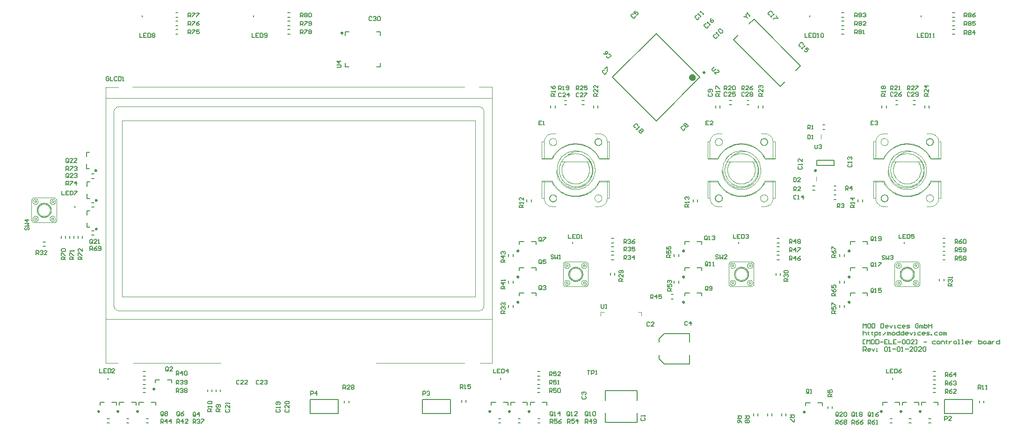
<source format=gto>
%FSTAX23Y23*%
%MOIN*%
%SFA1B1*%

%IPPOS*%
%ADD10C,0.003940*%
%ADD11C,0.009840*%
%ADD12C,0.023620*%
%ADD13C,0.007870*%
%ADD14C,0.006000*%
%ADD15C,0.005910*%
%ADD16R,0.010000X0.015000*%
%ADD17R,0.015000X0.010000*%
%LNmod_duo_dwarf-1*%
%LPD*%
G54D10*
X05535Y01534D02*
D01*
X05535Y01524*
X05536Y01515*
X05538Y01505*
X0554Y01496*
X05543Y01487*
X05547Y01478*
X05551Y01469*
X05556Y01461*
X05561Y01453*
X05567Y01445*
X05573Y01438*
X0558Y01431*
X05588Y01425*
X05595Y0142*
X05604Y01414*
X05612Y0141*
X05621Y01406*
X0563Y01403*
X05639Y014*
X05649Y01398*
X05658Y01397*
X05668Y01396*
X05677*
X05687Y01397*
X05696Y01398*
X05706Y014*
X05715Y01403*
X05724Y01406*
X05733Y0141*
X05741Y01414*
X0575Y0142*
X05757Y01425*
X05765Y01431*
X05772Y01438*
X05778Y01445*
X05784Y01453*
X05789Y01461*
X05794Y01469*
X05798Y01478*
X05802Y01487*
X05805Y01496*
X05807Y01505*
X05809Y01515*
X0581Y01524*
X0581Y01534*
X05505Y01455D02*
D01*
X05511Y01444*
X05518Y01433*
X05525Y01422*
X05533Y01412*
X05542Y01403*
X05552Y01394*
X05562Y01386*
X05572Y01378*
X05583Y01372*
X05595Y01366*
X05607Y01361*
X05619Y01357*
X05631Y01353*
X05644Y01351*
X05657Y01349*
X0567Y01349*
X05683Y01349*
X05696Y0135*
X05708Y01352*
X05721Y01355*
X05733Y01359*
X05745Y01364*
X05757Y01369*
X05768Y01376*
X05779Y01383*
X05789Y0139*
X05799Y01399*
X05808Y01408*
X05817Y01418*
X05824Y01428*
X05831Y01439*
X05838Y0145*
X0584Y01455*
X05503Y01451D02*
D01*
X05509Y01439*
X05516Y01428*
X05523Y01418*
X05532Y01408*
X05541Y01398*
X05551Y01389*
X05561Y01381*
X05572Y01374*
X05584Y01367*
X05595Y01361*
X05608Y01356*
X0562Y01352*
X05633Y01349*
X05646Y01347*
X05659Y01345*
X05672Y01345*
X05685Y01345*
X05699Y01347*
X05712Y01349*
X05724Y01352*
X05737Y01356*
X05749Y01361*
X05761Y01367*
X05772Y01373*
X05783Y01381*
X05794Y01389*
X05804Y01398*
X05813Y01407*
X05821Y01417*
X05829Y01428*
X05836Y01439*
X05842Y01451*
X05842Y01451*
X0584Y01613D02*
D01*
X05834Y01624*
X05827Y01635*
X0582Y01646*
X05812Y01656*
X05803Y01665*
X05793Y01674*
X05783Y01682*
X05773Y01689*
X05762Y01696*
X0575Y01702*
X05738Y01707*
X05726Y01711*
X05713Y01714*
X05701Y01717*
X05688Y01718*
X05675Y01719*
X05662Y01719*
X05649Y01717*
X05637Y01715*
X05624Y01712*
X05612Y01709*
X056Y01704*
X05588Y01698*
X05577Y01692*
X05566Y01685*
X05556Y01677*
X05546Y01669*
X05537Y0166*
X05528Y0165*
X05521Y01639*
X05514Y01629*
X05507Y01617*
X05505Y01613*
X05842Y01617D02*
D01*
X05836Y01628*
X05829Y01639*
X05821Y0165*
X05813Y0166*
X05804Y0167*
X05794Y01678*
X05784Y01687*
X05773Y01694*
X05761Y01701*
X05749Y01706*
X05737Y01711*
X05725Y01715*
X05712Y01719*
X05699Y01721*
X05686Y01722*
X05673Y01723*
X05659Y01722*
X05646Y01721*
X05633Y01719*
X05621Y01716*
X05608Y01711*
X05596Y01707*
X05584Y01701*
X05572Y01694*
X05562Y01687*
X05551Y01679*
X05541Y0167*
X05532Y0166*
X05524Y0165*
X05516Y0164*
X05509Y01628*
X05503Y01617*
X05503Y01617*
X0557Y01593D02*
D01*
X05566Y01586*
X05563Y01578*
X0556Y0157*
X05558Y01562*
X05556Y01554*
X05555Y01546*
X05554Y01538*
Y0153*
X05555Y01521*
X05556Y01513*
X05558Y01505*
X0556Y01497*
X05563Y0149*
X05566Y01482*
X0557Y01475*
X05575Y01468*
X05579Y01461*
X05585Y01455*
X0559Y01449*
X05597Y01443*
X05603Y01438*
X0561Y01434*
X05617Y0143*
X05624Y01426*
X05632Y01423*
X0564Y0142*
X05648Y01418*
X05656Y01417*
X05664Y01416*
X05672Y01416*
X05681Y01416*
X05689Y01417*
X05697Y01418*
X05705Y0142*
X05713Y01423*
X0572Y01426*
X05728Y0143*
X05735Y01434*
X05742Y01438*
X05748Y01443*
X05755Y01449*
X0576Y01455*
X05766Y01461*
X0577Y01468*
X05775Y01475*
X05779Y01482*
X05782Y0149*
X05785Y01497*
X05787Y01505*
X05789Y01513*
X0579Y01521*
X05791Y0153*
Y01538*
X0579Y01546*
X05789Y01554*
X05787Y01562*
X05785Y0157*
X05782Y01578*
X05779Y01586*
X05775Y01593*
X05775Y01593*
X05594D02*
D01*
X0559Y01587*
X05586Y01581*
X05583Y01575*
X0558Y01569*
X05578Y01562*
X05576Y01556*
X05575Y01549*
X05574Y01542*
X05574Y01535*
X05574Y01528*
X05575Y01522*
X05576Y01515*
X05577Y01508*
X05579Y01502*
X05582Y01495*
X05585Y01489*
X05588Y01483*
X05592Y01477*
X05596Y01472*
X05601Y01467*
X05605Y01462*
X05611Y01457*
X05616Y01453*
X05622Y01449*
X05628Y01446*
X05634Y01443*
X05641Y01441*
X05647Y01439*
X05654Y01437*
X05661Y01436*
X05668Y01436*
X05674Y01435*
X05681Y01436*
X05688Y01437*
X05695Y01438*
X05701Y0144*
X05708Y01442*
X05714Y01445*
X0572Y01448*
X05726Y01451*
X05732Y01455*
X05737Y0146*
X05742Y01464*
X05747Y01469*
X05751Y01475*
X05755Y0148*
X05759Y01486*
X05762Y01492*
X05764Y01499*
X05767Y01505*
X05768Y01512*
X0577Y01519*
X05771Y01525*
X05771Y01532*
X05771Y01539*
X0577Y01546*
X05769Y01553*
X05767Y0156*
X05765Y01566*
X05763Y01572*
X0576Y01579*
X05757Y01585*
X05753Y0159*
X05751Y01593*
X05653Y0167D02*
D01*
X05643Y01668*
X05634Y01666*
X05625Y01663*
X05617Y01659*
X05609Y01655*
X05601Y0165*
X05593Y01645*
X05586Y01639*
X05579Y01632*
X05572Y01625*
X05567Y01618*
X05561Y0161*
X05556Y01602*
X05552Y01594*
X05549Y01585*
X05546Y01577*
X05543Y01567*
X05541Y01558*
X0554Y01549*
X0554Y0154*
X0554Y0153*
X05541Y01521*
X05542Y01512*
X05544Y01503*
X05547Y01494*
X05551Y01485*
X05555Y01476*
X05559Y01468*
X05564Y0146*
X05568Y01455*
D01*
X05574Y01448*
X0558Y01442*
X05587Y01436*
X05594Y01431*
X05601Y01426*
X05609Y01421*
X05617Y01417*
X05625Y01414*
X05633Y01411*
X05642Y01409*
X05651Y01408*
X0566Y01407*
X05668Y01406*
X05672Y01406*
X05593Y01622D02*
D01*
X05589Y01617*
X05585Y01613*
X05731Y01422D02*
D01*
X05738Y01426*
X05745Y01431*
X05752Y01437*
X05758Y01443*
X05764Y01449*
X05769Y01456*
X05774Y01463*
X05779Y0147*
X05783Y01478*
X05786Y01486*
X05789Y01494*
X05791Y01503*
X05793Y01511*
X05794Y0152*
X05794Y01528*
X05794Y01537*
X05793Y01545*
X05793Y0155*
X0576Y01613D02*
D01*
X05756Y01618*
X05752Y01622*
X05784Y0158D02*
D01*
X05782Y01585*
X0578Y0159*
X05777Y01595*
X05774Y016*
X05771Y01604*
X05767Y01609*
X05763Y01613*
X05759Y01616*
X05754Y0162*
X05749Y01623*
X05746Y01625*
X05537Y01333D02*
D01*
X05537Y01335*
X05536Y01337*
X05536Y01338*
X05536Y0134*
X05535Y01342*
X05534Y01343*
X05534Y01345*
X05533Y01347*
X05532Y01348*
X05531Y01349*
X05529Y01351*
X05528Y01352*
X05527Y01353*
X05525Y01354*
X05524Y01355*
X05522Y01356*
X05521Y01357*
X05519Y01357*
X05517Y01358*
X05515Y01358*
X05514Y01358*
X05512Y01359*
X0551*
X05508Y01358*
X05507Y01358*
X05505Y01358*
X05503Y01357*
X05501Y01357*
X055Y01356*
X05498Y01355*
X05497Y01354*
X05495Y01353*
X05494Y01352*
X05493Y01351*
X05491Y01349*
X0549Y01348*
X05489Y01347*
X05488Y01345*
X05488Y01343*
X05487Y01342*
X05486Y0134*
X05486Y01338*
X05486Y01337*
X05486Y01335*
X05485Y01333*
X05486Y01331*
X05486Y01329*
X05486Y01328*
X05486Y01326*
X05487Y01324*
X05488Y01323*
X05488Y01321*
X05489Y01319*
X0549Y01318*
X05491Y01317*
X05493Y01315*
X05494Y01314*
X05495Y01313*
X05497Y01312*
X05498Y01311*
X055Y0131*
X05501Y01309*
X05503Y01309*
X05505Y01308*
X05507Y01308*
X05508Y01308*
X0551Y01307*
X05512*
X05514Y01308*
X05515Y01308*
X05517Y01308*
X05519Y01309*
X05521Y01309*
X05522Y0131*
X05524Y01311*
X05525Y01312*
X05527Y01313*
X05528Y01314*
X05529Y01315*
X05531Y01317*
X05532Y01318*
X05533Y01319*
X05534Y01321*
X05534Y01323*
X05535Y01324*
X05536Y01326*
X05536Y01328*
X05536Y01329*
X05537Y01331*
X05537Y01333*
X05535D02*
D01*
X05535Y01335*
X05534Y01336*
X05534Y01338*
X05534Y0134*
X05533Y01341*
X05533Y01343*
X05532Y01344*
X05531Y01346*
X0553Y01347*
X05529Y01348*
X05528Y01349*
X05527Y01351*
X05526Y01352*
X05524Y01353*
X05523Y01353*
X05521Y01354*
X0552Y01355*
X05518Y01356*
X05517Y01356*
X05515Y01356*
X05514Y01357*
X05512Y01357*
X0551*
X05509Y01357*
X05507Y01356*
X05505Y01356*
X05504Y01356*
X05502Y01355*
X05501Y01354*
X05499Y01353*
X05498Y01353*
X05496Y01352*
X05495Y01351*
X05494Y01349*
X05493Y01348*
X05492Y01347*
X05491Y01346*
X0549Y01344*
X05489Y01343*
X05489Y01341*
X05488Y0134*
X05488Y01338*
X05488Y01336*
X05487Y01335*
X05487Y01333*
X05487Y01331*
X05488Y0133*
X05488Y01328*
X05488Y01327*
X05489Y01325*
X05489Y01323*
X0549Y01322*
X05491Y01321*
X05492Y01319*
X05493Y01318*
X05494Y01317*
X05495Y01315*
X05496Y01314*
X05498Y01313*
X05499Y01313*
X05501Y01312*
X05502Y01311*
X05504Y01311*
X05505Y0131*
X05507Y0131*
X05509Y0131*
X0551Y01309*
X05512*
X05514Y0131*
X05515Y0131*
X05517Y0131*
X05518Y01311*
X0552Y01311*
X05521Y01312*
X05523Y01313*
X05524Y01313*
X05526Y01314*
X05527Y01315*
X05528Y01317*
X05529Y01318*
X0553Y01319*
X05531Y01321*
X05532Y01322*
X05533Y01323*
X05533Y01325*
X05534Y01327*
X05534Y01328*
X05534Y0133*
X05535Y01331*
X05535Y01333*
X05672Y01406D02*
D01*
X05695Y0141*
X05702Y01412*
X05697Y01649D02*
D01*
X05681Y01651*
X05672Y01652*
D01*
X0567Y01652*
X05668Y01652*
X05665Y01651*
X05663Y01651*
X0566Y01651*
X05672Y01666D02*
D01*
X05669Y01665*
X05666Y01664*
X05663Y01663*
X05659Y01662*
X05656Y01661*
X05605Y01651D02*
D01*
X05602Y0165*
X056Y01648*
X05597Y01647*
X05595Y01646*
X05592Y01644*
D01*
X05591Y01643*
X0559Y01643*
X05589Y01642*
X05587Y01641*
X05586Y0164*
X05537Y01735D02*
D01*
X05537Y01736*
X05536Y01738*
X05536Y0174*
X05536Y01742*
X05535Y01743*
X05534Y01745*
X05534Y01747*
X05533Y01748*
X05532Y0175*
X05531Y01751*
X05529Y01752*
X05528Y01754*
X05527Y01755*
X05525Y01756*
X05524Y01757*
X05522Y01758*
X05521Y01758*
X05519Y01759*
X05517Y01759*
X05515Y0176*
X05514Y0176*
X05512Y0176*
X0551*
X05508Y0176*
X05507Y0176*
X05505Y01759*
X05503Y01759*
X05501Y01758*
X055Y01758*
X05498Y01757*
X05497Y01756*
X05495Y01755*
X05494Y01754*
X05493Y01752*
X05491Y01751*
X0549Y0175*
X05489Y01748*
X05488Y01747*
X05488Y01745*
X05487Y01743*
X05486Y01742*
X05486Y0174*
X05486Y01738*
X05486Y01736*
X05485Y01735*
X05486Y01733*
X05486Y01731*
X05486Y01729*
X05486Y01728*
X05487Y01726*
X05488Y01724*
X05488Y01723*
X05489Y01721*
X0549Y0172*
X05491Y01718*
X05493Y01717*
X05494Y01716*
X05495Y01714*
X05497Y01713*
X05498Y01712*
X055Y01712*
X05501Y01711*
X05503Y0171*
X05505Y0171*
X05507Y01709*
X05508Y01709*
X0551Y01709*
X05512*
X05514Y01709*
X05515Y01709*
X05517Y0171*
X05519Y0171*
X05521Y01711*
X05522Y01712*
X05524Y01712*
X05525Y01713*
X05527Y01714*
X05528Y01716*
X05529Y01717*
X05531Y01718*
X05532Y0172*
X05533Y01721*
X05534Y01723*
X05534Y01724*
X05535Y01726*
X05536Y01728*
X05536Y01729*
X05536Y01731*
X05537Y01733*
X05537Y01735*
X05859Y01333D02*
D01*
X05859Y01335*
X05859Y01337*
X05859Y01338*
X05858Y0134*
X05858Y01342*
X05857Y01343*
X05856Y01345*
X05856Y01347*
X05855Y01348*
X05853Y01349*
X05852Y01351*
X05851Y01352*
X0585Y01353*
X05848Y01354*
X05847Y01355*
X05845Y01356*
X05843Y01357*
X05842Y01357*
X0584Y01358*
X05838Y01358*
X05837Y01358*
X05835Y01359*
X05833*
X05831Y01358*
X05829Y01358*
X05828Y01358*
X05826Y01357*
X05824Y01357*
X05823Y01356*
X05821Y01355*
X0582Y01354*
X05818Y01353*
X05817Y01352*
X05815Y01351*
X05814Y01349*
X05813Y01348*
X05812Y01347*
X05811Y01345*
X0581Y01343*
X0581Y01342*
X05809Y0134*
X05809Y01338*
X05809Y01337*
X05808Y01335*
X05808Y01333*
X05808Y01331*
X05809Y01329*
X05809Y01328*
X05809Y01326*
X0581Y01324*
X0581Y01323*
X05811Y01321*
X05812Y01319*
X05813Y01318*
X05814Y01317*
X05815Y01315*
X05817Y01314*
X05818Y01313*
X0582Y01312*
X05821Y01311*
X05823Y0131*
X05824Y01309*
X05826Y01309*
X05828Y01308*
X05829Y01308*
X05831Y01308*
X05833Y01307*
X05835*
X05837Y01308*
X05838Y01308*
X0584Y01308*
X05842Y01309*
X05843Y01309*
X05845Y0131*
X05847Y01311*
X05848Y01312*
X0585Y01313*
X05851Y01314*
X05852Y01315*
X05853Y01317*
X05855Y01318*
X05856Y01319*
X05856Y01321*
X05857Y01323*
X05858Y01324*
X05858Y01326*
X05859Y01328*
X05859Y01329*
X05859Y01331*
X05859Y01333*
X05757Y01642D02*
D01*
X0575Y01648*
X05742Y01652*
X05734Y01656*
X05726Y0166*
X05859Y01735D02*
D01*
X05859Y01736*
X05859Y01738*
X05859Y0174*
X05858Y01742*
X05858Y01743*
X05857Y01745*
X05856Y01747*
X05856Y01748*
X05855Y0175*
X05853Y01751*
X05852Y01752*
X05851Y01754*
X0585Y01755*
X05848Y01756*
X05847Y01757*
X05845Y01758*
X05843Y01758*
X05842Y01759*
X0584Y01759*
X05838Y0176*
X05837Y0176*
X05835Y0176*
X05833*
X05831Y0176*
X05829Y0176*
X05828Y01759*
X05826Y01759*
X05824Y01758*
X05823Y01758*
X05821Y01757*
X0582Y01756*
X05818Y01755*
X05817Y01754*
X05815Y01752*
X05814Y01751*
X05813Y0175*
X05812Y01748*
X05811Y01747*
X0581Y01745*
X0581Y01743*
X05809Y01742*
X05809Y0174*
X05809Y01738*
X05808Y01736*
X05808Y01735*
X05808Y01733*
X05809Y01731*
X05809Y01729*
X05809Y01728*
X0581Y01726*
X0581Y01724*
X05811Y01723*
X05812Y01721*
X05813Y0172*
X05814Y01718*
X05815Y01717*
X05817Y01716*
X05818Y01714*
X0582Y01713*
X05821Y01712*
X05823Y01712*
X05824Y01711*
X05826Y0171*
X05828Y0171*
X05829Y01709*
X05831Y01709*
X05833Y01709*
X05835*
X05837Y01709*
X05838Y01709*
X0584Y0171*
X05842Y0171*
X05843Y01711*
X05845Y01712*
X05847Y01712*
X05848Y01713*
X0585Y01714*
X05851Y01716*
X05852Y01717*
X05853Y01718*
X05855Y0172*
X05856Y01721*
X05856Y01723*
X05857Y01724*
X05858Y01726*
X05858Y01728*
X05859Y01729*
X05859Y01731*
X05859Y01733*
X05859Y01735*
X05857D02*
D01*
X05857Y01736*
X05857Y01738*
X05857Y0174*
X05857Y01741*
X05856Y01743*
X05855Y01744*
X05855Y01746*
X05854Y01747*
X05853Y01749*
X05852Y0175*
X05851Y01751*
X0585Y01752*
X05848Y01753*
X05847Y01754*
X05846Y01755*
X05844Y01756*
X05843Y01757*
X05841Y01757*
X0584Y01758*
X05838Y01758*
X05836Y01758*
X05835Y01758*
X05833*
X05831Y01758*
X0583Y01758*
X05828Y01758*
X05827Y01757*
X05825Y01757*
X05824Y01756*
X05822Y01755*
X05821Y01754*
X05819Y01753*
X05818Y01752*
X05817Y01751*
X05816Y0175*
X05815Y01749*
X05814Y01747*
X05813Y01746*
X05812Y01744*
X05812Y01743*
X05811Y01741*
X05811Y0174*
X0581Y01738*
X0581Y01736*
X0581Y01735*
X0581Y01733*
X0581Y01731*
X05811Y0173*
X05811Y01728*
X05812Y01727*
X05812Y01725*
X05813Y01724*
X05814Y01722*
X05815Y01721*
X05816Y01719*
X05817Y01718*
X05818Y01717*
X05819Y01716*
X05821Y01715*
X05822Y01714*
X05824Y01713*
X05825Y01713*
X05827Y01712*
X05828Y01712*
X0583Y01711*
X05831Y01711*
X05833Y01711*
X05835*
X05836Y01711*
X05838Y01711*
X0584Y01712*
X05841Y01712*
X05843Y01713*
X05844Y01713*
X05846Y01714*
X05847Y01715*
X05848Y01716*
X0585Y01717*
X05851Y01718*
X05852Y01719*
X05853Y01721*
X05854Y01722*
X05855Y01724*
X05855Y01725*
X05856Y01727*
X05857Y01728*
X05857Y0173*
X05857Y01731*
X05857Y01733*
X05857Y01735*
X05448Y01333D02*
D01*
X05448Y01329*
X05449Y01325*
X05449Y01321*
X0545Y01317*
X05452Y01313*
X05453Y01309*
X05455Y01305*
X05457Y01302*
X05459Y01298*
X05462Y01295*
X05465Y01292*
X05468Y01289*
X05471Y01287*
X05474Y01284*
X05478Y01282*
X05481Y0128*
X05485Y01278*
X05489Y01277*
X05493Y01276*
X05497Y01275*
X05501Y01274*
X05505Y01274*
X05507Y01274*
Y01794D02*
D01*
X05503Y01794*
X05499Y01793*
X05495Y01792*
X05491Y01791*
X05487Y0179*
X05483Y01789*
X05479Y01787*
X05476Y01785*
X05472Y01782*
X05469Y0178*
X05466Y01777*
X05463Y01774*
X05461Y01771*
X05458Y01768*
X05456Y01764*
X05454Y01761*
X05452Y01757*
X05451Y01753*
X0545Y01749*
X05449Y01745*
X05448Y01741*
X05448Y01737*
X05448Y01735*
X05563Y01615D02*
D01*
X05562Y01614*
X05561Y01613*
X05561Y01611*
X0556Y0161*
X05559Y01609*
X0581Y01534D02*
D01*
X05808Y01554*
X05805Y01569*
X05792Y01602D02*
D01*
X05785Y01613*
X05782Y01617*
X05838Y01274D02*
D01*
X05842Y01274*
X05846Y01275*
X0585Y01275*
X05854Y01276*
X05858Y01278*
X05862Y01279*
X05866Y01281*
X05869Y01283*
X05873Y01285*
X05876Y01288*
X05879Y01291*
X05882Y01294*
X05884Y01297*
X05887Y013*
X05889Y01304*
X05891Y01307*
X05893Y01311*
X05894Y01315*
X05895Y01319*
X05896Y01323*
X05897Y01327*
X05897Y01331*
X05897Y01333*
Y01735D02*
D01*
X05897Y01739*
X05896Y01743*
X05896Y01747*
X05895Y01751*
X05893Y01755*
X05892Y01759*
X0589Y01762*
X05888Y01766*
X05886Y01769*
X05883Y01773*
X0588Y01776*
X05877Y01779*
X05874Y01781*
X05871Y01784*
X05867Y01786*
X05864Y01788*
X0586Y01789*
X05856Y01791*
X05852Y01792*
X05848Y01793*
X05844Y01793*
X0584Y01794*
X05838Y01794*
X05585Y01613D02*
D01*
X05575Y016*
X0557Y01593*
X05586Y0164D02*
D01*
X05581Y01637*
X05581Y01636*
D01*
X05577Y01633*
X05575Y01632*
D01*
X05572Y01629*
X05571Y01627*
D01*
X05567Y01622*
X05567Y01621*
D01*
X05566Y0162*
X05565Y01619*
X05564Y01618*
X05564Y01616*
X05563Y01615*
X05603Y01629D02*
D01*
X05597Y01625*
X05593Y01622*
X05613Y01636D02*
D01*
X05606Y01632*
X05603Y01629*
X05624Y01642D02*
D01*
X05617Y01638*
X05613Y01636*
X05636Y01646D02*
D01*
X05629Y01644*
X05624Y01642*
X05648Y01649D02*
D01*
X05641Y01648*
X05636Y01646*
X0566Y01651D02*
D01*
X05649Y01649*
X05648Y01649*
X05656Y01661D02*
D01*
X05648Y01659*
X05648Y01659*
D01*
X05642Y01656*
X0564Y01656*
D01*
X05639Y01655*
X05637Y01654*
X05636Y01653*
X05634Y01653*
X05633Y01652*
X05633Y01652*
D01*
X05631Y01651*
X0563Y0165*
X05628Y01649*
X05627Y01648*
X05626Y01647*
D01*
X05624Y01647*
X05623Y01646*
X05621Y01645*
X0562Y01644*
X05619Y01643*
X05619Y01643*
D01*
X05613Y01639*
X05612Y01638*
D01*
X05608Y01634*
X05606Y01632*
D01*
X05605Y0163*
X05604Y01629*
X05603Y01628*
X05602Y01626*
X05601Y01625*
X05702Y01412D02*
D01*
X0571Y01413*
X05717Y01416*
X05724Y01419*
X05731Y01422*
X05709Y01646D02*
D01*
X05703Y01648*
X05697Y01649*
X0572Y01642D02*
D01*
X05714Y01645*
X05709Y01646*
X05732Y01636D02*
D01*
X05724Y0164*
X0572Y01642*
X05742Y01629D02*
D01*
X05735Y01634*
X05732Y01636*
X05752Y01622D02*
D01*
X05746Y01626*
X05742Y01629*
X05726Y0166D02*
D01*
X05723Y01661*
X0572Y01663*
X05716Y01664*
X05713Y01665*
X0571Y01667*
X0571Y01667*
X05768Y01603D02*
D01*
X05761Y01612*
X0576Y01613*
X05775Y01593D02*
D01*
X05773Y01595*
X05772Y01597*
X05771Y01599*
X05769Y01601*
X05768Y01603*
X05768Y01603*
X05793Y0155D02*
D01*
X05791Y0156*
X05788Y01569*
X05785Y01578*
X05784Y0158*
X05805Y01569D02*
D01*
X05803Y01577*
X05801Y01585*
X058Y01586*
D01*
X05797Y01593*
X05794Y016*
X05792Y01602*
X05782Y01617D02*
D01*
X05776Y01625*
X05771Y01631*
D01*
X05763Y01637*
X05757Y01642*
X-0052Y01309D02*
D01*
X-0052Y0131*
X-0052Y01311*
X-0052Y01312*
X-0052Y01314*
X-00521Y01315*
X-00521Y01316*
X-00522Y01317*
X-00522Y01318*
X-00523Y0132*
X-00524Y01321*
X-00525Y01322*
X-00526Y01322*
X-00527Y01323*
X-00528Y01324*
X-00529Y01325*
X-0053Y01325*
X-00531Y01326*
X-00533Y01326*
X-00534Y01327*
X-00535Y01327*
X-00536Y01327*
X-00538Y01327*
X-00539*
X-0054Y01327*
X-00542Y01327*
X-00543Y01327*
X-00544Y01326*
X-00545Y01326*
X-00546Y01325*
X-00548Y01325*
X-00549Y01324*
X-0055Y01323*
X-00551Y01322*
X-00552Y01322*
X-00553Y01321*
X-00553Y0132*
X-00554Y01318*
X-00555Y01317*
X-00555Y01316*
X-00556Y01315*
X-00556Y01314*
X-00557Y01312*
X-00557Y01311*
X-00557Y0131*
X-00557Y01309*
X-00557Y01307*
X-00557Y01306*
X-00557Y01305*
X-00556Y01303*
X-00556Y01302*
X-00555Y01301*
X-00555Y013*
X-00554Y01299*
X-00553Y01298*
X-00553Y01297*
X-00552Y01296*
X-00551Y01295*
X-0055Y01294*
X-00549Y01293*
X-00548Y01292*
X-00546Y01292*
X-00545Y01291*
X-00544Y01291*
X-00543Y0129*
X-00542Y0129*
X-0054Y0129*
X-00539Y0129*
X-00538*
X-00536Y0129*
X-00535Y0129*
X-00534Y0129*
X-00533Y01291*
X-00531Y01291*
X-0053Y01292*
X-00529Y01292*
X-00528Y01293*
X-00527Y01294*
X-00526Y01295*
X-00525Y01296*
X-00524Y01297*
X-00523Y01298*
X-00522Y01299*
X-00522Y013*
X-00521Y01301*
X-00521Y01302*
X-0052Y01303*
X-0052Y01305*
X-0052Y01306*
X-0052Y01307*
X-0052Y01309*
X-00531D02*
D01*
X-00531Y01309*
X-00531Y0131*
X-00532Y0131*
X-00532Y0131*
X-00532Y01311*
X-00532Y01311*
X-00532Y01312*
X-00532Y01312*
X-00533Y01313*
X-00533Y01313*
X-00533Y01313*
X-00534Y01314*
X-00534Y01314*
X-00534Y01314*
X-00535Y01315*
X-00535Y01315*
X-00536Y01315*
X-00536Y01315*
X-00537Y01315*
X-00537Y01315*
X-00538Y01315*
X-00538Y01315*
X-00539*
X-00539Y01315*
X-00539Y01315*
X-0054Y01315*
X-0054Y01315*
X-00541Y01315*
X-00541Y01315*
X-00542Y01315*
X-00542Y01314*
X-00543Y01314*
X-00543Y01314*
X-00543Y01313*
X-00544Y01313*
X-00544Y01313*
X-00544Y01312*
X-00544Y01312*
X-00545Y01311*
X-00545Y01311*
X-00545Y0131*
X-00545Y0131*
X-00545Y0131*
X-00545Y01309*
X-00545Y01309*
X-00545Y01308*
X-00545Y01308*
X-00545Y01307*
X-00545Y01307*
X-00545Y01306*
X-00545Y01306*
X-00544Y01305*
X-00544Y01305*
X-00544Y01305*
X-00544Y01304*
X-00543Y01304*
X-00543Y01303*
X-00543Y01303*
X-00542Y01303*
X-00542Y01303*
X-00541Y01302*
X-00541Y01302*
X-0054Y01302*
X-0054Y01302*
X-00539Y01302*
X-00539Y01302*
X-00539Y01302*
X-00538*
X-00538Y01302*
X-00537Y01302*
X-00537Y01302*
X-00536Y01302*
X-00536Y01302*
X-00535Y01302*
X-00535Y01303*
X-00534Y01303*
X-00534Y01303*
X-00534Y01303*
X-00533Y01304*
X-00533Y01304*
X-00533Y01305*
X-00532Y01305*
X-00532Y01305*
X-00532Y01306*
X-00532Y01306*
X-00532Y01307*
X-00532Y01307*
X-00531Y01308*
X-00531Y01308*
X-00531Y01309*
X-00398D02*
D01*
X-00398Y0131*
X-00398Y01311*
X-00398Y01312*
X-00398Y01314*
X-00399Y01315*
X-00399Y01316*
X-004Y01317*
X-004Y01318*
X-00401Y0132*
X-00402Y01321*
X-00403Y01322*
X-00404Y01322*
X-00405Y01323*
X-00406Y01324*
X-00407Y01325*
X-00408Y01325*
X-00409Y01326*
X-0041Y01326*
X-00412Y01327*
X-00413Y01327*
X-00414Y01327*
X-00416Y01327*
X-00417*
X-00418Y01327*
X-00419Y01327*
X-00421Y01327*
X-00422Y01326*
X-00423Y01326*
X-00424Y01325*
X-00426Y01325*
X-00427Y01324*
X-00428Y01323*
X-00429Y01322*
X-0043Y01322*
X-00431Y01321*
X-00431Y0132*
X-00432Y01318*
X-00433Y01317*
X-00433Y01316*
X-00434Y01315*
X-00434Y01314*
X-00435Y01312*
X-00435Y01311*
X-00435Y0131*
X-00435Y01309*
X-00435Y01307*
X-00435Y01306*
X-00435Y01305*
X-00434Y01303*
X-00434Y01302*
X-00433Y01301*
X-00433Y013*
X-00432Y01299*
X-00431Y01298*
X-00431Y01297*
X-0043Y01296*
X-00429Y01295*
X-00428Y01294*
X-00427Y01293*
X-00426Y01292*
X-00424Y01292*
X-00423Y01291*
X-00422Y01291*
X-00421Y0129*
X-00419Y0129*
X-00418Y0129*
X-00417Y0129*
X-00416*
X-00414Y0129*
X-00413Y0129*
X-00412Y0129*
X-0041Y01291*
X-00409Y01291*
X-00408Y01292*
X-00407Y01292*
X-00406Y01293*
X-00405Y01294*
X-00404Y01295*
X-00403Y01296*
X-00402Y01297*
X-00401Y01298*
X-004Y01299*
X-004Y013*
X-00399Y01301*
X-00399Y01302*
X-00398Y01303*
X-00398Y01305*
X-00398Y01306*
X-00398Y01307*
X-00398Y01309*
X-00409D02*
D01*
X-00409Y01309*
X-00409Y0131*
X-0041Y0131*
X-0041Y0131*
X-0041Y01311*
X-0041Y01311*
X-0041Y01312*
X-0041Y01312*
X-00411Y01313*
X-00411Y01313*
X-00411Y01313*
X-00412Y01314*
X-00412Y01314*
X-00412Y01314*
X-00413Y01315*
X-00413Y01315*
X-00414Y01315*
X-00414Y01315*
X-00415Y01315*
X-00415Y01315*
X-00416Y01315*
X-00416Y01315*
X-00416*
X-00417Y01315*
X-00417Y01315*
X-00418Y01315*
X-00418Y01315*
X-00419Y01315*
X-00419Y01315*
X-0042Y01315*
X-0042Y01314*
X-0042Y01314*
X-00421Y01314*
X-00421Y01313*
X-00422Y01313*
X-00422Y01313*
X-00422Y01312*
X-00422Y01312*
X-00423Y01311*
X-00423Y01311*
X-00423Y0131*
X-00423Y0131*
X-00423Y0131*
X-00423Y01309*
X-00423Y01309*
X-00423Y01308*
X-00423Y01308*
X-00423Y01307*
X-00423Y01307*
X-00423Y01306*
X-00423Y01306*
X-00422Y01305*
X-00422Y01305*
X-00422Y01305*
X-00422Y01304*
X-00421Y01304*
X-00421Y01303*
X-0042Y01303*
X-0042Y01303*
X-0042Y01303*
X-00419Y01302*
X-00419Y01302*
X-00418Y01302*
X-00418Y01302*
X-00417Y01302*
X-00417Y01302*
X-00416Y01302*
X-00416*
X-00416Y01302*
X-00415Y01302*
X-00415Y01302*
X-00414Y01302*
X-00414Y01302*
X-00413Y01302*
X-00413Y01303*
X-00412Y01303*
X-00412Y01303*
X-00412Y01303*
X-00411Y01304*
X-00411Y01304*
X-00411Y01305*
X-0041Y01305*
X-0041Y01305*
X-0041Y01306*
X-0041Y01306*
X-0041Y01307*
X-0041Y01307*
X-00409Y01308*
X-00409Y01308*
X-00409Y01309*
X-0052Y01187D02*
D01*
X-0052Y01188*
X-0052Y01189*
X-0052Y0119*
X-0052Y01192*
X-00521Y01193*
X-00521Y01194*
X-00522Y01195*
X-00522Y01196*
X-00523Y01198*
X-00524Y01199*
X-00525Y012*
X-00526Y012*
X-00527Y01201*
X-00528Y01202*
X-00529Y01203*
X-0053Y01203*
X-00531Y01204*
X-00533Y01204*
X-00534Y01205*
X-00535Y01205*
X-00536Y01205*
X-00538Y01205*
X-00539*
X-0054Y01205*
X-00542Y01205*
X-00543Y01205*
X-00544Y01204*
X-00545Y01204*
X-00546Y01203*
X-00548Y01203*
X-00549Y01202*
X-0055Y01201*
X-00551Y012*
X-00552Y012*
X-00553Y01199*
X-00553Y01198*
X-00554Y01196*
X-00555Y01195*
X-00555Y01194*
X-00556Y01193*
X-00556Y01192*
X-00557Y0119*
X-00557Y01189*
X-00557Y01188*
X-00557Y01187*
X-00557Y01185*
X-00557Y01184*
X-00557Y01183*
X-00556Y01181*
X-00556Y0118*
X-00555Y01179*
X-00555Y01178*
X-00554Y01177*
X-00553Y01176*
X-00553Y01174*
X-00552Y01174*
X-00551Y01173*
X-0055Y01172*
X-00549Y01171*
X-00548Y0117*
X-00546Y0117*
X-00545Y01169*
X-00544Y01169*
X-00543Y01168*
X-00542Y01168*
X-0054Y01168*
X-00539Y01168*
X-00538*
X-00536Y01168*
X-00535Y01168*
X-00534Y01168*
X-00533Y01169*
X-00531Y01169*
X-0053Y0117*
X-00529Y0117*
X-00528Y01171*
X-00527Y01172*
X-00526Y01173*
X-00525Y01174*
X-00524Y01174*
X-00523Y01176*
X-00522Y01177*
X-00522Y01178*
X-00521Y01179*
X-00521Y0118*
X-0052Y01181*
X-0052Y01183*
X-0052Y01184*
X-0052Y01185*
X-0052Y01187*
X-00531D02*
D01*
X-00531Y01187*
X-00531Y01187*
X-00532Y01188*
X-00532Y01188*
X-00532Y01189*
X-00532Y01189*
X-00532Y0119*
X-00532Y0119*
X-00533Y01191*
X-00533Y01191*
X-00533Y01191*
X-00534Y01192*
X-00534Y01192*
X-00534Y01192*
X-00535Y01192*
X-00535Y01193*
X-00536Y01193*
X-00536Y01193*
X-00537Y01193*
X-00537Y01193*
X-00538Y01193*
X-00538Y01193*
X-00539*
X-00539Y01193*
X-00539Y01193*
X-0054Y01193*
X-0054Y01193*
X-00541Y01193*
X-00541Y01193*
X-00542Y01192*
X-00542Y01192*
X-00543Y01192*
X-00543Y01192*
X-00543Y01191*
X-00544Y01191*
X-00544Y01191*
X-00544Y0119*
X-00544Y0119*
X-00545Y01189*
X-00545Y01189*
X-00545Y01188*
X-00545Y01188*
X-00545Y01187*
X-00545Y01187*
X-00545Y01187*
X-00545Y01186*
X-00545Y01186*
X-00545Y01185*
X-00545Y01185*
X-00545Y01184*
X-00545Y01184*
X-00544Y01183*
X-00544Y01183*
X-00544Y01182*
X-00544Y01182*
X-00543Y01182*
X-00543Y01181*
X-00543Y01181*
X-00542Y01181*
X-00542Y01181*
X-00541Y0118*
X-00541Y0118*
X-0054Y0118*
X-0054Y0118*
X-00539Y0118*
X-00539Y0118*
X-00539Y0118*
X-00538*
X-00538Y0118*
X-00537Y0118*
X-00537Y0118*
X-00536Y0118*
X-00536Y0118*
X-00535Y0118*
X-00535Y01181*
X-00534Y01181*
X-00534Y01181*
X-00534Y01181*
X-00533Y01182*
X-00533Y01182*
X-00533Y01182*
X-00532Y01183*
X-00532Y01183*
X-00532Y01184*
X-00532Y01184*
X-00532Y01185*
X-00532Y01185*
X-00531Y01186*
X-00531Y01186*
X-00531Y01187*
X-00398D02*
D01*
X-00398Y01188*
X-00398Y01189*
X-00398Y0119*
X-00398Y01192*
X-00399Y01193*
X-00399Y01194*
X-004Y01195*
X-004Y01196*
X-00401Y01198*
X-00402Y01199*
X-00403Y012*
X-00404Y012*
X-00405Y01201*
X-00406Y01202*
X-00407Y01203*
X-00408Y01203*
X-00409Y01204*
X-0041Y01204*
X-00412Y01205*
X-00413Y01205*
X-00414Y01205*
X-00416Y01205*
X-00417*
X-00418Y01205*
X-00419Y01205*
X-00421Y01205*
X-00422Y01204*
X-00423Y01204*
X-00424Y01203*
X-00426Y01203*
X-00427Y01202*
X-00428Y01201*
X-00429Y012*
X-0043Y012*
X-00431Y01199*
X-00431Y01198*
X-00432Y01196*
X-00433Y01195*
X-00433Y01194*
X-00434Y01193*
X-00434Y01192*
X-00435Y0119*
X-00435Y01189*
X-00435Y01188*
X-00435Y01187*
X-00435Y01185*
X-00435Y01184*
X-00435Y01183*
X-00434Y01181*
X-00434Y0118*
X-00433Y01179*
X-00433Y01178*
X-00432Y01177*
X-00431Y01176*
X-00431Y01174*
X-0043Y01174*
X-00429Y01173*
X-00428Y01172*
X-00427Y01171*
X-00426Y0117*
X-00424Y0117*
X-00423Y01169*
X-00422Y01169*
X-00421Y01168*
X-00419Y01168*
X-00418Y01168*
X-00417Y01168*
X-00416*
X-00414Y01168*
X-00413Y01168*
X-00412Y01168*
X-0041Y01169*
X-00409Y01169*
X-00408Y0117*
X-00407Y0117*
X-00406Y01171*
X-00405Y01172*
X-00404Y01173*
X-00403Y01174*
X-00402Y01174*
X-00401Y01176*
X-004Y01177*
X-004Y01178*
X-00399Y01179*
X-00399Y0118*
X-00398Y01181*
X-00398Y01183*
X-00398Y01184*
X-00398Y01185*
X-00398Y01187*
X-00409D02*
D01*
X-00409Y01187*
X-00409Y01187*
X-0041Y01188*
X-0041Y01188*
X-0041Y01189*
X-0041Y01189*
X-0041Y0119*
X-0041Y0119*
X-00411Y01191*
X-00411Y01191*
X-00411Y01191*
X-00412Y01192*
X-00412Y01192*
X-00412Y01192*
X-00413Y01192*
X-00413Y01193*
X-00414Y01193*
X-00414Y01193*
X-00415Y01193*
X-00415Y01193*
X-00416Y01193*
X-00416Y01193*
X-00416*
X-00417Y01193*
X-00417Y01193*
X-00418Y01193*
X-00418Y01193*
X-00419Y01193*
X-00419Y01193*
X-0042Y01192*
X-0042Y01192*
X-0042Y01192*
X-00421Y01192*
X-00421Y01191*
X-00422Y01191*
X-00422Y01191*
X-00422Y0119*
X-00422Y0119*
X-00423Y01189*
X-00423Y01189*
X-00423Y01188*
X-00423Y01188*
X-00423Y01187*
X-00423Y01187*
X-00423Y01187*
X-00423Y01186*
X-00423Y01186*
X-00423Y01185*
X-00423Y01185*
X-00423Y01184*
X-00423Y01184*
X-00422Y01183*
X-00422Y01183*
X-00422Y01182*
X-00422Y01182*
X-00421Y01182*
X-00421Y01181*
X-0042Y01181*
X-0042Y01181*
X-0042Y01181*
X-00419Y0118*
X-00419Y0118*
X-00418Y0118*
X-00418Y0118*
X-00417Y0118*
X-00417Y0118*
X-00416Y0118*
X-00416*
X-00416Y0118*
X-00415Y0118*
X-00415Y0118*
X-00414Y0118*
X-00414Y0118*
X-00413Y0118*
X-00413Y01181*
X-00412Y01181*
X-00412Y01181*
X-00412Y01181*
X-00411Y01182*
X-00411Y01182*
X-00411Y01182*
X-0041Y01183*
X-0041Y01183*
X-0041Y01184*
X-0041Y01184*
X-0041Y01185*
X-0041Y01185*
X-00409Y01186*
X-00409Y01186*
X-00409Y01187*
X-00428Y01248D02*
D01*
X-00428Y01245*
X-00428Y01242*
X-00427Y01239*
X-00427Y01238*
Y01257D02*
D01*
X-00427Y01254*
X-00428Y01251*
X-00428Y01249*
X-00428Y01248*
X-00546Y01336D02*
D01*
X-00548Y01336*
X-00549Y01336*
X-0055Y01336*
X-00552Y01335*
X-00553Y01335*
X-00554Y01334*
X-00555Y01334*
X-00557Y01333*
X-00558Y01332*
X-00559Y01332*
X-0056Y01331*
X-00561Y0133*
X-00562Y01329*
X-00562Y01327*
X-00563Y01326*
X-00564Y01325*
X-00564Y01324*
X-00565Y01323*
X-00565Y01321*
X-00566Y0132*
X-00566Y01318*
X-00566Y01317*
X-00566Y01316*
X-00389D02*
D01*
X-00389Y01318*
X-00389Y01319*
X-00389Y01321*
X-00389Y01322*
X-0039Y01323*
X-0039Y01324*
X-00391Y01326*
X-00392Y01327*
X-00392Y01328*
X-00393Y01329*
X-00394Y0133*
X-00395Y01331*
X-00396Y01332*
X-00397Y01333*
X-00399Y01333*
X-004Y01334*
X-00401Y01335*
X-00402Y01335*
X-00404Y01336*
X-00405Y01336*
X-00406Y01336*
X-00408Y01336*
X-00408Y01336*
X-00566Y01179D02*
D01*
X-00566Y01177*
X-00566Y01176*
X-00565Y01175*
X-00565Y01173*
X-00565Y01172*
X-00564Y01171*
X-00564Y01169*
X-00563Y01168*
X-00562Y01167*
X-00561Y01166*
X-0056Y01165*
X-00559Y01164*
X-00558Y01163*
X-00557Y01162*
X-00556Y01162*
X-00555Y01161*
X-00554Y0116*
X-00552Y0116*
X-00551Y0116*
X-0055Y01159*
X-00548Y01159*
X-00547Y01159*
X-00546Y01159*
X-00426Y01248D02*
D01*
X-00426Y01251*
X-00427Y01255*
X-00427Y01258*
X-00428Y01262*
X-00429Y01265*
X-00431Y01268*
X-00432Y01272*
X-00434Y01275*
X-00436Y01278*
X-00438Y0128*
X-0044Y01283*
X-00443Y01286*
X-00446Y01288*
X-00449Y0129*
X-00452Y01292*
X-00455Y01294*
X-00458Y01295*
X-00461Y01296*
X-00465Y01297*
X-00468Y01298*
X-00472Y01298*
X-00475Y01299*
X-00479*
X-00483Y01298*
X-00486Y01298*
X-0049Y01297*
X-00493Y01296*
X-00496Y01295*
X-005Y01294*
X-00503Y01292*
X-00506Y0129*
X-00509Y01288*
X-00512Y01286*
X-00514Y01283*
X-00516Y0128*
X-00519Y01278*
X-00521Y01275*
X-00522Y01272*
X-00524Y01268*
X-00525Y01265*
X-00526Y01262*
X-00527Y01258*
X-00528Y01255*
X-00528Y01251*
X-00528Y01248*
X-00528Y01244*
X-00528Y0124*
X-00527Y01237*
X-00526Y01233*
X-00525Y0123*
X-00524Y01227*
X-00522Y01224*
X-00521Y0122*
X-00519Y01217*
X-00516Y01215*
X-00514Y01212*
X-00512Y01209*
X-00509Y01207*
X-00506Y01205*
X-00503Y01203*
X-005Y01202*
X-00496Y012*
X-00493Y01199*
X-0049Y01198*
X-00486Y01197*
X-00483Y01197*
X-00479Y01196*
X-00475*
X-00472Y01197*
X-00468Y01197*
X-00465Y01198*
X-00461Y01199*
X-00458Y012*
X-00455Y01202*
X-00452Y01203*
X-00449Y01205*
X-00446Y01207*
X-00443Y01209*
X-0044Y01212*
X-00438Y01215*
X-00436Y01217*
X-00434Y0122*
X-00432Y01224*
X-00431Y01227*
X-00429Y0123*
X-00428Y01233*
X-00427Y01237*
X-00427Y0124*
X-00426Y01244*
X-00426Y01248*
X-00428D02*
D01*
X-00428Y01251*
X-00429Y01254*
X-00429Y01258*
X-0043Y01261*
X-00431Y01264*
X-00432Y01268*
X-00434Y01271*
X-00436Y01274*
X-00437Y01276*
X-0044Y01279*
X-00442Y01282*
X-00444Y01284*
X-00447Y01286*
X-0045Y01288*
X-00453Y0129*
X-00456Y01292*
X-00459Y01293*
X-00462Y01294*
X-00465Y01295*
X-00469Y01296*
X-00472Y01296*
X-00476Y01297*
X-00479*
X-00482Y01296*
X-00486Y01296*
X-00489Y01295*
X-00492Y01294*
X-00496Y01293*
X-00499Y01292*
X-00502Y0129*
X-00505Y01288*
X-00508Y01286*
X-0051Y01284*
X-00513Y01282*
X-00515Y01279*
X-00517Y01276*
X-00519Y01274*
X-00521Y01271*
X-00522Y01268*
X-00524Y01264*
X-00525Y01261*
X-00525Y01258*
X-00526Y01254*
X-00526Y01251*
X-00526Y01248*
X-00526Y01244*
X-00526Y01241*
X-00525Y01237*
X-00525Y01234*
X-00524Y01231*
X-00522Y01228*
X-00521Y01224*
X-00519Y01221*
X-00517Y01219*
X-00515Y01216*
X-00513Y01213*
X-0051Y01211*
X-00508Y01209*
X-00505Y01207*
X-00502Y01205*
X-00499Y01203*
X-00496Y01202*
X-00492Y01201*
X-00489Y012*
X-00486Y01199*
X-00482Y01199*
X-00479Y01198*
X-00476*
X-00472Y01199*
X-00469Y01199*
X-00465Y012*
X-00462Y01201*
X-00459Y01202*
X-00456Y01203*
X-00453Y01205*
X-0045Y01207*
X-00447Y01209*
X-00444Y01211*
X-00442Y01213*
X-0044Y01216*
X-00437Y01219*
X-00436Y01221*
X-00434Y01224*
X-00432Y01228*
X-00431Y01231*
X-0043Y01234*
X-00429Y01237*
X-00429Y01241*
X-00428Y01244*
X-00428Y01248*
X-00429D02*
D01*
X-00429Y01251*
X-00429Y01254*
X-0043Y01258*
X-00431Y01261*
X-00432Y01264*
X-00433Y01267*
X-00435Y0127*
X-00436Y01273*
X-00438Y01276*
X-0044Y01279*
X-00443Y01281*
X-00445Y01283*
X-00448Y01286*
X-0045Y01288*
X-00453Y01289*
X-00456Y01291*
X-00459Y01292*
X-00462Y01293*
X-00466Y01294*
X-00469Y01295*
X-00472Y01296*
X-00476Y01296*
X-00479*
X-00482Y01296*
X-00486Y01295*
X-00489Y01294*
X-00492Y01293*
X-00495Y01292*
X-00498Y01291*
X-00501Y01289*
X-00504Y01288*
X-00507Y01286*
X-0051Y01283*
X-00512Y01281*
X-00514Y01279*
X-00516Y01276*
X-00518Y01273*
X-0052Y0127*
X-00521Y01267*
X-00523Y01264*
X-00524Y01261*
X-00524Y01258*
X-00525Y01254*
X-00525Y01251*
X-00526Y01248*
X-00525Y01244*
X-00525Y01241*
X-00524Y01237*
X-00524Y01234*
X-00523Y01231*
X-00521Y01228*
X-0052Y01225*
X-00518Y01222*
X-00516Y01219*
X-00514Y01217*
X-00512Y01214*
X-0051Y01212*
X-00507Y0121*
X-00504Y01208*
X-00501Y01206*
X-00498Y01204*
X-00495Y01203*
X-00492Y01202*
X-00489Y01201*
X-00486Y012*
X-00482Y012*
X-00479Y01199*
X-00476*
X-00472Y012*
X-00469Y012*
X-00466Y01201*
X-00462Y01202*
X-00459Y01203*
X-00456Y01204*
X-00453Y01206*
X-0045Y01208*
X-00448Y0121*
X-00445Y01212*
X-00443Y01214*
X-0044Y01217*
X-00438Y01219*
X-00436Y01222*
X-00435Y01225*
X-00433Y01228*
X-00432Y01231*
X-00431Y01234*
X-0043Y01237*
X-00429Y01241*
X-00429Y01244*
X-00429Y01248*
X-00435D02*
D01*
X-00435Y0125*
X-00435Y01253*
X-00436Y01256*
X-00437Y01259*
X-00437Y01262*
X-00439Y01265*
X-0044Y01267*
X-00441Y0127*
X-00443Y01272*
X-00445Y01275*
X-00447Y01277*
X-00449Y01279*
X-00451Y01281*
X-00454Y01283*
X-00456Y01284*
X-00459Y01286*
X-00461Y01287*
X-00464Y01288*
X-00467Y01289*
X-0047Y01289*
X-00473Y0129*
X-00476Y0129*
X-00479*
X-00482Y0129*
X-00485Y01289*
X-00488Y01289*
X-0049Y01288*
X-00493Y01287*
X-00496Y01286*
X-00498Y01284*
X-00501Y01283*
X-00503Y01281*
X-00506Y01279*
X-00508Y01277*
X-0051Y01275*
X-00512Y01272*
X-00513Y0127*
X-00515Y01267*
X-00516Y01265*
X-00517Y01262*
X-00518Y01259*
X-00519Y01256*
X-00519Y01253*
X-0052Y0125*
X-0052Y01248*
X-0052Y01245*
X-00519Y01242*
X-00519Y01239*
X-00518Y01236*
X-00517Y01233*
X-00516Y0123*
X-00515Y01228*
X-00513Y01225*
X-00512Y01223*
X-0051Y0122*
X-00508Y01218*
X-00506Y01216*
X-00503Y01214*
X-00501Y01212*
X-00498Y01211*
X-00496Y01209*
X-00493Y01208*
X-0049Y01207*
X-00488Y01206*
X-00485Y01206*
X-00482Y01205*
X-00479Y01205*
X-00476*
X-00473Y01205*
X-0047Y01206*
X-00467Y01206*
X-00464Y01207*
X-00461Y01208*
X-00459Y01209*
X-00456Y01211*
X-00454Y01212*
X-00451Y01214*
X-00449Y01216*
X-00447Y01218*
X-00445Y0122*
X-00443Y01223*
X-00441Y01225*
X-0044Y01228*
X-00439Y0123*
X-00437Y01233*
X-00437Y01236*
X-00436Y01239*
X-00435Y01242*
X-00435Y01245*
X-00435Y01248*
X-00408Y01159D02*
D01*
X-00407Y01159*
X-00406Y01159*
X-00404Y01159*
X-00403Y0116*
X-00402Y0116*
X-004Y01161*
X-00399Y01161*
X-00398Y01162*
X-00397Y01163*
X-00396Y01164*
X-00395Y01164*
X-00394Y01165*
X-00393Y01167*
X-00392Y01168*
X-00391Y01169*
X-00391Y0117*
X-0039Y01171*
X-0039Y01173*
X-00389Y01174*
X-00389Y01175*
X-00389Y01177*
X-00389Y01178*
X-00389Y01179*
X02657Y01948D02*
D01*
X02657Y0195*
X02657Y01953*
X02656Y01956*
X02656Y01958*
X02655Y01961*
X02654Y01964*
X02653Y01966*
X02651Y01968*
X0265Y01971*
X02648Y01973*
X02646Y01975*
X02644Y01977*
X02642Y01979*
X0264Y0198*
X02637Y01982*
X02635Y01983*
X02632Y01984*
X0263Y01985*
X02627Y01986*
X02625Y01986*
X02622Y01987*
X02619Y01987*
X02618Y01987*
X00059D02*
D01*
X00056Y01987*
X00053Y01987*
X00051Y01986*
X00048Y01985*
X00045Y01985*
X00043Y01984*
X0004Y01982*
X00038Y01981*
X00036Y01979*
X00033Y01978*
X00031Y01976*
X00029Y01974*
X00028Y01972*
X00026Y0197*
X00025Y01967*
X00023Y01965*
X00022Y01962*
X00021Y0196*
X0002Y01957*
X0002Y01954*
X0002Y01952*
X00019Y01949*
X00019Y01948*
X02618Y0053D02*
D01*
X0262Y0053*
X02623Y00531*
X02626Y00531*
X02629Y00532*
X02631Y00533*
X02634Y00534*
X02636Y00535*
X02639Y00536*
X02641Y00538*
X02643Y00539*
X02645Y00541*
X02647Y00543*
X02649Y00545*
X0265Y00548*
X02652Y0055*
X02653Y00552*
X02654Y00555*
X02655Y00557*
X02656Y0056*
X02657Y00563*
X02657Y00566*
X02657Y00568*
X02657Y0057*
X00019D02*
D01*
X00019Y00567*
X0002Y00564*
X0002Y00561*
X00021Y00559*
X00022Y00556*
X00023Y00554*
X00024Y00551*
X00025Y00549*
X00027Y00546*
X00029Y00544*
X0003Y00542*
X00032Y0054*
X00034Y00539*
X00037Y00537*
X00039Y00536*
X00041Y00534*
X00044Y00533*
X00047Y00532*
X00049Y00531*
X00052Y00531*
X00055Y0053*
X00057Y0053*
X00059Y0053*
X04589Y01631D02*
D01*
X04582Y01637*
X04576Y01642*
X04601Y01617D02*
D01*
X04595Y01625*
X04589Y01631*
X04619Y01586D02*
D01*
X04616Y01593*
X04613Y016*
X04611Y01602*
X04624Y01569D02*
D01*
X04622Y01577*
X04619Y01585*
X04619Y01586*
X04612Y0155D02*
D01*
X0461Y0156*
X04607Y01569*
X04604Y01578*
X04603Y0158*
X04594Y01593D02*
D01*
X04592Y01595*
X04591Y01597*
X04589Y01599*
X04588Y01601*
X04587Y01603*
X04587Y01603*
D01*
X0458Y01612*
X04579Y01613*
X04545Y0166D02*
D01*
X04542Y01661*
X04539Y01663*
X04535Y01664*
X04532Y01665*
X04529Y01667*
X0457Y01622D02*
D01*
X04565Y01626*
X04561Y01629*
D01*
X04554Y01634*
X0455Y01636*
D01*
X04543Y0164*
X04539Y01642*
D01*
X04532Y01645*
X04528Y01646*
D01*
X04521Y01648*
X04516Y01649*
X04521Y01412D02*
D01*
X04529Y01413*
X04536Y01416*
X04543Y01419*
X04549Y01422*
X04425Y01632D02*
D01*
X04424Y0163*
X04423Y01629*
X04422Y01628*
X04421Y01626*
X0442Y01625*
X04431Y01638D02*
D01*
X04427Y01634*
X04425Y01632*
X04437Y01643D02*
D01*
X04432Y01639*
X04431Y01638*
X04444Y01647D02*
D01*
X04443Y01647*
X04442Y01646*
X0444Y01645*
X04439Y01644*
X04437Y01643*
Y01643*
X04452Y01652D02*
D01*
X0445Y01651*
X04449Y0165*
X04447Y01649*
X04446Y01648*
X04444Y01647*
X04459Y01656D02*
D01*
X04458Y01655*
X04456Y01654*
X04455Y01653*
X04453Y01653*
X04452Y01652*
X04467Y01659D02*
D01*
X0446Y01656*
X04459Y01656*
X04475Y01661D02*
D01*
X04467Y01659*
X04467Y01659*
X04479Y01651D02*
D01*
X04468Y01649*
X04467Y01649*
D01*
X0446Y01648*
X04455Y01646*
D01*
X04448Y01644*
X04443Y01642*
D01*
X04436Y01638*
X04432Y01636*
D01*
X04425Y01632*
X04422Y01629*
D01*
X04416Y01625*
X04412Y01622*
X04386Y01621D02*
D01*
X04385Y0162*
X04384Y01619*
X04383Y01618*
X04383Y01616*
X04382Y01615*
X04382Y01615*
X0439Y01627D02*
D01*
X04386Y01622*
X04386Y01621*
X04394Y01632D02*
D01*
X04391Y01629*
X0439Y01627*
X044Y01636D02*
D01*
X04396Y01633*
X04394Y01632*
X04405Y0164D02*
D01*
X044Y01637*
X044Y01636*
X04404Y01613D02*
D01*
X04394Y016*
X04389Y01593*
X04716Y01735D02*
D01*
X04716Y01739*
X04715Y01743*
X04714Y01747*
X04713Y01751*
X04712Y01755*
X04711Y01759*
X04709Y01762*
X04707Y01766*
X04704Y01769*
X04702Y01773*
X04699Y01776*
X04696Y01779*
X04693Y01781*
X0469Y01784*
X04686Y01786*
X04683Y01788*
X04679Y01789*
X04675Y01791*
X04671Y01792*
X04667Y01793*
X04663Y01793*
X04659Y01794*
X04657Y01794*
Y01274D02*
D01*
X04661Y01274*
X04665Y01275*
X04669Y01275*
X04673Y01276*
X04677Y01278*
X04681Y01279*
X04684Y01281*
X04688Y01283*
X04691Y01285*
X04695Y01288*
X04698Y01291*
X04701Y01294*
X04703Y01297*
X04706Y013*
X04708Y01304*
X0471Y01307*
X04711Y01311*
X04713Y01315*
X04714Y01319*
X04715Y01323*
X04715Y01327*
X04716Y01331*
X04716Y01333*
X04611Y01602D02*
D01*
X04604Y01613*
X04601Y01617*
X04629Y01534D02*
D01*
X04627Y01554*
X04624Y01569*
X04382Y01615D02*
D01*
X04381Y01614*
X0438Y01613*
X0438Y01611*
X04379Y0161*
X04378Y01609*
X04326Y01794D02*
D01*
X04322Y01794*
X04318Y01793*
X04314Y01792*
X0431Y01791*
X04306Y0179*
X04302Y01789*
X04298Y01787*
X04295Y01785*
X04291Y01782*
X04288Y0178*
X04285Y01777*
X04282Y01774*
X04279Y01771*
X04277Y01768*
X04275Y01764*
X04273Y01761*
X04271Y01757*
X0427Y01753*
X04269Y01749*
X04268Y01745*
X04267Y01741*
X04267Y01737*
X04267Y01735*
Y01333D02*
D01*
X04267Y01329*
X04268Y01325*
X04268Y01321*
X04269Y01317*
X04271Y01313*
X04272Y01309*
X04274Y01305*
X04276Y01302*
X04278Y01298*
X04281Y01295*
X04284Y01292*
X04286Y01289*
X0429Y01287*
X04293Y01284*
X04296Y01282*
X043Y0128*
X04304Y01278*
X04308Y01277*
X04312Y01276*
X04316Y01275*
X0432Y01274*
X04324Y01274*
X04326Y01274*
X04676Y01735D02*
D01*
X04676Y01736*
X04676Y01738*
X04676Y0174*
X04675Y01741*
X04675Y01743*
X04674Y01744*
X04674Y01746*
X04673Y01747*
X04672Y01749*
X04671Y0175*
X0467Y01751*
X04669Y01752*
X04667Y01753*
X04666Y01754*
X04665Y01755*
X04663Y01756*
X04662Y01757*
X0466Y01757*
X04658Y01758*
X04657Y01758*
X04655Y01758*
X04654Y01758*
X04652*
X0465Y01758*
X04649Y01758*
X04647Y01758*
X04645Y01757*
X04644Y01757*
X04642Y01756*
X04641Y01755*
X0464Y01754*
X04638Y01753*
X04637Y01752*
X04636Y01751*
X04635Y0175*
X04634Y01749*
X04633Y01747*
X04632Y01746*
X04631Y01744*
X04631Y01743*
X0463Y01741*
X0463Y0174*
X04629Y01738*
X04629Y01736*
X04629Y01735*
X04629Y01733*
X04629Y01731*
X0463Y0173*
X0463Y01728*
X04631Y01727*
X04631Y01725*
X04632Y01724*
X04633Y01722*
X04634Y01721*
X04635Y01719*
X04636Y01718*
X04637Y01717*
X04638Y01716*
X0464Y01715*
X04641Y01714*
X04642Y01713*
X04644Y01713*
X04645Y01712*
X04647Y01712*
X04649Y01711*
X0465Y01711*
X04652Y01711*
X04654*
X04655Y01711*
X04657Y01711*
X04658Y01712*
X0466Y01712*
X04662Y01713*
X04663Y01713*
X04665Y01714*
X04666Y01715*
X04667Y01716*
X04669Y01717*
X0467Y01718*
X04671Y01719*
X04672Y01721*
X04673Y01722*
X04674Y01724*
X04674Y01725*
X04675Y01727*
X04675Y01728*
X04676Y0173*
X04676Y01731*
X04676Y01733*
X04676Y01735*
X04678D02*
D01*
X04678Y01736*
X04678Y01738*
X04678Y0174*
X04677Y01742*
X04677Y01743*
X04676Y01745*
X04675Y01747*
X04674Y01748*
X04673Y0175*
X04672Y01751*
X04671Y01752*
X0467Y01754*
X04669Y01755*
X04667Y01756*
X04666Y01757*
X04664Y01758*
X04662Y01758*
X04661Y01759*
X04659Y01759*
X04657Y0176*
X04655Y0176*
X04654Y0176*
X04652*
X0465Y0176*
X04648Y0176*
X04647Y01759*
X04645Y01759*
X04643Y01758*
X04642Y01758*
X0464Y01757*
X04638Y01756*
X04637Y01755*
X04636Y01754*
X04634Y01752*
X04633Y01751*
X04632Y0175*
X04631Y01748*
X0463Y01747*
X04629Y01745*
X04629Y01743*
X04628Y01742*
X04628Y0174*
X04627Y01738*
X04627Y01736*
X04627Y01735*
X04627Y01733*
X04627Y01731*
X04628Y01729*
X04628Y01728*
X04629Y01726*
X04629Y01724*
X0463Y01723*
X04631Y01721*
X04632Y0172*
X04633Y01718*
X04634Y01717*
X04636Y01716*
X04637Y01714*
X04638Y01713*
X0464Y01712*
X04642Y01712*
X04643Y01711*
X04645Y0171*
X04647Y0171*
X04648Y01709*
X0465Y01709*
X04652Y01709*
X04654*
X04655Y01709*
X04657Y01709*
X04659Y0171*
X04661Y0171*
X04662Y01711*
X04664Y01712*
X04666Y01712*
X04667Y01713*
X04669Y01714*
X0467Y01716*
X04671Y01717*
X04672Y01718*
X04673Y0172*
X04674Y01721*
X04675Y01723*
X04676Y01724*
X04677Y01726*
X04677Y01728*
X04678Y01729*
X04678Y01731*
X04678Y01733*
X04678Y01735*
X04576Y01642D02*
D01*
X04569Y01648*
X04561Y01652*
X04553Y01656*
X04545Y0166*
X04678Y01333D02*
D01*
X04678Y01335*
X04678Y01337*
X04678Y01338*
X04677Y0134*
X04677Y01342*
X04676Y01343*
X04675Y01345*
X04674Y01347*
X04673Y01348*
X04672Y01349*
X04671Y01351*
X0467Y01352*
X04669Y01353*
X04667Y01354*
X04666Y01355*
X04664Y01356*
X04662Y01357*
X04661Y01357*
X04659Y01358*
X04657Y01358*
X04655Y01358*
X04654Y01359*
X04652*
X0465Y01358*
X04648Y01358*
X04647Y01358*
X04645Y01357*
X04643Y01357*
X04642Y01356*
X0464Y01355*
X04638Y01354*
X04637Y01353*
X04636Y01352*
X04634Y01351*
X04633Y01349*
X04632Y01348*
X04631Y01347*
X0463Y01345*
X04629Y01343*
X04629Y01342*
X04628Y0134*
X04628Y01338*
X04627Y01337*
X04627Y01335*
X04627Y01333*
X04627Y01331*
X04627Y01329*
X04628Y01328*
X04628Y01326*
X04629Y01324*
X04629Y01323*
X0463Y01321*
X04631Y01319*
X04632Y01318*
X04633Y01317*
X04634Y01315*
X04636Y01314*
X04637Y01313*
X04638Y01312*
X0464Y01311*
X04642Y0131*
X04643Y01309*
X04645Y01309*
X04647Y01308*
X04648Y01308*
X0465Y01308*
X04652Y01307*
X04654*
X04655Y01308*
X04657Y01308*
X04659Y01308*
X04661Y01309*
X04662Y01309*
X04664Y0131*
X04666Y01311*
X04667Y01312*
X04669Y01313*
X0467Y01314*
X04671Y01315*
X04672Y01317*
X04673Y01318*
X04674Y01319*
X04675Y01321*
X04676Y01323*
X04677Y01324*
X04677Y01326*
X04678Y01328*
X04678Y01329*
X04678Y01331*
X04678Y01333*
X04356Y01735D02*
D01*
X04355Y01736*
X04355Y01738*
X04355Y0174*
X04355Y01742*
X04354Y01743*
X04353Y01745*
X04353Y01747*
X04352Y01748*
X04351Y0175*
X0435Y01751*
X04348Y01752*
X04347Y01754*
X04346Y01755*
X04344Y01756*
X04343Y01757*
X04341Y01758*
X0434Y01758*
X04338Y01759*
X04336Y01759*
X04334Y0176*
X04333Y0176*
X04331Y0176*
X04329*
X04327Y0176*
X04325Y0176*
X04324Y01759*
X04322Y01759*
X0432Y01758*
X04319Y01758*
X04317Y01757*
X04316Y01756*
X04314Y01755*
X04313Y01754*
X04312Y01752*
X0431Y01751*
X04309Y0175*
X04308Y01748*
X04307Y01747*
X04307Y01745*
X04306Y01743*
X04305Y01742*
X04305Y0174*
X04305Y01738*
X04304Y01736*
X04304Y01735*
X04304Y01733*
X04305Y01731*
X04305Y01729*
X04305Y01728*
X04306Y01726*
X04307Y01724*
X04307Y01723*
X04308Y01721*
X04309Y0172*
X0431Y01718*
X04312Y01717*
X04313Y01716*
X04314Y01714*
X04316Y01713*
X04317Y01712*
X04319Y01712*
X0432Y01711*
X04322Y0171*
X04324Y0171*
X04325Y01709*
X04327Y01709*
X04329Y01709*
X04331*
X04333Y01709*
X04334Y01709*
X04336Y0171*
X04338Y0171*
X0434Y01711*
X04341Y01712*
X04343Y01712*
X04344Y01713*
X04346Y01714*
X04347Y01716*
X04348Y01717*
X0435Y01718*
X04351Y0172*
X04352Y01721*
X04353Y01723*
X04353Y01724*
X04354Y01726*
X04355Y01728*
X04355Y01729*
X04355Y01731*
X04355Y01733*
X04356Y01735*
X04411Y01644D02*
D01*
X0441Y01643*
X04409Y01643*
X04408Y01642*
X04406Y01641*
X04405Y0164*
X04424Y01651D02*
D01*
X04421Y0165*
X04419Y01648*
X04416Y01647*
X04414Y01646*
X04411Y01644*
X04491Y01666D02*
D01*
X04488Y01665*
X04485Y01664*
X04481Y01663*
X04478Y01662*
X04475Y01661*
X04491Y01652D02*
D01*
X04489Y01652*
X04486Y01652*
X04484Y01651*
X04481Y01651*
X04479Y01651*
X04516Y01649D02*
D01*
X045Y01651*
X04491Y01652*
Y01406D02*
D01*
X04514Y0141*
X04521Y01412*
X04354Y01333D02*
D01*
X04353Y01335*
X04353Y01336*
X04353Y01338*
X04353Y0134*
X04352Y01341*
X04352Y01343*
X04351Y01344*
X0435Y01346*
X04349Y01347*
X04348Y01348*
X04347Y01349*
X04346Y01351*
X04344Y01352*
X04343Y01353*
X04342Y01353*
X0434Y01354*
X04339Y01355*
X04337Y01356*
X04336Y01356*
X04334Y01356*
X04332Y01357*
X04331Y01357*
X04329*
X04327Y01357*
X04326Y01356*
X04324Y01356*
X04323Y01356*
X04321Y01355*
X0432Y01354*
X04318Y01353*
X04317Y01353*
X04315Y01352*
X04314Y01351*
X04313Y01349*
X04312Y01348*
X04311Y01347*
X0431Y01346*
X04309Y01344*
X04308Y01343*
X04308Y01341*
X04307Y0134*
X04307Y01338*
X04307Y01336*
X04306Y01335*
X04306Y01333*
X04306Y01331*
X04307Y0133*
X04307Y01328*
X04307Y01327*
X04308Y01325*
X04308Y01323*
X04309Y01322*
X0431Y01321*
X04311Y01319*
X04312Y01318*
X04313Y01317*
X04314Y01315*
X04315Y01314*
X04317Y01313*
X04318Y01313*
X0432Y01312*
X04321Y01311*
X04323Y01311*
X04324Y0131*
X04326Y0131*
X04327Y0131*
X04329Y01309*
X04331*
X04332Y0131*
X04334Y0131*
X04336Y0131*
X04337Y01311*
X04339Y01311*
X0434Y01312*
X04342Y01313*
X04343Y01313*
X04344Y01314*
X04346Y01315*
X04347Y01317*
X04348Y01318*
X04349Y01319*
X0435Y01321*
X04351Y01322*
X04352Y01323*
X04352Y01325*
X04353Y01327*
X04353Y01328*
X04353Y0133*
X04353Y01331*
X04354Y01333*
X04356D02*
D01*
X04355Y01335*
X04355Y01337*
X04355Y01338*
X04355Y0134*
X04354Y01342*
X04353Y01343*
X04353Y01345*
X04352Y01347*
X04351Y01348*
X0435Y01349*
X04348Y01351*
X04347Y01352*
X04346Y01353*
X04344Y01354*
X04343Y01355*
X04341Y01356*
X0434Y01357*
X04338Y01357*
X04336Y01358*
X04334Y01358*
X04333Y01358*
X04331Y01359*
X04329*
X04327Y01358*
X04325Y01358*
X04324Y01358*
X04322Y01357*
X0432Y01357*
X04319Y01356*
X04317Y01355*
X04316Y01354*
X04314Y01353*
X04313Y01352*
X04312Y01351*
X0431Y01349*
X04309Y01348*
X04308Y01347*
X04307Y01345*
X04307Y01343*
X04306Y01342*
X04305Y0134*
X04305Y01338*
X04305Y01337*
X04304Y01335*
X04304Y01333*
X04304Y01331*
X04305Y01329*
X04305Y01328*
X04305Y01326*
X04306Y01324*
X04307Y01323*
X04307Y01321*
X04308Y01319*
X04309Y01318*
X0431Y01317*
X04312Y01315*
X04313Y01314*
X04314Y01313*
X04316Y01312*
X04317Y01311*
X04319Y0131*
X0432Y01309*
X04322Y01309*
X04324Y01308*
X04325Y01308*
X04327Y01308*
X04329Y01307*
X04331*
X04333Y01308*
X04334Y01308*
X04336Y01308*
X04338Y01309*
X0434Y01309*
X04341Y0131*
X04343Y01311*
X04344Y01312*
X04346Y01313*
X04347Y01314*
X04348Y01315*
X0435Y01317*
X04351Y01318*
X04352Y01319*
X04353Y01321*
X04353Y01323*
X04354Y01324*
X04355Y01326*
X04355Y01328*
X04355Y01329*
X04355Y01331*
X04356Y01333*
X04603Y0158D02*
D01*
X04601Y01585*
X04599Y0159*
X04596Y01595*
X04593Y016*
X0459Y01604*
X04586Y01609*
X04582Y01613*
X04578Y01616*
X04573Y0162*
X04568Y01623*
X04565Y01625*
X04579Y01613D02*
D01*
X04575Y01618*
X0457Y01622*
X04549Y01422D02*
D01*
X04557Y01426*
X04564Y01431*
X04571Y01437*
X04577Y01443*
X04583Y01449*
X04588Y01456*
X04593Y01463*
X04598Y0147*
X04602Y01478*
X04605Y01486*
X04608Y01494*
X0461Y01503*
X04612Y01511*
X04613Y0152*
X04613Y01528*
X04613Y01537*
X04612Y01545*
X04612Y0155*
X04412Y01622D02*
D01*
X04407Y01617*
X04404Y01613*
X04387Y01455D02*
D01*
X04393Y01448*
X04399Y01442*
X04406Y01436*
X04413Y01431*
X0442Y01426*
X04428Y01421*
X04436Y01417*
X04444Y01414*
X04452Y01411*
X04461Y01409*
X0447Y01408*
X04479Y01407*
X04487Y01406*
X04491Y01406*
X04471Y0167D02*
D01*
X04462Y01668*
X04453Y01666*
X04444Y01663*
X04436Y01659*
X04427Y01655*
X04419Y0165*
X04412Y01645*
X04405Y01639*
X04398Y01632*
X04391Y01625*
X04385Y01618*
X0438Y0161*
X04375Y01602*
X04371Y01594*
X04367Y01585*
X04364Y01577*
X04362Y01567*
X0436Y01558*
X04359Y01549*
X04359Y0154*
X04359Y0153*
X0436Y01521*
X04361Y01512*
X04363Y01503*
X04366Y01494*
X0437Y01485*
X04374Y01476*
X04378Y01468*
X04383Y0146*
X04387Y01455*
X04413Y01593D02*
D01*
X04409Y01587*
X04405Y01581*
X04402Y01575*
X04399Y01569*
X04397Y01562*
X04395Y01556*
X04394Y01549*
X04393Y01542*
X04393Y01535*
X04393Y01528*
X04394Y01522*
X04395Y01515*
X04396Y01508*
X04398Y01502*
X04401Y01495*
X04404Y01489*
X04407Y01483*
X04411Y01477*
X04415Y01472*
X0442Y01467*
X04424Y01462*
X0443Y01457*
X04435Y01453*
X04441Y01449*
X04447Y01446*
X04453Y01443*
X0446Y01441*
X04466Y01439*
X04473Y01437*
X0448Y01436*
X04486Y01436*
X04493Y01435*
X045Y01436*
X04507Y01437*
X04514Y01438*
X0452Y0144*
X04527Y01442*
X04533Y01445*
X04539Y01448*
X04545Y01451*
X04551Y01455*
X04556Y0146*
X04561Y01464*
X04566Y01469*
X0457Y01475*
X04574Y0148*
X04578Y01486*
X04581Y01492*
X04583Y01499*
X04586Y01505*
X04587Y01512*
X04589Y01519*
X04589Y01525*
X0459Y01532*
X0459Y01539*
X04589Y01546*
X04588Y01553*
X04586Y0156*
X04584Y01566*
X04582Y01572*
X04579Y01579*
X04576Y01585*
X04572Y0159*
X0457Y01593*
X04389D02*
D01*
X04385Y01586*
X04382Y01578*
X04379Y0157*
X04377Y01562*
X04375Y01554*
X04374Y01546*
X04373Y01538*
Y0153*
X04374Y01521*
X04375Y01513*
X04377Y01505*
X04379Y01497*
X04382Y0149*
X04385Y01482*
X04389Y01475*
X04393Y01468*
X04398Y01461*
X04404Y01455*
X04409Y01449*
X04415Y01443*
X04422Y01438*
X04429Y01434*
X04436Y0143*
X04443Y01426*
X04451Y01423*
X04459Y0142*
X04467Y01418*
X04475Y01417*
X04483Y01416*
X04491Y01416*
X045Y01416*
X04508Y01417*
X04516Y01418*
X04524Y0142*
X04532Y01423*
X04539Y01426*
X04547Y0143*
X04554Y01434*
X04561Y01438*
X04567Y01443*
X04573Y01449*
X04579Y01455*
X04584Y01461*
X04589Y01468*
X04594Y01475*
X04598Y01482*
X04601Y0149*
X04604Y01497*
X04606Y01505*
X04608Y01513*
X04609Y01521*
X04609Y0153*
Y01538*
X04609Y01546*
X04608Y01554*
X04606Y01562*
X04604Y0157*
X04601Y01578*
X04598Y01586*
X04594Y01593*
X04594Y01593*
X04661Y01617D02*
D01*
X04655Y01628*
X04648Y01639*
X0464Y0165*
X04632Y0166*
X04623Y0167*
X04613Y01678*
X04603Y01687*
X04592Y01694*
X0458Y01701*
X04568Y01706*
X04556Y01711*
X04544Y01715*
X04531Y01719*
X04518Y01721*
X04505Y01722*
X04492Y01723*
X04478Y01722*
X04465Y01721*
X04452Y01719*
X04439Y01716*
X04427Y01711*
X04415Y01707*
X04403Y01701*
X04391Y01694*
X0438Y01687*
X0437Y01679*
X0436Y0167*
X04351Y0166*
X04343Y0165*
X04335Y0164*
X04328Y01628*
X04322Y01617*
X04321Y01617*
X04659Y01613D02*
D01*
X04653Y01624*
X04646Y01635*
X04639Y01646*
X04631Y01656*
X04622Y01665*
X04612Y01674*
X04602Y01682*
X04592Y01689*
X04581Y01696*
X04569Y01702*
X04557Y01707*
X04545Y01711*
X04532Y01714*
X0452Y01717*
X04507Y01718*
X04494Y01719*
X04481Y01719*
X04468Y01717*
X04455Y01715*
X04443Y01712*
X04431Y01709*
X04419Y01704*
X04407Y01698*
X04396Y01692*
X04385Y01685*
X04374Y01677*
X04365Y01669*
X04356Y0166*
X04347Y0165*
X04339Y01639*
X04332Y01629*
X04326Y01617*
X04324Y01613*
X04321Y01451D02*
D01*
X04328Y01439*
X04335Y01428*
X04342Y01418*
X04351Y01408*
X0436Y01398*
X0437Y01389*
X0438Y01381*
X04391Y01374*
X04402Y01367*
X04414Y01361*
X04427Y01356*
X04439Y01352*
X04452Y01349*
X04465Y01347*
X04478Y01345*
X04491Y01345*
X04504Y01345*
X04517Y01347*
X0453Y01349*
X04543Y01352*
X04556Y01356*
X04568Y01361*
X0458Y01367*
X04591Y01373*
X04602Y01381*
X04613Y01389*
X04622Y01398*
X04632Y01407*
X0464Y01417*
X04648Y01428*
X04655Y01439*
X04661Y01451*
X04661Y01451*
X04324Y01455D02*
D01*
X0433Y01444*
X04336Y01433*
X04344Y01422*
X04352Y01412*
X04361Y01403*
X0437Y01394*
X0438Y01386*
X04391Y01378*
X04402Y01372*
X04414Y01366*
X04426Y01361*
X04438Y01357*
X0445Y01353*
X04463Y01351*
X04476Y01349*
X04489Y01349*
X04502Y01349*
X04514Y0135*
X04527Y01352*
X0454Y01355*
X04552Y01359*
X04564Y01364*
X04576Y01369*
X04587Y01376*
X04598Y01383*
X04608Y0139*
X04618Y01399*
X04627Y01408*
X04636Y01418*
X04643Y01428*
X0465Y01439*
X04656Y0145*
X04659Y01455*
X04354Y01534D02*
D01*
X04354Y01524*
X04355Y01515*
X04357Y01505*
X04359Y01496*
X04362Y01487*
X04365Y01478*
X0437Y01469*
X04374Y01461*
X0438Y01453*
X04386Y01445*
X04392Y01438*
X04399Y01431*
X04407Y01425*
X04414Y0142*
X04422Y01414*
X04431Y0141*
X0444Y01406*
X04449Y01403*
X04458Y014*
X04467Y01398*
X04477Y01397*
X04487Y01396*
X04496*
X04506Y01397*
X04515Y01398*
X04525Y014*
X04534Y01403*
X04543Y01406*
X04552Y0141*
X0456Y01414*
X04568Y0142*
X04576Y01425*
X04584Y01431*
X0459Y01438*
X04597Y01445*
X04603Y01453*
X04608Y01461*
X04613Y01469*
X04617Y01478*
X04621Y01487*
X04624Y01496*
X04626Y01505*
X04628Y01515*
X04629Y01524*
X04629Y01534*
X03408Y01631D02*
D01*
X03401Y01637*
X03395Y01642*
X0342Y01617D02*
D01*
X03414Y01625*
X03408Y01631*
X03438Y01586D02*
D01*
X03435Y01593*
X03432Y016*
X0343Y01602*
X03443Y01569D02*
D01*
X03441Y01577*
X03438Y01585*
X03438Y01586*
X03431Y0155D02*
D01*
X03429Y0156*
X03426Y01569*
X03422Y01578*
X03422Y0158*
X03413Y01593D02*
D01*
X03411Y01595*
X0341Y01597*
X03408Y01599*
X03407Y01601*
X03405Y01603*
X03405D02*
D01*
X03399Y01612*
X03398Y01613*
X03364Y0166D02*
D01*
X03361Y01661*
X03358Y01663*
X03354Y01664*
X03351Y01665*
X03347Y01667*
X03347Y01667*
X03389Y01622D02*
D01*
X03384Y01626*
X0338Y01629*
D01*
X03372Y01634*
X03369Y01636*
D01*
X03362Y0164*
X03358Y01642*
D01*
X03351Y01645*
X03347Y01646*
D01*
X0334Y01648*
X03335Y01649*
X0334Y01412D02*
D01*
X03348Y01413*
X03355Y01416*
X03362Y01419*
X03368Y01422*
X03244Y01632D02*
D01*
X03243Y0163*
X03242Y01629*
X0324Y01628*
X03239Y01626*
X03238Y01625*
X0325Y01638D02*
D01*
X03246Y01634*
X03244Y01632*
X03256Y01643D02*
D01*
X03251Y01639*
X0325Y01638*
X03263Y01647D02*
D01*
X03262Y01647*
X03261Y01646*
X03259Y01645*
X03258Y01644*
X03256Y01643*
Y01643*
X03271Y01652D02*
D01*
X03269Y01651*
X03268Y0165*
X03266Y01649*
X03265Y01648*
X03263Y01647*
X03278Y01656D02*
D01*
X03277Y01655*
X03275Y01654*
X03274Y01653*
X03272Y01653*
X03271Y01652*
X03286Y01659D02*
D01*
X03279Y01656*
X03278Y01656*
X03294Y01661D02*
D01*
X03286Y01659*
X03286Y01659*
X03298Y01651D02*
D01*
X03287Y01649*
X03286Y01649*
D01*
X03279Y01648*
X03274Y01646*
D01*
X03267Y01644*
X03262Y01642*
D01*
X03254Y01638*
X03251Y01636*
D01*
X03244Y01632*
X03241Y01629*
D01*
X03235Y01625*
X03231Y01622*
X03205Y01621D02*
D01*
X03204Y0162*
X03203Y01619*
X03202Y01618*
X03201Y01616*
X03201Y01615*
X03201Y01615*
X03209Y01627D02*
D01*
X03205Y01622*
X03205Y01621*
X03213Y01632D02*
D01*
X0321Y01629*
X03209Y01627*
X03218Y01636D02*
D01*
X03215Y01633*
X03213Y01632*
X03224Y0164D02*
D01*
X03219Y01637*
X03218Y01636*
X03223Y01613D02*
D01*
X03213Y016*
X03208Y01593*
X03535Y01735D02*
D01*
X03535Y01739*
X03534Y01743*
X03533Y01747*
X03532Y01751*
X03531Y01755*
X0353Y01759*
X03528Y01762*
X03526Y01766*
X03523Y01769*
X03521Y01773*
X03518Y01776*
X03515Y01779*
X03512Y01781*
X03509Y01784*
X03505Y01786*
X03501Y01788*
X03498Y01789*
X03494Y01791*
X0349Y01792*
X03486Y01793*
X03482Y01793*
X03478Y01794*
X03476Y01794*
Y01274D02*
D01*
X0348Y01274*
X03484Y01275*
X03488Y01275*
X03492Y01276*
X03496Y01278*
X035Y01279*
X03503Y01281*
X03507Y01283*
X0351Y01285*
X03514Y01288*
X03517Y01291*
X03519Y01294*
X03522Y01297*
X03525Y013*
X03527Y01304*
X03529Y01307*
X0353Y01311*
X03532Y01315*
X03533Y01319*
X03534Y01323*
X03534Y01327*
X03535Y01331*
X03535Y01333*
X0343Y01602D02*
D01*
X03423Y01613*
X0342Y01617*
X03448Y01534D02*
D01*
X03446Y01554*
X03443Y01569*
X03201Y01615D02*
D01*
X032Y01614*
X03199Y01613*
X03199Y01611*
X03198Y0161*
X03197Y01609*
X03145Y01794D02*
D01*
X03141Y01794*
X03137Y01793*
X03133Y01792*
X03129Y01791*
X03125Y0179*
X03121Y01789*
X03117Y01787*
X03114Y01785*
X0311Y01782*
X03107Y0178*
X03104Y01777*
X03101Y01774*
X03098Y01771*
X03096Y01768*
X03094Y01764*
X03092Y01761*
X0309Y01757*
X03089Y01753*
X03088Y01749*
X03087Y01745*
X03086Y01741*
X03086Y01737*
X03086Y01735*
Y01333D02*
D01*
X03086Y01329*
X03086Y01325*
X03087Y01321*
X03088Y01317*
X03089Y01313*
X03091Y01309*
X03093Y01305*
X03095Y01302*
X03097Y01298*
X031Y01295*
X03102Y01292*
X03105Y01289*
X03109Y01287*
X03112Y01284*
X03115Y01282*
X03119Y0128*
X03123Y01278*
X03127Y01277*
X03131Y01276*
X03135Y01275*
X03139Y01274*
X03143Y01274*
X03145Y01274*
X03495Y01735D02*
D01*
X03495Y01736*
X03495Y01738*
X03495Y0174*
X03494Y01741*
X03494Y01743*
X03493Y01744*
X03493Y01746*
X03492Y01747*
X03491Y01749*
X0349Y0175*
X03489Y01751*
X03487Y01752*
X03486Y01753*
X03485Y01754*
X03483Y01755*
X03482Y01756*
X03481Y01757*
X03479Y01757*
X03477Y01758*
X03476Y01758*
X03474Y01758*
X03472Y01758*
X03471*
X03469Y01758*
X03468Y01758*
X03466Y01758*
X03464Y01757*
X03463Y01757*
X03461Y01756*
X0346Y01755*
X03458Y01754*
X03457Y01753*
X03456Y01752*
X03455Y01751*
X03454Y0175*
X03453Y01749*
X03452Y01747*
X03451Y01746*
X0345Y01744*
X03449Y01743*
X03449Y01741*
X03449Y0174*
X03448Y01738*
X03448Y01736*
X03448Y01735*
X03448Y01733*
X03448Y01731*
X03449Y0173*
X03449Y01728*
X03449Y01727*
X0345Y01725*
X03451Y01724*
X03452Y01722*
X03453Y01721*
X03454Y01719*
X03455Y01718*
X03456Y01717*
X03457Y01716*
X03458Y01715*
X0346Y01714*
X03461Y01713*
X03463Y01713*
X03464Y01712*
X03466Y01712*
X03468Y01711*
X03469Y01711*
X03471Y01711*
X03472*
X03474Y01711*
X03476Y01711*
X03477Y01712*
X03479Y01712*
X03481Y01713*
X03482Y01713*
X03483Y01714*
X03485Y01715*
X03486Y01716*
X03487Y01717*
X03489Y01718*
X0349Y01719*
X03491Y01721*
X03492Y01722*
X03493Y01724*
X03493Y01725*
X03494Y01727*
X03494Y01728*
X03495Y0173*
X03495Y01731*
X03495Y01733*
X03495Y01735*
X03497D02*
D01*
X03497Y01736*
X03497Y01738*
X03497Y0174*
X03496Y01742*
X03496Y01743*
X03495Y01745*
X03494Y01747*
X03493Y01748*
X03492Y0175*
X03491Y01751*
X0349Y01752*
X03489Y01754*
X03487Y01755*
X03486Y01756*
X03484Y01757*
X03483Y01758*
X03481Y01758*
X0348Y01759*
X03478Y01759*
X03476Y0176*
X03474Y0176*
X03473Y0176*
X03471*
X03469Y0176*
X03467Y0176*
X03465Y01759*
X03464Y01759*
X03462Y01758*
X0346Y01758*
X03459Y01757*
X03457Y01756*
X03456Y01755*
X03455Y01754*
X03453Y01752*
X03452Y01751*
X03451Y0175*
X0345Y01748*
X03449Y01747*
X03448Y01745*
X03448Y01743*
X03447Y01742*
X03447Y0174*
X03446Y01738*
X03446Y01736*
X03446Y01735*
X03446Y01733*
X03446Y01731*
X03447Y01729*
X03447Y01728*
X03448Y01726*
X03448Y01724*
X03449Y01723*
X0345Y01721*
X03451Y0172*
X03452Y01718*
X03453Y01717*
X03455Y01716*
X03456Y01714*
X03457Y01713*
X03459Y01712*
X0346Y01712*
X03462Y01711*
X03464Y0171*
X03465Y0171*
X03467Y01709*
X03469Y01709*
X03471Y01709*
X03473*
X03474Y01709*
X03476Y01709*
X03478Y0171*
X0348Y0171*
X03481Y01711*
X03483Y01712*
X03484Y01712*
X03486Y01713*
X03487Y01714*
X03489Y01716*
X0349Y01717*
X03491Y01718*
X03492Y0172*
X03493Y01721*
X03494Y01723*
X03495Y01724*
X03496Y01726*
X03496Y01728*
X03497Y01729*
X03497Y01731*
X03497Y01733*
X03497Y01735*
X03395Y01642D02*
D01*
X03388Y01648*
X0338Y01652*
X03372Y01656*
X03364Y0166*
X03497Y01333D02*
D01*
X03497Y01335*
X03497Y01337*
X03497Y01338*
X03496Y0134*
X03496Y01342*
X03495Y01343*
X03494Y01345*
X03493Y01347*
X03492Y01348*
X03491Y01349*
X0349Y01351*
X03489Y01352*
X03487Y01353*
X03486Y01354*
X03484Y01355*
X03483Y01356*
X03481Y01357*
X0348Y01357*
X03478Y01358*
X03476Y01358*
X03474Y01358*
X03473Y01359*
X03471*
X03469Y01358*
X03467Y01358*
X03465Y01358*
X03464Y01357*
X03462Y01357*
X0346Y01356*
X03459Y01355*
X03457Y01354*
X03456Y01353*
X03455Y01352*
X03453Y01351*
X03452Y01349*
X03451Y01348*
X0345Y01347*
X03449Y01345*
X03448Y01343*
X03448Y01342*
X03447Y0134*
X03447Y01338*
X03446Y01337*
X03446Y01335*
X03446Y01333*
X03446Y01331*
X03446Y01329*
X03447Y01328*
X03447Y01326*
X03448Y01324*
X03448Y01323*
X03449Y01321*
X0345Y01319*
X03451Y01318*
X03452Y01317*
X03453Y01315*
X03455Y01314*
X03456Y01313*
X03457Y01312*
X03459Y01311*
X0346Y0131*
X03462Y01309*
X03464Y01309*
X03465Y01308*
X03467Y01308*
X03469Y01308*
X03471Y01307*
X03473*
X03474Y01308*
X03476Y01308*
X03478Y01308*
X0348Y01309*
X03481Y01309*
X03483Y0131*
X03484Y01311*
X03486Y01312*
X03487Y01313*
X03489Y01314*
X0349Y01315*
X03491Y01317*
X03492Y01318*
X03493Y01319*
X03494Y01321*
X03495Y01323*
X03496Y01324*
X03496Y01326*
X03497Y01328*
X03497Y01329*
X03497Y01331*
X03497Y01333*
X03174Y01735D02*
D01*
X03174Y01736*
X03174Y01738*
X03174Y0174*
X03173Y01742*
X03173Y01743*
X03172Y01745*
X03171Y01747*
X03171Y01748*
X0317Y0175*
X03168Y01751*
X03167Y01752*
X03166Y01754*
X03165Y01755*
X03163Y01756*
X03162Y01757*
X0316Y01758*
X03158Y01758*
X03157Y01759*
X03155Y01759*
X03153Y0176*
X03152Y0176*
X0315Y0176*
X03148*
X03146Y0176*
X03144Y0176*
X03143Y01759*
X03141Y01759*
X03139Y01758*
X03138Y01758*
X03136Y01757*
X03135Y01756*
X03133Y01755*
X03132Y01754*
X0313Y01752*
X03129Y01751*
X03128Y0175*
X03127Y01748*
X03126Y01747*
X03125Y01745*
X03125Y01743*
X03124Y01742*
X03124Y0174*
X03123Y01738*
X03123Y01736*
X03123Y01735*
X03123Y01733*
X03123Y01731*
X03124Y01729*
X03124Y01728*
X03125Y01726*
X03125Y01724*
X03126Y01723*
X03127Y01721*
X03128Y0172*
X03129Y01718*
X0313Y01717*
X03132Y01716*
X03133Y01714*
X03135Y01713*
X03136Y01712*
X03138Y01712*
X03139Y01711*
X03141Y0171*
X03143Y0171*
X03144Y01709*
X03146Y01709*
X03148Y01709*
X0315*
X03152Y01709*
X03153Y01709*
X03155Y0171*
X03157Y0171*
X03158Y01711*
X0316Y01712*
X03162Y01712*
X03163Y01713*
X03165Y01714*
X03166Y01716*
X03167Y01717*
X03168Y01718*
X0317Y0172*
X03171Y01721*
X03171Y01723*
X03172Y01724*
X03173Y01726*
X03173Y01728*
X03174Y01729*
X03174Y01731*
X03174Y01733*
X03174Y01735*
X0323Y01644D02*
D01*
X03229Y01643*
X03228Y01643*
X03226Y01642*
X03225Y01641*
X03224Y0164*
X03243Y01651D02*
D01*
X0324Y0165*
X03237Y01648*
X03235Y01647*
X03233Y01646*
X0323Y01644*
X0331Y01666D02*
D01*
X03307Y01665*
X03304Y01664*
X033Y01663*
X03297Y01662*
X03294Y01661*
X0331Y01652D02*
D01*
X03308Y01652*
X03305Y01652*
X03303Y01651*
X033Y01651*
X03298Y01651*
X03335Y01649D02*
D01*
X03319Y01651*
X0331Y01652*
Y01406D02*
D01*
X03333Y0141*
X0334Y01412*
X03172Y01333D02*
D01*
X03172Y01335*
X03172Y01336*
X03172Y01338*
X03172Y0134*
X03171Y01341*
X0317Y01343*
X0317Y01344*
X03169Y01346*
X03168Y01347*
X03167Y01348*
X03166Y01349*
X03165Y01351*
X03163Y01352*
X03162Y01353*
X03161Y01353*
X03159Y01354*
X03158Y01355*
X03156Y01356*
X03155Y01356*
X03153Y01356*
X03151Y01357*
X0315Y01357*
X03148*
X03146Y01357*
X03145Y01356*
X03143Y01356*
X03142Y01356*
X0314Y01355*
X03138Y01354*
X03137Y01353*
X03136Y01353*
X03134Y01352*
X03133Y01351*
X03132Y01349*
X03131Y01348*
X0313Y01347*
X03129Y01346*
X03128Y01344*
X03127Y01343*
X03127Y01341*
X03126Y0134*
X03126Y01338*
X03125Y01336*
X03125Y01335*
X03125Y01333*
X03125Y01331*
X03125Y0133*
X03126Y01328*
X03126Y01327*
X03127Y01325*
X03127Y01323*
X03128Y01322*
X03129Y01321*
X0313Y01319*
X03131Y01318*
X03132Y01317*
X03133Y01315*
X03134Y01314*
X03136Y01313*
X03137Y01313*
X03138Y01312*
X0314Y01311*
X03142Y01311*
X03143Y0131*
X03145Y0131*
X03146Y0131*
X03148Y01309*
X0315*
X03151Y0131*
X03153Y0131*
X03155Y0131*
X03156Y01311*
X03158Y01311*
X03159Y01312*
X03161Y01313*
X03162Y01313*
X03163Y01314*
X03165Y01315*
X03166Y01317*
X03167Y01318*
X03168Y01319*
X03169Y01321*
X0317Y01322*
X0317Y01323*
X03171Y01325*
X03172Y01327*
X03172Y01328*
X03172Y0133*
X03172Y01331*
X03172Y01333*
X03174D02*
D01*
X03174Y01335*
X03174Y01337*
X03174Y01338*
X03173Y0134*
X03173Y01342*
X03172Y01343*
X03171Y01345*
X03171Y01347*
X0317Y01348*
X03168Y01349*
X03167Y01351*
X03166Y01352*
X03165Y01353*
X03163Y01354*
X03162Y01355*
X0316Y01356*
X03158Y01357*
X03157Y01357*
X03155Y01358*
X03153Y01358*
X03152Y01358*
X0315Y01359*
X03148*
X03146Y01358*
X03144Y01358*
X03143Y01358*
X03141Y01357*
X03139Y01357*
X03138Y01356*
X03136Y01355*
X03135Y01354*
X03133Y01353*
X03132Y01352*
X0313Y01351*
X03129Y01349*
X03128Y01348*
X03127Y01347*
X03126Y01345*
X03125Y01343*
X03125Y01342*
X03124Y0134*
X03124Y01338*
X03123Y01337*
X03123Y01335*
X03123Y01333*
X03123Y01331*
X03123Y01329*
X03124Y01328*
X03124Y01326*
X03125Y01324*
X03125Y01323*
X03126Y01321*
X03127Y01319*
X03128Y01318*
X03129Y01317*
X0313Y01315*
X03132Y01314*
X03133Y01313*
X03135Y01312*
X03136Y01311*
X03138Y0131*
X03139Y01309*
X03141Y01309*
X03143Y01308*
X03144Y01308*
X03146Y01308*
X03148Y01307*
X0315*
X03152Y01308*
X03153Y01308*
X03155Y01308*
X03157Y01309*
X03158Y01309*
X0316Y0131*
X03162Y01311*
X03163Y01312*
X03165Y01313*
X03166Y01314*
X03167Y01315*
X03168Y01317*
X0317Y01318*
X03171Y01319*
X03171Y01321*
X03172Y01323*
X03173Y01324*
X03173Y01326*
X03174Y01328*
X03174Y01329*
X03174Y01331*
X03174Y01333*
X03422Y0158D02*
D01*
X0342Y01585*
X03418Y0159*
X03415Y01595*
X03412Y016*
X03408Y01604*
X03405Y01609*
X03401Y01613*
X03396Y01616*
X03392Y0162*
X03387Y01623*
X03384Y01625*
X03398Y01613D02*
D01*
X03393Y01618*
X03389Y01622*
X03368Y01422D02*
D01*
X03376Y01426*
X03383Y01431*
X0339Y01437*
X03396Y01443*
X03402Y01449*
X03407Y01456*
X03412Y01463*
X03417Y0147*
X03421Y01478*
X03424Y01486*
X03427Y01494*
X03429Y01503*
X03431Y01511*
X03432Y0152*
X03432Y01528*
X03432Y01537*
X03431Y01545*
X03431Y0155*
X03231Y01622D02*
D01*
X03226Y01617*
X03223Y01613*
X03206Y01455D02*
D01*
X03212Y01448*
X03218Y01442*
X03225Y01436*
X03232Y01431*
X03239Y01426*
X03247Y01421*
X03255Y01417*
X03263Y01414*
X03271Y01411*
X0328Y01409*
X03289Y01408*
X03297Y01407*
X03306Y01406*
X0331Y01406*
X0329Y0167D02*
D01*
X03281Y01668*
X03272Y01666*
X03263Y01663*
X03255Y01659*
X03246Y01655*
X03238Y0165*
X03231Y01645*
X03223Y01639*
X03217Y01632*
X0321Y01625*
X03204Y01618*
X03199Y0161*
X03194Y01602*
X0319Y01594*
X03186Y01585*
X03183Y01577*
X03181Y01567*
X03179Y01558*
X03178Y01549*
X03178Y0154*
X03178Y0153*
X03179Y01521*
X0318Y01512*
X03182Y01503*
X03185Y01494*
X03188Y01485*
X03192Y01476*
X03197Y01468*
X03202Y0146*
X03206Y01455*
X03232Y01593D02*
D01*
X03228Y01587*
X03224Y01581*
X03221Y01575*
X03218Y01569*
X03216Y01562*
X03214Y01556*
X03213Y01549*
X03212Y01542*
X03212Y01535*
X03212Y01528*
X03213Y01522*
X03214Y01515*
X03215Y01508*
X03217Y01502*
X0322Y01495*
X03223Y01489*
X03226Y01483*
X0323Y01477*
X03234Y01472*
X03238Y01467*
X03243Y01462*
X03248Y01457*
X03254Y01453*
X0326Y01449*
X03266Y01446*
X03272Y01443*
X03278Y01441*
X03285Y01439*
X03292Y01437*
X03298Y01436*
X03305Y01436*
X03312Y01435*
X03319Y01436*
X03326Y01437*
X03333Y01438*
X03339Y0144*
X03346Y01442*
X03352Y01445*
X03358Y01448*
X03364Y01451*
X0337Y01455*
X03375Y0146*
X0338Y01464*
X03385Y01469*
X03389Y01475*
X03393Y0148*
X03396Y01486*
X034Y01492*
X03402Y01499*
X03404Y01505*
X03406Y01512*
X03408Y01519*
X03408Y01525*
X03409Y01532*
X03409Y01539*
X03408Y01546*
X03407Y01553*
X03405Y0156*
X03403Y01566*
X03401Y01572*
X03398Y01579*
X03395Y01585*
X03391Y0159*
X03389Y01593*
X03208D02*
D01*
X03204Y01586*
X03201Y01578*
X03198Y0157*
X03196Y01562*
X03194Y01554*
X03193Y01546*
X03192Y01538*
Y0153*
X03193Y01521*
X03194Y01513*
X03196Y01505*
X03198Y01497*
X03201Y0149*
X03204Y01482*
X03208Y01475*
X03212Y01468*
X03217Y01461*
X03222Y01455*
X03228Y01449*
X03234Y01443*
X03241Y01438*
X03248Y01434*
X03255Y0143*
X03262Y01426*
X0327Y01423*
X03278Y0142*
X03286Y01418*
X03294Y01417*
X03302Y01416*
X0331Y01416*
X03318Y01416*
X03327Y01417*
X03335Y01418*
X03343Y0142*
X03351Y01423*
X03358Y01426*
X03366Y0143*
X03373Y01434*
X0338Y01438*
X03386Y01443*
X03392Y01449*
X03398Y01455*
X03403Y01461*
X03408Y01468*
X03413Y01475*
X03416Y01482*
X0342Y0149*
X03423Y01497*
X03425Y01505*
X03427Y01513*
X03428Y01521*
X03428Y0153*
Y01538*
X03428Y01546*
X03427Y01554*
X03425Y01562*
X03423Y0157*
X0342Y01578*
X03416Y01586*
X03413Y01593*
X03413Y01593*
X0348Y01617D02*
D01*
X03474Y01628*
X03467Y01639*
X03459Y0165*
X03451Y0166*
X03442Y0167*
X03432Y01678*
X03421Y01687*
X03411Y01694*
X03399Y01701*
X03387Y01706*
X03375Y01711*
X03363Y01715*
X0335Y01719*
X03337Y01721*
X03324Y01722*
X0331Y01723*
X03297Y01722*
X03284Y01721*
X03271Y01719*
X03258Y01716*
X03246Y01711*
X03234Y01707*
X03222Y01701*
X0321Y01694*
X03199Y01687*
X03189Y01679*
X03179Y0167*
X0317Y0166*
X03161Y0165*
X03154Y0164*
X03147Y01628*
X0314Y01617*
X0314Y01617*
X03478Y01613D02*
D01*
X03472Y01624*
X03465Y01635*
X03458Y01646*
X0345Y01656*
X03441Y01665*
X03431Y01674*
X03421Y01682*
X03411Y01689*
X03399Y01696*
X03388Y01702*
X03376Y01707*
X03364Y01711*
X03351Y01714*
X03339Y01717*
X03326Y01718*
X03313Y01719*
X033Y01719*
X03287Y01717*
X03274Y01715*
X03262Y01712*
X03249Y01709*
X03237Y01704*
X03226Y01698*
X03214Y01692*
X03204Y01685*
X03193Y01677*
X03184Y01669*
X03175Y0166*
X03166Y0165*
X03158Y01639*
X03151Y01629*
X03145Y01617*
X03143Y01613*
X0314Y01451D02*
D01*
X03147Y01439*
X03153Y01428*
X03161Y01418*
X0317Y01408*
X03179Y01398*
X03189Y01389*
X03199Y01381*
X0321Y01374*
X03221Y01367*
X03233Y01361*
X03245Y01356*
X03258Y01352*
X03271Y01349*
X03284Y01347*
X03297Y01345*
X0331Y01345*
X03323Y01345*
X03336Y01347*
X03349Y01349*
X03362Y01352*
X03375Y01356*
X03387Y01361*
X03399Y01367*
X0341Y01373*
X03421Y01381*
X03432Y01389*
X03441Y01398*
X03451Y01407*
X03459Y01417*
X03467Y01428*
X03474Y01439*
X0348Y01451*
X0348Y01451*
X03143Y01455D02*
D01*
X03149Y01444*
X03155Y01433*
X03163Y01422*
X03171Y01412*
X0318Y01403*
X03189Y01394*
X03199Y01386*
X0321Y01378*
X03221Y01372*
X03233Y01366*
X03244Y01361*
X03257Y01357*
X03269Y01353*
X03282Y01351*
X03295Y01349*
X03308Y01349*
X03321Y01349*
X03333Y0135*
X03346Y01352*
X03359Y01355*
X03371Y01359*
X03383Y01364*
X03395Y01369*
X03406Y01376*
X03417Y01383*
X03427Y0139*
X03437Y01399*
X03446Y01408*
X03454Y01418*
X03462Y01428*
X03469Y01439*
X03475Y0145*
X03478Y01455*
X03172Y01534D02*
D01*
X03173Y01524*
X03174Y01515*
X03175Y01505*
X03178Y01496*
X03181Y01487*
X03184Y01478*
X03189Y01469*
X03193Y01461*
X03199Y01453*
X03205Y01445*
X03211Y01438*
X03218Y01431*
X03225Y01425*
X03233Y0142*
X03241Y01414*
X0325Y0141*
X03259Y01406*
X03268Y01403*
X03277Y014*
X03286Y01398*
X03296Y01397*
X03305Y01396*
X03315*
X03325Y01397*
X03334Y01398*
X03344Y014*
X03353Y01403*
X03362Y01406*
X03371Y0141*
X03379Y01414*
X03387Y0142*
X03395Y01425*
X03402Y01431*
X03409Y01438*
X03416Y01445*
X03422Y01453*
X03427Y01461*
X03432Y01469*
X03436Y01478*
X0344Y01487*
X03443Y01496*
X03445Y01505*
X03447Y01515*
X03448Y01524*
X03448Y01534*
X05761Y0086D02*
D01*
X05761Y00861*
X05761Y00862*
X05761Y00864*
X0576Y00865*
X0576Y00866*
X05759Y00868*
X05759Y00869*
X05758Y0087*
X05757Y00871*
X05756Y00872*
X05756Y00873*
X05755Y00874*
X05753Y00875*
X05752Y00876*
X05751Y00877*
X0575Y00877*
X05749Y00878*
X05747Y00878*
X05746Y00879*
X05745Y00879*
X05743Y00879*
X05742Y00879*
X05741Y00879*
X05715Y00791D02*
D01*
X05715Y00794*
X05714Y00797*
X05714Y008*
X05713Y00802*
X05712Y00805*
X05711Y00808*
X0571Y00811*
X05708Y00813*
X05707Y00816*
X05705Y00818*
X05703Y0082*
X05701Y00822*
X05699Y00824*
X05696Y00826*
X05694Y00827*
X05691Y00829*
X05688Y0083*
X05686Y00831*
X05683Y00832*
X0568Y00832*
X05677Y00833*
X05674Y00833*
X05671*
X05668Y00833*
X05665Y00832*
X05662Y00832*
X05659Y00831*
X05657Y0083*
X05654Y00829*
X05651Y00827*
X05649Y00826*
X05646Y00824*
X05644Y00822*
X05642Y0082*
X0564Y00818*
X05638Y00816*
X05637Y00813*
X05635Y00811*
X05634Y00808*
X05633Y00805*
X05632Y00802*
X05631Y008*
X05631Y00797*
X0563Y00794*
X0563Y00791*
X0563Y00788*
X05631Y00785*
X05631Y00782*
X05632Y00779*
X05633Y00776*
X05634Y00774*
X05635Y00771*
X05637Y00768*
X05638Y00766*
X0564Y00764*
X05642Y00761*
X05644Y00759*
X05646Y00757*
X05649Y00756*
X05651Y00754*
X05654Y00753*
X05657Y00752*
X05659Y0075*
X05662Y0075*
X05665Y00749*
X05668Y00749*
X05671Y00748*
X05674*
X05677Y00749*
X0568Y00749*
X05683Y0075*
X05686Y0075*
X05688Y00752*
X05691Y00753*
X05694Y00754*
X05696Y00756*
X05699Y00757*
X05701Y00759*
X05703Y00761*
X05705Y00764*
X05707Y00766*
X05708Y00768*
X0571Y00771*
X05711Y00774*
X05712Y00776*
X05713Y00779*
X05714Y00782*
X05714Y00785*
X05715Y00788*
X05715Y00791*
X05721D02*
D01*
X05721Y00794*
X0572Y00797*
X0572Y00801*
X05719Y00804*
X05718Y00807*
X05717Y0081*
X05715Y00813*
X05713Y00816*
X05711Y00819*
X05709Y00822*
X05707Y00824*
X05705Y00827*
X05702Y00829*
X05699Y00831*
X05697Y00833*
X05694Y00834*
X05691Y00836*
X05687Y00837*
X05684Y00838*
X05681Y00838*
X05677Y00839*
X05674Y00839*
X05671*
X05667Y00839*
X05664Y00838*
X05661Y00838*
X05658Y00837*
X05654Y00836*
X05651Y00834*
X05648Y00833*
X05645Y00831*
X05643Y00829*
X0564Y00827*
X05638Y00824*
X05635Y00822*
X05633Y00819*
X05632Y00816*
X0563Y00813*
X05628Y0081*
X05627Y00807*
X05626Y00804*
X05625Y00801*
X05625Y00797*
X05624Y00794*
X05624Y00791*
X05624Y00787*
X05625Y00784*
X05625Y00781*
X05626Y00777*
X05627Y00774*
X05628Y00771*
X0563Y00768*
X05632Y00765*
X05633Y00762*
X05635Y0076*
X05638Y00757*
X0564Y00755*
X05643Y00753*
X05645Y00751*
X05648Y00749*
X05651Y00747*
X05654Y00746*
X05658Y00745*
X05661Y00744*
X05664Y00743*
X05667Y00743*
X05671Y00743*
X05674*
X05677Y00743*
X05681Y00743*
X05684Y00744*
X05687Y00745*
X05691Y00746*
X05694Y00747*
X05697Y00749*
X05699Y00751*
X05702Y00753*
X05705Y00755*
X05707Y00757*
X05709Y0076*
X05711Y00762*
X05713Y00765*
X05715Y00768*
X05717Y00771*
X05718Y00774*
X05719Y00777*
X0572Y00781*
X0572Y00784*
X05721Y00787*
X05721Y00791*
X05722D02*
D01*
X05722Y00794*
X05721Y00798*
X05721Y00801*
X0572Y00804*
X05719Y00808*
X05717Y00811*
X05716Y00814*
X05714Y00817*
X05712Y0082*
X0571Y00822*
X05708Y00825*
X05705Y00827*
X05703Y0083*
X057Y00832*
X05697Y00833*
X05694Y00835*
X05691Y00836*
X05688Y00838*
X05684Y00839*
X05681Y00839*
X05678Y0084*
X05674Y0084*
X05671*
X05667Y0084*
X05664Y00839*
X05661Y00839*
X05657Y00838*
X05654Y00836*
X05651Y00835*
X05648Y00833*
X05645Y00832*
X05642Y0083*
X0564Y00827*
X05637Y00825*
X05635Y00822*
X05633Y0082*
X05631Y00817*
X05629Y00814*
X05628Y00811*
X05626Y00808*
X05625Y00804*
X05624Y00801*
X05624Y00798*
X05623Y00794*
X05623Y00791*
X05623Y00787*
X05624Y00784*
X05624Y00781*
X05625Y00777*
X05626Y00774*
X05628Y00771*
X05629Y00768*
X05631Y00765*
X05633Y00762*
X05635Y00759*
X05637Y00757*
X0564Y00754*
X05642Y00752*
X05645Y0075*
X05648Y00748*
X05651Y00747*
X05654Y00745*
X05657Y00744*
X05661Y00743*
X05664Y00742*
X05667Y00742*
X05671Y00742*
X05674*
X05678Y00742*
X05681Y00742*
X05684Y00743*
X05688Y00744*
X05691Y00745*
X05694Y00747*
X05697Y00748*
X057Y0075*
X05703Y00752*
X05705Y00754*
X05708Y00757*
X0571Y00759*
X05712Y00762*
X05714Y00765*
X05716Y00768*
X05717Y00771*
X05719Y00774*
X0572Y00777*
X05721Y00781*
X05721Y00784*
X05722Y00787*
X05722Y00791*
X05724D02*
D01*
X05724Y00794*
X05723Y00798*
X05723Y00801*
X05722Y00805*
X05721Y00808*
X05719Y00812*
X05718Y00815*
X05716Y00818*
X05714Y00821*
X05712Y00824*
X05709Y00826*
X05707Y00829*
X05704Y00831*
X05701Y00833*
X05698Y00835*
X05695Y00837*
X05692Y00838*
X05688Y00839*
X05685Y0084*
X05681Y00841*
X05678Y00842*
X05674Y00842*
X05671*
X05667Y00842*
X05664Y00841*
X0566Y0084*
X05657Y00839*
X05653Y00838*
X0565Y00837*
X05647Y00835*
X05644Y00833*
X05641Y00831*
X05638Y00829*
X05636Y00826*
X05633Y00824*
X05631Y00821*
X05629Y00818*
X05627Y00815*
X05626Y00812*
X05624Y00808*
X05623Y00805*
X05622Y00801*
X05622Y00798*
X05621Y00794*
X05621Y00791*
X05621Y00787*
X05622Y00784*
X05622Y0078*
X05623Y00777*
X05624Y00773*
X05626Y0077*
X05627Y00767*
X05629Y00764*
X05631Y00761*
X05633Y00758*
X05636Y00755*
X05638Y00753*
X05641Y0075*
X05644Y00748*
X05647Y00746*
X0565Y00745*
X05653Y00743*
X05657Y00742*
X0566Y00741*
X05664Y0074*
X05667Y0074*
X05671Y0074*
X05674*
X05678Y0074*
X05681Y0074*
X05685Y00741*
X05688Y00742*
X05692Y00743*
X05695Y00745*
X05698Y00746*
X05701Y00748*
X05704Y0075*
X05707Y00753*
X05709Y00755*
X05712Y00758*
X05714Y00761*
X05716Y00764*
X05718Y00767*
X05719Y0077*
X05721Y00773*
X05722Y00777*
X05723Y0078*
X05723Y00784*
X05724Y00787*
X05724Y00791*
X05741Y00702D02*
D01*
X05743Y00702*
X05744Y00702*
X05745Y00703*
X05747Y00703*
X05748Y00703*
X05749Y00704*
X05751Y00704*
X05752Y00705*
X05753Y00706*
X05754Y00707*
X05755Y00708*
X05756Y00709*
X05757Y0071*
X05758Y00711*
X05758Y00712*
X05759Y00713*
X0576Y00715*
X0576Y00716*
X0576Y00717*
X05761Y00718*
X05761Y0072*
X05761Y00721*
X05761Y00722*
X05604Y00879D02*
D01*
X05602Y00879*
X05601Y00879*
X05599Y00879*
X05598Y00879*
X05597Y00878*
X05596Y00878*
X05594Y00877*
X05593Y00876*
X05592Y00876*
X05591Y00875*
X0559Y00874*
X05589Y00873*
X05588Y00872*
X05587Y00871*
X05587Y0087*
X05586Y00868*
X05585Y00867*
X05585Y00866*
X05584Y00864*
X05584Y00863*
X05584Y00862*
X05584Y0086*
X05584Y0086*
Y00722D02*
D01*
X05584Y0072*
X05584Y00719*
X05584Y00718*
X05585Y00716*
X05585Y00715*
X05586Y00714*
X05586Y00713*
X05587Y00711*
X05588Y0071*
X05588Y00709*
X05589Y00708*
X0559Y00707*
X05591Y00706*
X05593Y00706*
X05594Y00705*
X05595Y00704*
X05596Y00704*
X05597Y00703*
X05599Y00703*
X056Y00702*
X05602Y00702*
X05603Y00702*
X05604Y00702*
X05663Y00841D02*
D01*
X05666Y00841*
X05669Y0084*
X05671Y0084*
X05672Y0084*
D01*
X05675Y0084*
X05678Y0084*
X05681Y00841*
X05682Y00841*
X0574Y00852D02*
D01*
X0574Y00852*
X0574Y00853*
X0574Y00853*
X0574Y00854*
X0574Y00854*
X0574Y00855*
X0574Y00855*
X05739Y00855*
X05739Y00856*
X05739Y00856*
X05738Y00857*
X05738Y00857*
X05738Y00857*
X05737Y00858*
X05737Y00858*
X05737Y00858*
X05736Y00858*
X05736Y00858*
X05735Y00858*
X05735Y00859*
X05734Y00859*
X05734Y00859*
X05733*
X05733Y00859*
X05732Y00859*
X05732Y00858*
X05731Y00858*
X05731Y00858*
X0573Y00858*
X0573Y00858*
X0573Y00858*
X05729Y00857*
X05729Y00857*
X05729Y00857*
X05728Y00856*
X05728Y00856*
X05728Y00855*
X05727Y00855*
X05727Y00855*
X05727Y00854*
X05727Y00854*
X05727Y00853*
X05727Y00853*
X05727Y00852*
X05727Y00852*
X05727Y00851*
X05727Y00851*
X05727Y0085*
X05727Y0085*
X05727Y00849*
X05727Y00849*
X05727Y00849*
X05728Y00848*
X05728Y00848*
X05728Y00847*
X05729Y00847*
X05729Y00847*
X05729Y00846*
X0573Y00846*
X0573Y00846*
X0573Y00846*
X05731Y00845*
X05731Y00845*
X05732Y00845*
X05732Y00845*
X05733Y00845*
X05733Y00845*
X05734*
X05734Y00845*
X05735Y00845*
X05735Y00845*
X05736Y00845*
X05736Y00845*
X05737Y00846*
X05737Y00846*
X05737Y00846*
X05738Y00846*
X05738Y00847*
X05738Y00847*
X05739Y00847*
X05739Y00848*
X05739Y00848*
X0574Y00849*
X0574Y00849*
X0574Y00849*
X0574Y0085*
X0574Y0085*
X0574Y00851*
X0574Y00851*
X0574Y00852*
X05752D02*
D01*
X05752Y00853*
X05752Y00854*
X05752Y00856*
X05751Y00857*
X05751Y00858*
X05751Y00859*
X0575Y00861*
X05749Y00862*
X05749Y00863*
X05748Y00864*
X05747Y00865*
X05746Y00866*
X05745Y00867*
X05744Y00867*
X05743Y00868*
X05742Y00869*
X0574Y00869*
X05739Y0087*
X05738Y0087*
X05737Y0087*
X05735Y0087*
X05734Y0087*
X05733*
X05732Y0087*
X0573Y0087*
X05729Y0087*
X05728Y0087*
X05726Y00869*
X05725Y00869*
X05724Y00868*
X05723Y00867*
X05722Y00867*
X05721Y00866*
X0572Y00865*
X05719Y00864*
X05718Y00863*
X05718Y00862*
X05717Y00861*
X05716Y00859*
X05716Y00858*
X05716Y00857*
X05715Y00856*
X05715Y00854*
X05715Y00853*
X05715Y00852*
X05715Y0085*
X05715Y00849*
X05715Y00848*
X05716Y00847*
X05716Y00845*
X05716Y00844*
X05717Y00843*
X05718Y00842*
X05718Y00841*
X05719Y0084*
X0572Y00839*
X05721Y00838*
X05722Y00837*
X05723Y00836*
X05724Y00836*
X05725Y00835*
X05726Y00834*
X05728Y00834*
X05729Y00834*
X0573Y00833*
X05732Y00833*
X05733Y00833*
X05734*
X05735Y00833*
X05737Y00833*
X05738Y00834*
X05739Y00834*
X0574Y00834*
X05742Y00835*
X05743Y00836*
X05744Y00836*
X05745Y00837*
X05746Y00838*
X05747Y00839*
X05748Y0084*
X05749Y00841*
X05749Y00842*
X0575Y00843*
X05751Y00844*
X05751Y00845*
X05751Y00847*
X05752Y00848*
X05752Y00849*
X05752Y0085*
X05752Y00852*
X0574Y0073D02*
D01*
X0574Y0073*
X0574Y00731*
X0574Y00731*
X0574Y00732*
X0574Y00732*
X0574Y00733*
X0574Y00733*
X05739Y00733*
X05739Y00734*
X05739Y00734*
X05738Y00735*
X05738Y00735*
X05738Y00735*
X05737Y00735*
X05737Y00736*
X05737Y00736*
X05736Y00736*
X05736Y00736*
X05735Y00736*
X05735Y00737*
X05734Y00737*
X05734Y00737*
X05733*
X05733Y00737*
X05732Y00737*
X05732Y00736*
X05731Y00736*
X05731Y00736*
X0573Y00736*
X0573Y00736*
X0573Y00735*
X05729Y00735*
X05729Y00735*
X05729Y00735*
X05728Y00734*
X05728Y00734*
X05728Y00733*
X05727Y00733*
X05727Y00733*
X05727Y00732*
X05727Y00732*
X05727Y00731*
X05727Y00731*
X05727Y0073*
X05727Y0073*
X05727Y00729*
X05727Y00729*
X05727Y00728*
X05727Y00728*
X05727Y00727*
X05727Y00727*
X05727Y00727*
X05728Y00726*
X05728Y00726*
X05728Y00725*
X05729Y00725*
X05729Y00725*
X05729Y00724*
X0573Y00724*
X0573Y00724*
X0573Y00724*
X05731Y00723*
X05731Y00723*
X05732Y00723*
X05732Y00723*
X05733Y00723*
X05733Y00723*
X05734*
X05734Y00723*
X05735Y00723*
X05735Y00723*
X05736Y00723*
X05736Y00723*
X05737Y00724*
X05737Y00724*
X05737Y00724*
X05738Y00724*
X05738Y00725*
X05738Y00725*
X05739Y00725*
X05739Y00726*
X05739Y00726*
X0574Y00727*
X0574Y00727*
X0574Y00727*
X0574Y00728*
X0574Y00728*
X0574Y00729*
X0574Y00729*
X0574Y0073*
X05752D02*
D01*
X05752Y00731*
X05752Y00732*
X05752Y00734*
X05751Y00735*
X05751Y00736*
X05751Y00737*
X0575Y00739*
X05749Y0074*
X05749Y00741*
X05748Y00742*
X05747Y00743*
X05746Y00744*
X05745Y00744*
X05744Y00745*
X05743Y00746*
X05742Y00747*
X0574Y00747*
X05739Y00748*
X05738Y00748*
X05737Y00748*
X05735Y00748*
X05734Y00748*
X05733*
X05732Y00748*
X0573Y00748*
X05729Y00748*
X05728Y00748*
X05726Y00747*
X05725Y00747*
X05724Y00746*
X05723Y00745*
X05722Y00744*
X05721Y00744*
X0572Y00743*
X05719Y00742*
X05718Y00741*
X05718Y0074*
X05717Y00739*
X05716Y00737*
X05716Y00736*
X05716Y00735*
X05715Y00734*
X05715Y00732*
X05715Y00731*
X05715Y0073*
X05715Y00728*
X05715Y00727*
X05715Y00726*
X05716Y00725*
X05716Y00723*
X05716Y00722*
X05717Y00721*
X05718Y0072*
X05718Y00719*
X05719Y00718*
X0572Y00717*
X05721Y00716*
X05722Y00715*
X05723Y00714*
X05724Y00714*
X05725Y00713*
X05726Y00712*
X05728Y00712*
X05729Y00712*
X0573Y00711*
X05732Y00711*
X05733Y00711*
X05734*
X05735Y00711*
X05737Y00711*
X05738Y00712*
X05739Y00712*
X0574Y00712*
X05742Y00713*
X05743Y00714*
X05744Y00714*
X05745Y00715*
X05746Y00716*
X05747Y00717*
X05748Y00718*
X05749Y00719*
X05749Y0072*
X0575Y00721*
X05751Y00722*
X05751Y00723*
X05751Y00725*
X05752Y00726*
X05752Y00727*
X05752Y00728*
X05752Y0073*
X05618Y00852D02*
D01*
X05618Y00852*
X05618Y00853*
X05618Y00853*
X05618Y00854*
X05618Y00854*
X05618Y00855*
X05618Y00855*
X05617Y00855*
X05617Y00856*
X05617Y00856*
X05616Y00857*
X05616Y00857*
X05616Y00857*
X05615Y00858*
X05615Y00858*
X05614Y00858*
X05614Y00858*
X05614Y00858*
X05613Y00858*
X05613Y00859*
X05612Y00859*
X05612Y00859*
X05611*
X05611Y00859*
X0561Y00859*
X0561Y00858*
X05609Y00858*
X05609Y00858*
X05608Y00858*
X05608Y00858*
X05608Y00858*
X05607Y00857*
X05607Y00857*
X05606Y00857*
X05606Y00856*
X05606Y00856*
X05606Y00855*
X05605Y00855*
X05605Y00855*
X05605Y00854*
X05605Y00854*
X05605Y00853*
X05605Y00853*
X05605Y00852*
X05605Y00852*
X05605Y00851*
X05605Y00851*
X05605Y0085*
X05605Y0085*
X05605Y00849*
X05605Y00849*
X05605Y00849*
X05606Y00848*
X05606Y00848*
X05606Y00847*
X05606Y00847*
X05607Y00847*
X05607Y00846*
X05608Y00846*
X05608Y00846*
X05608Y00846*
X05609Y00845*
X05609Y00845*
X0561Y00845*
X0561Y00845*
X05611Y00845*
X05611Y00845*
X05612*
X05612Y00845*
X05613Y00845*
X05613Y00845*
X05614Y00845*
X05614Y00845*
X05614Y00846*
X05615Y00846*
X05615Y00846*
X05616Y00846*
X05616Y00847*
X05616Y00847*
X05617Y00847*
X05617Y00848*
X05617Y00848*
X05618Y00849*
X05618Y00849*
X05618Y00849*
X05618Y0085*
X05618Y0085*
X05618Y00851*
X05618Y00851*
X05618Y00852*
X0563D02*
D01*
X0563Y00853*
X0563Y00854*
X0563Y00856*
X05629Y00857*
X05629Y00858*
X05629Y00859*
X05628Y00861*
X05627Y00862*
X05627Y00863*
X05626Y00864*
X05625Y00865*
X05624Y00866*
X05623Y00867*
X05622Y00867*
X05621Y00868*
X0562Y00869*
X05618Y00869*
X05617Y0087*
X05616Y0087*
X05615Y0087*
X05613Y0087*
X05612Y0087*
X05611*
X05609Y0087*
X05608Y0087*
X05607Y0087*
X05606Y0087*
X05604Y00869*
X05603Y00869*
X05602Y00868*
X05601Y00867*
X056Y00867*
X05599Y00866*
X05598Y00865*
X05597Y00864*
X05596Y00863*
X05596Y00862*
X05595Y00861*
X05594Y00859*
X05594Y00858*
X05593Y00857*
X05593Y00856*
X05593Y00854*
X05593Y00853*
X05593Y00852*
X05593Y0085*
X05593Y00849*
X05593Y00848*
X05593Y00847*
X05594Y00845*
X05594Y00844*
X05595Y00843*
X05596Y00842*
X05596Y00841*
X05597Y0084*
X05598Y00839*
X05599Y00838*
X056Y00837*
X05601Y00836*
X05602Y00836*
X05603Y00835*
X05604Y00834*
X05606Y00834*
X05607Y00834*
X05608Y00833*
X05609Y00833*
X05611Y00833*
X05612*
X05613Y00833*
X05615Y00833*
X05616Y00834*
X05617Y00834*
X05618Y00834*
X0562Y00835*
X05621Y00836*
X05622Y00836*
X05623Y00837*
X05624Y00838*
X05625Y00839*
X05626Y0084*
X05627Y00841*
X05627Y00842*
X05628Y00843*
X05629Y00844*
X05629Y00845*
X05629Y00847*
X0563Y00848*
X0563Y00849*
X0563Y0085*
X0563Y00852*
X05618Y0073D02*
D01*
X05618Y0073*
X05618Y00731*
X05618Y00731*
X05618Y00732*
X05618Y00732*
X05618Y00733*
X05618Y00733*
X05617Y00733*
X05617Y00734*
X05617Y00734*
X05616Y00735*
X05616Y00735*
X05616Y00735*
X05615Y00735*
X05615Y00736*
X05614Y00736*
X05614Y00736*
X05614Y00736*
X05613Y00736*
X05613Y00737*
X05612Y00737*
X05612Y00737*
X05611*
X05611Y00737*
X0561Y00737*
X0561Y00736*
X05609Y00736*
X05609Y00736*
X05608Y00736*
X05608Y00736*
X05608Y00735*
X05607Y00735*
X05607Y00735*
X05606Y00735*
X05606Y00734*
X05606Y00734*
X05606Y00733*
X05605Y00733*
X05605Y00733*
X05605Y00732*
X05605Y00732*
X05605Y00731*
X05605Y00731*
X05605Y0073*
X05605Y0073*
X05605Y00729*
X05605Y00729*
X05605Y00728*
X05605Y00728*
X05605Y00727*
X05605Y00727*
X05605Y00727*
X05606Y00726*
X05606Y00726*
X05606Y00725*
X05606Y00725*
X05607Y00725*
X05607Y00724*
X05608Y00724*
X05608Y00724*
X05608Y00724*
X05609Y00723*
X05609Y00723*
X0561Y00723*
X0561Y00723*
X05611Y00723*
X05611Y00723*
X05612*
X05612Y00723*
X05613Y00723*
X05613Y00723*
X05614Y00723*
X05614Y00723*
X05614Y00724*
X05615Y00724*
X05615Y00724*
X05616Y00724*
X05616Y00725*
X05616Y00725*
X05617Y00725*
X05617Y00726*
X05617Y00726*
X05618Y00727*
X05618Y00727*
X05618Y00727*
X05618Y00728*
X05618Y00728*
X05618Y00729*
X05618Y00729*
X05618Y0073*
X0563D02*
D01*
X0563Y00731*
X0563Y00732*
X0563Y00734*
X05629Y00735*
X05629Y00736*
X05629Y00737*
X05628Y00739*
X05627Y0074*
X05627Y00741*
X05626Y00742*
X05625Y00743*
X05624Y00744*
X05623Y00744*
X05622Y00745*
X05621Y00746*
X0562Y00747*
X05618Y00747*
X05617Y00748*
X05616Y00748*
X05615Y00748*
X05613Y00748*
X05612Y00748*
X05611*
X05609Y00748*
X05608Y00748*
X05607Y00748*
X05606Y00748*
X05604Y00747*
X05603Y00747*
X05602Y00746*
X05601Y00745*
X056Y00744*
X05599Y00744*
X05598Y00743*
X05597Y00742*
X05596Y00741*
X05596Y0074*
X05595Y00739*
X05594Y00737*
X05594Y00736*
X05593Y00735*
X05593Y00734*
X05593Y00732*
X05593Y00731*
X05593Y0073*
X05593Y00728*
X05593Y00727*
X05593Y00726*
X05593Y00725*
X05594Y00723*
X05594Y00722*
X05595Y00721*
X05596Y0072*
X05596Y00719*
X05597Y00718*
X05598Y00717*
X05599Y00716*
X056Y00715*
X05601Y00714*
X05602Y00714*
X05603Y00713*
X05604Y00712*
X05606Y00712*
X05607Y00712*
X05608Y00711*
X05609Y00711*
X05611Y00711*
X05612*
X05613Y00711*
X05615Y00711*
X05616Y00712*
X05617Y00712*
X05618Y00712*
X0562Y00713*
X05621Y00714*
X05622Y00714*
X05623Y00715*
X05624Y00716*
X05625Y00717*
X05626Y00718*
X05627Y00719*
X05627Y0072*
X05628Y00721*
X05629Y00722*
X05629Y00723*
X05629Y00725*
X0563Y00726*
X0563Y00727*
X0563Y00728*
X0563Y0073*
X0458Y0086D02*
D01*
X0458Y00861*
X0458Y00862*
X04579Y00864*
X04579Y00865*
X04579Y00866*
X04578Y00868*
X04578Y00869*
X04577Y0087*
X04576Y00871*
X04575Y00872*
X04574Y00873*
X04573Y00874*
X04572Y00875*
X04571Y00876*
X0457Y00877*
X04569Y00877*
X04568Y00878*
X04566Y00878*
X04565Y00879*
X04564Y00879*
X04562Y00879*
X04561Y00879*
X0456Y00879*
X04534Y00791D02*
D01*
X04534Y00794*
X04533Y00797*
X04533Y008*
X04532Y00802*
X04531Y00805*
X0453Y00808*
X04529Y00811*
X04527Y00813*
X04526Y00816*
X04524Y00818*
X04522Y0082*
X0452Y00822*
X04517Y00824*
X04515Y00826*
X04513Y00827*
X0451Y00829*
X04507Y0083*
X04504Y00831*
X04502Y00832*
X04499Y00832*
X04496Y00833*
X04493Y00833*
X0449*
X04487Y00833*
X04484Y00832*
X04481Y00832*
X04478Y00831*
X04475Y0083*
X04473Y00829*
X0447Y00827*
X04468Y00826*
X04465Y00824*
X04463Y00822*
X04461Y0082*
X04459Y00818*
X04457Y00816*
X04455Y00813*
X04454Y00811*
X04453Y00808*
X04452Y00805*
X04451Y00802*
X0445Y008*
X04449Y00797*
X04449Y00794*
X04449Y00791*
X04449Y00788*
X04449Y00785*
X0445Y00782*
X04451Y00779*
X04452Y00776*
X04453Y00774*
X04454Y00771*
X04455Y00768*
X04457Y00766*
X04459Y00764*
X04461Y00761*
X04463Y00759*
X04465Y00757*
X04468Y00756*
X0447Y00754*
X04473Y00753*
X04475Y00752*
X04478Y0075*
X04481Y0075*
X04484Y00749*
X04487Y00749*
X0449Y00748*
X04493*
X04496Y00749*
X04499Y00749*
X04502Y0075*
X04504Y0075*
X04507Y00752*
X0451Y00753*
X04513Y00754*
X04515Y00756*
X04517Y00757*
X0452Y00759*
X04522Y00761*
X04524Y00764*
X04526Y00766*
X04527Y00768*
X04529Y00771*
X0453Y00774*
X04531Y00776*
X04532Y00779*
X04533Y00782*
X04533Y00785*
X04534Y00788*
X04534Y00791*
X0454D02*
D01*
X04539Y00794*
X04539Y00797*
X04539Y00801*
X04538Y00804*
X04537Y00807*
X04535Y0081*
X04534Y00813*
X04532Y00816*
X0453Y00819*
X04528Y00822*
X04526Y00824*
X04524Y00827*
X04521Y00829*
X04518Y00831*
X04515Y00833*
X04513Y00834*
X04509Y00836*
X04506Y00837*
X04503Y00838*
X045Y00838*
X04496Y00839*
X04493Y00839*
X0449*
X04486Y00839*
X04483Y00838*
X0448Y00838*
X04476Y00837*
X04473Y00836*
X0447Y00834*
X04467Y00833*
X04464Y00831*
X04462Y00829*
X04459Y00827*
X04457Y00824*
X04454Y00822*
X04452Y00819*
X0445Y00816*
X04449Y00813*
X04447Y0081*
X04446Y00807*
X04445Y00804*
X04444Y00801*
X04444Y00797*
X04443Y00794*
X04443Y00791*
X04443Y00787*
X04444Y00784*
X04444Y00781*
X04445Y00777*
X04446Y00774*
X04447Y00771*
X04449Y00768*
X0445Y00765*
X04452Y00762*
X04454Y0076*
X04457Y00757*
X04459Y00755*
X04462Y00753*
X04464Y00751*
X04467Y00749*
X0447Y00747*
X04473Y00746*
X04476Y00745*
X0448Y00744*
X04483Y00743*
X04486Y00743*
X0449Y00743*
X04493*
X04496Y00743*
X045Y00743*
X04503Y00744*
X04506Y00745*
X04509Y00746*
X04513Y00747*
X04515Y00749*
X04518Y00751*
X04521Y00753*
X04524Y00755*
X04526Y00757*
X04528Y0076*
X0453Y00762*
X04532Y00765*
X04534Y00768*
X04535Y00771*
X04537Y00774*
X04538Y00777*
X04539Y00781*
X04539Y00784*
X04539Y00787*
X0454Y00791*
X04541D02*
D01*
X0454Y00794*
X0454Y00798*
X04539Y00801*
X04539Y00804*
X04538Y00808*
X04536Y00811*
X04535Y00814*
X04533Y00817*
X04531Y0082*
X04529Y00822*
X04527Y00825*
X04524Y00827*
X04522Y0083*
X04519Y00832*
X04516Y00833*
X04513Y00835*
X0451Y00836*
X04507Y00838*
X04503Y00839*
X045Y00839*
X04497Y0084*
X04493Y0084*
X0449*
X04486Y0084*
X04483Y00839*
X04479Y00839*
X04476Y00838*
X04473Y00836*
X0447Y00835*
X04467Y00833*
X04464Y00832*
X04461Y0083*
X04458Y00827*
X04456Y00825*
X04454Y00822*
X04452Y0082*
X0445Y00817*
X04448Y00814*
X04446Y00811*
X04445Y00808*
X04444Y00804*
X04443Y00801*
X04443Y00798*
X04442Y00794*
X04442Y00791*
X04442Y00787*
X04443Y00784*
X04443Y00781*
X04444Y00777*
X04445Y00774*
X04446Y00771*
X04448Y00768*
X0445Y00765*
X04452Y00762*
X04454Y00759*
X04456Y00757*
X04458Y00754*
X04461Y00752*
X04464Y0075*
X04467Y00748*
X0447Y00747*
X04473Y00745*
X04476Y00744*
X04479Y00743*
X04483Y00742*
X04486Y00742*
X0449Y00742*
X04493*
X04497Y00742*
X045Y00742*
X04503Y00743*
X04507Y00744*
X0451Y00745*
X04513Y00747*
X04516Y00748*
X04519Y0075*
X04522Y00752*
X04524Y00754*
X04527Y00757*
X04529Y00759*
X04531Y00762*
X04533Y00765*
X04535Y00768*
X04536Y00771*
X04538Y00774*
X04539Y00777*
X04539Y00781*
X0454Y00784*
X0454Y00787*
X04541Y00791*
X04543D02*
D01*
X04542Y00794*
X04542Y00798*
X04541Y00801*
X04541Y00805*
X04539Y00808*
X04538Y00812*
X04537Y00815*
X04535Y00818*
X04533Y00821*
X04531Y00824*
X04528Y00826*
X04526Y00829*
X04523Y00831*
X0452Y00833*
X04517Y00835*
X04514Y00837*
X04511Y00838*
X04507Y00839*
X04504Y0084*
X045Y00841*
X04497Y00842*
X04493Y00842*
X0449*
X04486Y00842*
X04482Y00841*
X04479Y0084*
X04476Y00839*
X04472Y00838*
X04469Y00837*
X04466Y00835*
X04463Y00833*
X0446Y00831*
X04457Y00829*
X04455Y00826*
X04452Y00824*
X0445Y00821*
X04448Y00818*
X04446Y00815*
X04445Y00812*
X04443Y00808*
X04442Y00805*
X04441Y00801*
X04441Y00798*
X0444Y00794*
X0444Y00791*
X0444Y00787*
X04441Y00784*
X04441Y0078*
X04442Y00777*
X04443Y00773*
X04445Y0077*
X04446Y00767*
X04448Y00764*
X0445Y00761*
X04452Y00758*
X04455Y00755*
X04457Y00753*
X0446Y0075*
X04463Y00748*
X04466Y00746*
X04469Y00745*
X04472Y00743*
X04476Y00742*
X04479Y00741*
X04482Y0074*
X04486Y0074*
X0449Y0074*
X04493*
X04497Y0074*
X045Y0074*
X04504Y00741*
X04507Y00742*
X04511Y00743*
X04514Y00745*
X04517Y00746*
X0452Y00748*
X04523Y0075*
X04526Y00753*
X04528Y00755*
X04531Y00758*
X04533Y00761*
X04535Y00764*
X04537Y00767*
X04538Y0077*
X04539Y00773*
X04541Y00777*
X04541Y0078*
X04542Y00784*
X04542Y00787*
X04543Y00791*
X0456Y00702D02*
D01*
X04562Y00702*
X04563Y00702*
X04564Y00703*
X04566Y00703*
X04567Y00703*
X04568Y00704*
X04569Y00704*
X04571Y00705*
X04572Y00706*
X04573Y00707*
X04574Y00708*
X04575Y00709*
X04576Y0071*
X04577Y00711*
X04577Y00712*
X04578Y00713*
X04579Y00715*
X04579Y00716*
X04579Y00717*
X0458Y00718*
X0458Y0072*
X0458Y00721*
X0458Y00722*
X04422Y00879D02*
D01*
X04421Y00879*
X0442Y00879*
X04418Y00879*
X04417Y00879*
X04416Y00878*
X04414Y00878*
X04413Y00877*
X04412Y00876*
X04411Y00876*
X0441Y00875*
X04409Y00874*
X04408Y00873*
X04407Y00872*
X04406Y00871*
X04405Y0087*
X04405Y00868*
X04404Y00867*
X04404Y00866*
X04403Y00864*
X04403Y00863*
X04403Y00862*
X04403Y0086*
X04403Y0086*
Y00722D02*
D01*
X04403Y0072*
X04403Y00719*
X04403Y00718*
X04404Y00716*
X04404Y00715*
X04404Y00714*
X04405Y00713*
X04406Y00711*
X04407Y0071*
X04407Y00709*
X04408Y00708*
X04409Y00707*
X0441Y00706*
X04411Y00706*
X04413Y00705*
X04414Y00704*
X04415Y00704*
X04416Y00703*
X04418Y00703*
X04419Y00702*
X0442Y00702*
X04422Y00702*
X04422Y00702*
X04482Y00841D02*
D01*
X04485Y00841*
X04487Y0084*
X0449Y0084*
X04491Y0084*
D01*
X04494Y0084*
X04497Y0084*
X045Y00841*
X04501Y00841*
X04559Y00852D02*
D01*
X04559Y00852*
X04559Y00853*
X04559Y00853*
X04559Y00854*
X04559Y00854*
X04559Y00855*
X04558Y00855*
X04558Y00855*
X04558Y00856*
X04558Y00856*
X04557Y00857*
X04557Y00857*
X04557Y00857*
X04556Y00858*
X04556Y00858*
X04555Y00858*
X04555Y00858*
X04555Y00858*
X04554Y00858*
X04554Y00859*
X04553Y00859*
X04553Y00859*
X04552*
X04552Y00859*
X04551Y00859*
X04551Y00858*
X0455Y00858*
X0455Y00858*
X04549Y00858*
X04549Y00858*
X04549Y00858*
X04548Y00857*
X04548Y00857*
X04547Y00857*
X04547Y00856*
X04547Y00856*
X04547Y00855*
X04546Y00855*
X04546Y00855*
X04546Y00854*
X04546Y00854*
X04546Y00853*
X04546Y00853*
X04546Y00852*
X04545Y00852*
X04546Y00851*
X04546Y00851*
X04546Y0085*
X04546Y0085*
X04546Y00849*
X04546Y00849*
X04546Y00849*
X04547Y00848*
X04547Y00848*
X04547Y00847*
X04547Y00847*
X04548Y00847*
X04548Y00846*
X04549Y00846*
X04549Y00846*
X04549Y00846*
X0455Y00845*
X0455Y00845*
X04551Y00845*
X04551Y00845*
X04552Y00845*
X04552Y00845*
X04553*
X04553Y00845*
X04554Y00845*
X04554Y00845*
X04555Y00845*
X04555Y00845*
X04555Y00846*
X04556Y00846*
X04556Y00846*
X04557Y00846*
X04557Y00847*
X04557Y00847*
X04558Y00847*
X04558Y00848*
X04558Y00848*
X04558Y00849*
X04559Y00849*
X04559Y00849*
X04559Y0085*
X04559Y0085*
X04559Y00851*
X04559Y00851*
X04559Y00852*
X04571D02*
D01*
X04571Y00853*
X04571Y00854*
X04571Y00856*
X0457Y00857*
X0457Y00858*
X04569Y00859*
X04569Y00861*
X04568Y00862*
X04568Y00863*
X04567Y00864*
X04566Y00865*
X04565Y00866*
X04564Y00867*
X04563Y00867*
X04562Y00868*
X04561Y00869*
X04559Y00869*
X04558Y0087*
X04557Y0087*
X04556Y0087*
X04554Y0087*
X04553Y0087*
X04552*
X0455Y0087*
X04549Y0087*
X04548Y0087*
X04547Y0087*
X04545Y00869*
X04544Y00869*
X04543Y00868*
X04542Y00867*
X04541Y00867*
X0454Y00866*
X04539Y00865*
X04538Y00864*
X04537Y00863*
X04537Y00862*
X04536Y00861*
X04535Y00859*
X04535Y00858*
X04534Y00857*
X04534Y00856*
X04534Y00854*
X04534Y00853*
X04534Y00852*
X04534Y0085*
X04534Y00849*
X04534Y00848*
X04534Y00847*
X04535Y00845*
X04535Y00844*
X04536Y00843*
X04537Y00842*
X04537Y00841*
X04538Y0084*
X04539Y00839*
X0454Y00838*
X04541Y00837*
X04542Y00836*
X04543Y00836*
X04544Y00835*
X04545Y00834*
X04547Y00834*
X04548Y00834*
X04549Y00833*
X0455Y00833*
X04552Y00833*
X04553*
X04554Y00833*
X04556Y00833*
X04557Y00834*
X04558Y00834*
X04559Y00834*
X04561Y00835*
X04562Y00836*
X04563Y00836*
X04564Y00837*
X04565Y00838*
X04566Y00839*
X04567Y0084*
X04568Y00841*
X04568Y00842*
X04569Y00843*
X04569Y00844*
X0457Y00845*
X0457Y00847*
X04571Y00848*
X04571Y00849*
X04571Y0085*
X04571Y00852*
X04559Y0073D02*
D01*
X04559Y0073*
X04559Y00731*
X04559Y00731*
X04559Y00732*
X04559Y00732*
X04559Y00733*
X04558Y00733*
X04558Y00733*
X04558Y00734*
X04558Y00734*
X04557Y00735*
X04557Y00735*
X04557Y00735*
X04556Y00735*
X04556Y00736*
X04555Y00736*
X04555Y00736*
X04555Y00736*
X04554Y00736*
X04554Y00737*
X04553Y00737*
X04553Y00737*
X04552*
X04552Y00737*
X04551Y00737*
X04551Y00736*
X0455Y00736*
X0455Y00736*
X04549Y00736*
X04549Y00736*
X04549Y00735*
X04548Y00735*
X04548Y00735*
X04547Y00735*
X04547Y00734*
X04547Y00734*
X04547Y00733*
X04546Y00733*
X04546Y00733*
X04546Y00732*
X04546Y00732*
X04546Y00731*
X04546Y00731*
X04546Y0073*
X04545Y0073*
X04546Y00729*
X04546Y00729*
X04546Y00728*
X04546Y00728*
X04546Y00727*
X04546Y00727*
X04546Y00727*
X04547Y00726*
X04547Y00726*
X04547Y00725*
X04547Y00725*
X04548Y00725*
X04548Y00724*
X04549Y00724*
X04549Y00724*
X04549Y00724*
X0455Y00723*
X0455Y00723*
X04551Y00723*
X04551Y00723*
X04552Y00723*
X04552Y00723*
X04553*
X04553Y00723*
X04554Y00723*
X04554Y00723*
X04555Y00723*
X04555Y00723*
X04555Y00724*
X04556Y00724*
X04556Y00724*
X04557Y00724*
X04557Y00725*
X04557Y00725*
X04558Y00725*
X04558Y00726*
X04558Y00726*
X04558Y00727*
X04559Y00727*
X04559Y00727*
X04559Y00728*
X04559Y00728*
X04559Y00729*
X04559Y00729*
X04559Y0073*
X04571D02*
D01*
X04571Y00731*
X04571Y00732*
X04571Y00734*
X0457Y00735*
X0457Y00736*
X04569Y00737*
X04569Y00739*
X04568Y0074*
X04568Y00741*
X04567Y00742*
X04566Y00743*
X04565Y00744*
X04564Y00744*
X04563Y00745*
X04562Y00746*
X04561Y00747*
X04559Y00747*
X04558Y00748*
X04557Y00748*
X04556Y00748*
X04554Y00748*
X04553Y00748*
X04552*
X0455Y00748*
X04549Y00748*
X04548Y00748*
X04547Y00748*
X04545Y00747*
X04544Y00747*
X04543Y00746*
X04542Y00745*
X04541Y00744*
X0454Y00744*
X04539Y00743*
X04538Y00742*
X04537Y00741*
X04537Y0074*
X04536Y00739*
X04535Y00737*
X04535Y00736*
X04534Y00735*
X04534Y00734*
X04534Y00732*
X04534Y00731*
X04534Y0073*
X04534Y00728*
X04534Y00727*
X04534Y00726*
X04534Y00725*
X04535Y00723*
X04535Y00722*
X04536Y00721*
X04537Y0072*
X04537Y00719*
X04538Y00718*
X04539Y00717*
X0454Y00716*
X04541Y00715*
X04542Y00714*
X04543Y00714*
X04544Y00713*
X04545Y00712*
X04547Y00712*
X04548Y00712*
X04549Y00711*
X0455Y00711*
X04552Y00711*
X04553*
X04554Y00711*
X04556Y00711*
X04557Y00712*
X04558Y00712*
X04559Y00712*
X04561Y00713*
X04562Y00714*
X04563Y00714*
X04564Y00715*
X04565Y00716*
X04566Y00717*
X04567Y00718*
X04568Y00719*
X04568Y0072*
X04569Y00721*
X04569Y00722*
X0457Y00723*
X0457Y00725*
X04571Y00726*
X04571Y00727*
X04571Y00728*
X04571Y0073*
X04437Y00852D02*
D01*
X04437Y00852*
X04437Y00853*
X04437Y00853*
X04437Y00854*
X04437Y00854*
X04437Y00855*
X04436Y00855*
X04436Y00855*
X04436Y00856*
X04436Y00856*
X04435Y00857*
X04435Y00857*
X04435Y00857*
X04434Y00858*
X04434Y00858*
X04433Y00858*
X04433Y00858*
X04432Y00858*
X04432Y00858*
X04432Y00859*
X04431Y00859*
X04431Y00859*
X0443*
X0443Y00859*
X04429Y00859*
X04429Y00858*
X04428Y00858*
X04428Y00858*
X04427Y00858*
X04427Y00858*
X04426Y00858*
X04426Y00857*
X04426Y00857*
X04425Y00857*
X04425Y00856*
X04425Y00856*
X04424Y00855*
X04424Y00855*
X04424Y00855*
X04424Y00854*
X04424Y00854*
X04424Y00853*
X04424Y00853*
X04423Y00852*
X04423Y00852*
X04423Y00851*
X04424Y00851*
X04424Y0085*
X04424Y0085*
X04424Y00849*
X04424Y00849*
X04424Y00849*
X04424Y00848*
X04425Y00848*
X04425Y00847*
X04425Y00847*
X04426Y00847*
X04426Y00846*
X04426Y00846*
X04427Y00846*
X04427Y00846*
X04428Y00845*
X04428Y00845*
X04429Y00845*
X04429Y00845*
X0443Y00845*
X0443Y00845*
X04431*
X04431Y00845*
X04432Y00845*
X04432Y00845*
X04432Y00845*
X04433Y00845*
X04433Y00846*
X04434Y00846*
X04434Y00846*
X04435Y00846*
X04435Y00847*
X04435Y00847*
X04436Y00847*
X04436Y00848*
X04436Y00848*
X04436Y00849*
X04437Y00849*
X04437Y00849*
X04437Y0085*
X04437Y0085*
X04437Y00851*
X04437Y00851*
X04437Y00852*
X04449D02*
D01*
X04449Y00853*
X04449Y00854*
X04449Y00856*
X04448Y00857*
X04448Y00858*
X04447Y00859*
X04447Y00861*
X04446Y00862*
X04445Y00863*
X04445Y00864*
X04444Y00865*
X04443Y00866*
X04442Y00867*
X04441Y00867*
X0444Y00868*
X04439Y00869*
X04437Y00869*
X04436Y0087*
X04435Y0087*
X04434Y0087*
X04432Y0087*
X04431Y0087*
X0443*
X04428Y0087*
X04427Y0087*
X04426Y0087*
X04425Y0087*
X04423Y00869*
X04422Y00869*
X04421Y00868*
X0442Y00867*
X04419Y00867*
X04418Y00866*
X04417Y00865*
X04416Y00864*
X04415Y00863*
X04414Y00862*
X04414Y00861*
X04413Y00859*
X04413Y00858*
X04412Y00857*
X04412Y00856*
X04412Y00854*
X04412Y00853*
X04412Y00852*
X04412Y0085*
X04412Y00849*
X04412Y00848*
X04412Y00847*
X04413Y00845*
X04413Y00844*
X04414Y00843*
X04414Y00842*
X04415Y00841*
X04416Y0084*
X04417Y00839*
X04418Y00838*
X04419Y00837*
X0442Y00836*
X04421Y00836*
X04422Y00835*
X04423Y00834*
X04425Y00834*
X04426Y00834*
X04427Y00833*
X04428Y00833*
X0443Y00833*
X04431*
X04432Y00833*
X04434Y00833*
X04435Y00834*
X04436Y00834*
X04437Y00834*
X04439Y00835*
X0444Y00836*
X04441Y00836*
X04442Y00837*
X04443Y00838*
X04444Y00839*
X04445Y0084*
X04445Y00841*
X04446Y00842*
X04447Y00843*
X04447Y00844*
X04448Y00845*
X04448Y00847*
X04449Y00848*
X04449Y00849*
X04449Y0085*
X04449Y00852*
X04437Y0073D02*
D01*
X04437Y0073*
X04437Y00731*
X04437Y00731*
X04437Y00732*
X04437Y00732*
X04437Y00733*
X04436Y00733*
X04436Y00733*
X04436Y00734*
X04436Y00734*
X04435Y00735*
X04435Y00735*
X04435Y00735*
X04434Y00735*
X04434Y00736*
X04433Y00736*
X04433Y00736*
X04432Y00736*
X04432Y00736*
X04432Y00737*
X04431Y00737*
X04431Y00737*
X0443*
X0443Y00737*
X04429Y00737*
X04429Y00736*
X04428Y00736*
X04428Y00736*
X04427Y00736*
X04427Y00736*
X04426Y00735*
X04426Y00735*
X04426Y00735*
X04425Y00735*
X04425Y00734*
X04425Y00734*
X04424Y00733*
X04424Y00733*
X04424Y00733*
X04424Y00732*
X04424Y00732*
X04424Y00731*
X04424Y00731*
X04423Y0073*
X04423Y0073*
X04423Y00729*
X04424Y00729*
X04424Y00728*
X04424Y00728*
X04424Y00727*
X04424Y00727*
X04424Y00727*
X04424Y00726*
X04425Y00726*
X04425Y00725*
X04425Y00725*
X04426Y00725*
X04426Y00724*
X04426Y00724*
X04427Y00724*
X04427Y00724*
X04428Y00723*
X04428Y00723*
X04429Y00723*
X04429Y00723*
X0443Y00723*
X0443Y00723*
X04431*
X04431Y00723*
X04432Y00723*
X04432Y00723*
X04432Y00723*
X04433Y00723*
X04433Y00724*
X04434Y00724*
X04434Y00724*
X04435Y00724*
X04435Y00725*
X04435Y00725*
X04436Y00725*
X04436Y00726*
X04436Y00726*
X04436Y00727*
X04437Y00727*
X04437Y00727*
X04437Y00728*
X04437Y00728*
X04437Y00729*
X04437Y00729*
X04437Y0073*
X04449D02*
D01*
X04449Y00731*
X04449Y00732*
X04449Y00734*
X04448Y00735*
X04448Y00736*
X04447Y00737*
X04447Y00739*
X04446Y0074*
X04445Y00741*
X04445Y00742*
X04444Y00743*
X04443Y00744*
X04442Y00744*
X04441Y00745*
X0444Y00746*
X04439Y00747*
X04437Y00747*
X04436Y00748*
X04435Y00748*
X04434Y00748*
X04432Y00748*
X04431Y00748*
X0443*
X04428Y00748*
X04427Y00748*
X04426Y00748*
X04425Y00748*
X04423Y00747*
X04422Y00747*
X04421Y00746*
X0442Y00745*
X04419Y00744*
X04418Y00744*
X04417Y00743*
X04416Y00742*
X04415Y00741*
X04414Y0074*
X04414Y00739*
X04413Y00737*
X04413Y00736*
X04412Y00735*
X04412Y00734*
X04412Y00732*
X04412Y00731*
X04412Y0073*
X04412Y00728*
X04412Y00727*
X04412Y00726*
X04412Y00725*
X04413Y00723*
X04413Y00722*
X04414Y00721*
X04414Y0072*
X04415Y00719*
X04416Y00718*
X04417Y00717*
X04418Y00716*
X04419Y00715*
X0442Y00714*
X04421Y00714*
X04422Y00713*
X04423Y00712*
X04425Y00712*
X04426Y00712*
X04427Y00711*
X04428Y00711*
X0443Y00711*
X04431*
X04432Y00711*
X04434Y00711*
X04435Y00712*
X04436Y00712*
X04437Y00712*
X04439Y00713*
X0444Y00714*
X04441Y00714*
X04442Y00715*
X04443Y00716*
X04444Y00717*
X04445Y00718*
X04445Y00719*
X04446Y0072*
X04447Y00721*
X04447Y00722*
X04448Y00723*
X04448Y00725*
X04449Y00726*
X04449Y00727*
X04449Y00728*
X04449Y0073*
X03399Y0086D02*
D01*
X03399Y00861*
X03399Y00862*
X03398Y00864*
X03398Y00865*
X03398Y00866*
X03397Y00868*
X03397Y00869*
X03396Y0087*
X03395Y00871*
X03394Y00872*
X03393Y00873*
X03392Y00874*
X03391Y00875*
X0339Y00876*
X03389Y00877*
X03388Y00877*
X03387Y00878*
X03385Y00878*
X03384Y00879*
X03383Y00879*
X03381Y00879*
X0338Y00879*
X03379Y00879*
X03353Y00791D02*
D01*
X03352Y00794*
X03352Y00797*
X03352Y008*
X03351Y00802*
X0335Y00805*
X03349Y00808*
X03348Y00811*
X03346Y00813*
X03345Y00816*
X03343Y00818*
X03341Y0082*
X03339Y00822*
X03336Y00824*
X03334Y00826*
X03331Y00827*
X03329Y00829*
X03326Y0083*
X03323Y00831*
X0332Y00832*
X03318Y00832*
X03315Y00833*
X03312Y00833*
X03309*
X03306Y00833*
X03303Y00832*
X033Y00832*
X03297Y00831*
X03294Y0083*
X03292Y00829*
X03289Y00827*
X03287Y00826*
X03284Y00824*
X03282Y00822*
X0328Y0082*
X03278Y00818*
X03276Y00816*
X03274Y00813*
X03273Y00811*
X03272Y00808*
X0327Y00805*
X0327Y00802*
X03269Y008*
X03268Y00797*
X03268Y00794*
X03268Y00791*
X03268Y00788*
X03268Y00785*
X03269Y00782*
X0327Y00779*
X0327Y00776*
X03272Y00774*
X03273Y00771*
X03274Y00768*
X03276Y00766*
X03278Y00764*
X0328Y00761*
X03282Y00759*
X03284Y00757*
X03287Y00756*
X03289Y00754*
X03292Y00753*
X03294Y00752*
X03297Y0075*
X033Y0075*
X03303Y00749*
X03306Y00749*
X03309Y00748*
X03312*
X03315Y00749*
X03318Y00749*
X0332Y0075*
X03323Y0075*
X03326Y00752*
X03329Y00753*
X03331Y00754*
X03334Y00756*
X03336Y00757*
X03339Y00759*
X03341Y00761*
X03343Y00764*
X03345Y00766*
X03346Y00768*
X03348Y00771*
X03349Y00774*
X0335Y00776*
X03351Y00779*
X03352Y00782*
X03352Y00785*
X03352Y00788*
X03353Y00791*
X03359D02*
D01*
X03358Y00794*
X03358Y00797*
X03357Y00801*
X03357Y00804*
X03356Y00807*
X03354Y0081*
X03353Y00813*
X03351Y00816*
X03349Y00819*
X03347Y00822*
X03345Y00824*
X03343Y00827*
X0334Y00829*
X03337Y00831*
X03334Y00833*
X03331Y00834*
X03328Y00836*
X03325Y00837*
X03322Y00838*
X03319Y00838*
X03315Y00839*
X03312Y00839*
X03309*
X03305Y00839*
X03302Y00838*
X03299Y00838*
X03295Y00837*
X03292Y00836*
X03289Y00834*
X03286Y00833*
X03283Y00831*
X03281Y00829*
X03278Y00827*
X03276Y00824*
X03273Y00822*
X03271Y00819*
X03269Y00816*
X03268Y00813*
X03266Y0081*
X03265Y00807*
X03264Y00804*
X03263Y00801*
X03262Y00797*
X03262Y00794*
X03262Y00791*
X03262Y00787*
X03262Y00784*
X03263Y00781*
X03264Y00777*
X03265Y00774*
X03266Y00771*
X03268Y00768*
X03269Y00765*
X03271Y00762*
X03273Y0076*
X03276Y00757*
X03278Y00755*
X03281Y00753*
X03283Y00751*
X03286Y00749*
X03289Y00747*
X03292Y00746*
X03295Y00745*
X03299Y00744*
X03302Y00743*
X03305Y00743*
X03309Y00743*
X03312*
X03315Y00743*
X03319Y00743*
X03322Y00744*
X03325Y00745*
X03328Y00746*
X03331Y00747*
X03334Y00749*
X03337Y00751*
X0334Y00753*
X03343Y00755*
X03345Y00757*
X03347Y0076*
X03349Y00762*
X03351Y00765*
X03353Y00768*
X03354Y00771*
X03356Y00774*
X03357Y00777*
X03357Y00781*
X03358Y00784*
X03358Y00787*
X03359Y00791*
X03359D02*
D01*
X03359Y00794*
X03359Y00798*
X03358Y00801*
X03358Y00804*
X03356Y00808*
X03355Y00811*
X03354Y00814*
X03352Y00817*
X0335Y0082*
X03348Y00822*
X03346Y00825*
X03343Y00827*
X03341Y0083*
X03338Y00832*
X03335Y00833*
X03332Y00835*
X03329Y00836*
X03325Y00838*
X03322Y00839*
X03319Y00839*
X03315Y0084*
X03312Y0084*
X03309*
X03305Y0084*
X03302Y00839*
X03298Y00839*
X03295Y00838*
X03292Y00836*
X03289Y00835*
X03286Y00833*
X03283Y00832*
X0328Y0083*
X03277Y00827*
X03275Y00825*
X03273Y00822*
X0327Y0082*
X03269Y00817*
X03267Y00814*
X03265Y00811*
X03264Y00808*
X03263Y00804*
X03262Y00801*
X03262Y00798*
X03261Y00794*
X03261Y00791*
X03261Y00787*
X03262Y00784*
X03262Y00781*
X03263Y00777*
X03264Y00774*
X03265Y00771*
X03267Y00768*
X03269Y00765*
X0327Y00762*
X03273Y00759*
X03275Y00757*
X03277Y00754*
X0328Y00752*
X03283Y0075*
X03286Y00748*
X03289Y00747*
X03292Y00745*
X03295Y00744*
X03298Y00743*
X03302Y00742*
X03305Y00742*
X03309Y00742*
X03312*
X03315Y00742*
X03319Y00742*
X03322Y00743*
X03325Y00744*
X03329Y00745*
X03332Y00747*
X03335Y00748*
X03338Y0075*
X03341Y00752*
X03343Y00754*
X03346Y00757*
X03348Y00759*
X0335Y00762*
X03352Y00765*
X03354Y00768*
X03355Y00771*
X03356Y00774*
X03358Y00777*
X03358Y00781*
X03359Y00784*
X03359Y00787*
X03359Y00791*
X03361D02*
D01*
X03361Y00794*
X03361Y00798*
X0336Y00801*
X03359Y00805*
X03358Y00808*
X03357Y00812*
X03355Y00815*
X03354Y00818*
X03352Y00821*
X03349Y00824*
X03347Y00826*
X03344Y00829*
X03342Y00831*
X03339Y00833*
X03336Y00835*
X03333Y00837*
X03329Y00838*
X03326Y00839*
X03323Y0084*
X03319Y00841*
X03316Y00842*
X03312Y00842*
X03308*
X03305Y00842*
X03301Y00841*
X03298Y0084*
X03294Y00839*
X03291Y00838*
X03288Y00837*
X03285Y00835*
X03282Y00833*
X03279Y00831*
X03276Y00829*
X03273Y00826*
X03271Y00824*
X03269Y00821*
X03267Y00818*
X03265Y00815*
X03263Y00812*
X03262Y00808*
X03261Y00805*
X0326Y00801*
X0326Y00798*
X03259Y00794*
X03259Y00791*
X03259Y00787*
X0326Y00784*
X0326Y0078*
X03261Y00777*
X03262Y00773*
X03263Y0077*
X03265Y00767*
X03267Y00764*
X03269Y00761*
X03271Y00758*
X03273Y00755*
X03276Y00753*
X03279Y0075*
X03282Y00748*
X03285Y00746*
X03288Y00745*
X03291Y00743*
X03294Y00742*
X03298Y00741*
X03301Y0074*
X03305Y0074*
X03308Y0074*
X03312*
X03316Y0074*
X03319Y0074*
X03323Y00741*
X03326Y00742*
X03329Y00743*
X03333Y00745*
X03336Y00746*
X03339Y00748*
X03342Y0075*
X03344Y00753*
X03347Y00755*
X03349Y00758*
X03352Y00761*
X03354Y00764*
X03355Y00767*
X03357Y0077*
X03358Y00773*
X03359Y00777*
X0336Y0078*
X03361Y00784*
X03361Y00787*
X03361Y00791*
X03379Y00702D02*
D01*
X03381Y00702*
X03382Y00702*
X03383Y00703*
X03385Y00703*
X03386Y00703*
X03387Y00704*
X03388Y00704*
X0339Y00705*
X03391Y00706*
X03392Y00707*
X03393Y00708*
X03394Y00709*
X03395Y0071*
X03395Y00711*
X03396Y00712*
X03397Y00713*
X03397Y00715*
X03398Y00716*
X03398Y00717*
X03399Y00718*
X03399Y0072*
X03399Y00721*
X03399Y00722*
X03241Y00879D02*
D01*
X0324Y00879*
X03239Y00879*
X03237Y00879*
X03236Y00879*
X03235Y00878*
X03233Y00878*
X03232Y00877*
X03231Y00876*
X0323Y00876*
X03229Y00875*
X03228Y00874*
X03227Y00873*
X03226Y00872*
X03225Y00871*
X03224Y0087*
X03224Y00868*
X03223Y00867*
X03223Y00866*
X03222Y00864*
X03222Y00863*
X03222Y00862*
X03222Y0086*
X03222Y0086*
Y00722D02*
D01*
X03222Y0072*
X03222Y00719*
X03222Y00718*
X03222Y00716*
X03223Y00715*
X03223Y00714*
X03224Y00713*
X03225Y00711*
X03225Y0071*
X03226Y00709*
X03227Y00708*
X03228Y00707*
X03229Y00706*
X0323Y00706*
X03232Y00705*
X03233Y00704*
X03234Y00704*
X03235Y00703*
X03237Y00703*
X03238Y00702*
X03239Y00702*
X03241Y00702*
X03241Y00702*
X03301Y00841D02*
D01*
X03304Y00841*
X03306Y0084*
X03309Y0084*
X0331Y0084*
D01*
X03313Y0084*
X03316Y0084*
X03318Y00841*
X0332Y00841*
X03378Y00852D02*
D01*
X03378Y00852*
X03378Y00853*
X03378Y00853*
X03378Y00854*
X03378Y00854*
X03378Y00855*
X03377Y00855*
X03377Y00855*
X03377Y00856*
X03377Y00856*
X03376Y00857*
X03376Y00857*
X03376Y00857*
X03375Y00858*
X03375Y00858*
X03374Y00858*
X03374Y00858*
X03373Y00858*
X03373Y00858*
X03372Y00859*
X03372Y00859*
X03372Y00859*
X03371*
X03371Y00859*
X0337Y00859*
X0337Y00858*
X03369Y00858*
X03369Y00858*
X03368Y00858*
X03368Y00858*
X03367Y00858*
X03367Y00857*
X03367Y00857*
X03366Y00857*
X03366Y00856*
X03366Y00856*
X03365Y00855*
X03365Y00855*
X03365Y00855*
X03365Y00854*
X03365Y00854*
X03365Y00853*
X03364Y00853*
X03364Y00852*
X03364Y00852*
X03364Y00851*
X03364Y00851*
X03365Y0085*
X03365Y0085*
X03365Y00849*
X03365Y00849*
X03365Y00849*
X03365Y00848*
X03366Y00848*
X03366Y00847*
X03366Y00847*
X03367Y00847*
X03367Y00846*
X03367Y00846*
X03368Y00846*
X03368Y00846*
X03369Y00845*
X03369Y00845*
X0337Y00845*
X0337Y00845*
X03371Y00845*
X03371Y00845*
X03372*
X03372Y00845*
X03372Y00845*
X03373Y00845*
X03373Y00845*
X03374Y00845*
X03374Y00846*
X03375Y00846*
X03375Y00846*
X03376Y00846*
X03376Y00847*
X03376Y00847*
X03377Y00847*
X03377Y00848*
X03377Y00848*
X03377Y00849*
X03378Y00849*
X03378Y00849*
X03378Y0085*
X03378Y0085*
X03378Y00851*
X03378Y00851*
X03378Y00852*
X0339D02*
D01*
X0339Y00853*
X0339Y00854*
X0339Y00856*
X03389Y00857*
X03389Y00858*
X03388Y00859*
X03388Y00861*
X03387Y00862*
X03386Y00863*
X03386Y00864*
X03385Y00865*
X03384Y00866*
X03383Y00867*
X03382Y00867*
X03381Y00868*
X03379Y00869*
X03378Y00869*
X03377Y0087*
X03376Y0087*
X03375Y0087*
X03373Y0087*
X03372Y0087*
X03371*
X03369Y0087*
X03368Y0087*
X03367Y0087*
X03366Y0087*
X03364Y00869*
X03363Y00869*
X03362Y00868*
X03361Y00867*
X0336Y00867*
X03359Y00866*
X03358Y00865*
X03357Y00864*
X03356Y00863*
X03355Y00862*
X03355Y00861*
X03354Y00859*
X03354Y00858*
X03353Y00857*
X03353Y00856*
X03353Y00854*
X03353Y00853*
X03353Y00852*
X03353Y0085*
X03353Y00849*
X03353Y00848*
X03353Y00847*
X03354Y00845*
X03354Y00844*
X03355Y00843*
X03355Y00842*
X03356Y00841*
X03357Y0084*
X03358Y00839*
X03359Y00838*
X0336Y00837*
X03361Y00836*
X03362Y00836*
X03363Y00835*
X03364Y00834*
X03366Y00834*
X03367Y00834*
X03368Y00833*
X03369Y00833*
X03371Y00833*
X03372*
X03373Y00833*
X03375Y00833*
X03376Y00834*
X03377Y00834*
X03378Y00834*
X03379Y00835*
X03381Y00836*
X03382Y00836*
X03383Y00837*
X03384Y00838*
X03385Y00839*
X03386Y0084*
X03386Y00841*
X03387Y00842*
X03388Y00843*
X03388Y00844*
X03389Y00845*
X03389Y00847*
X0339Y00848*
X0339Y00849*
X0339Y0085*
X0339Y00852*
X03378Y0073D02*
D01*
X03378Y0073*
X03378Y00731*
X03378Y00731*
X03378Y00732*
X03378Y00732*
X03378Y00733*
X03377Y00733*
X03377Y00733*
X03377Y00734*
X03377Y00734*
X03376Y00735*
X03376Y00735*
X03376Y00735*
X03375Y00735*
X03375Y00736*
X03374Y00736*
X03374Y00736*
X03373Y00736*
X03373Y00736*
X03372Y00737*
X03372Y00737*
X03372Y00737*
X03371*
X03371Y00737*
X0337Y00737*
X0337Y00736*
X03369Y00736*
X03369Y00736*
X03368Y00736*
X03368Y00736*
X03367Y00735*
X03367Y00735*
X03367Y00735*
X03366Y00735*
X03366Y00734*
X03366Y00734*
X03365Y00733*
X03365Y00733*
X03365Y00733*
X03365Y00732*
X03365Y00732*
X03365Y00731*
X03364Y00731*
X03364Y0073*
X03364Y0073*
X03364Y00729*
X03364Y00729*
X03365Y00728*
X03365Y00728*
X03365Y00727*
X03365Y00727*
X03365Y00727*
X03365Y00726*
X03366Y00726*
X03366Y00725*
X03366Y00725*
X03367Y00725*
X03367Y00724*
X03367Y00724*
X03368Y00724*
X03368Y00724*
X03369Y00723*
X03369Y00723*
X0337Y00723*
X0337Y00723*
X03371Y00723*
X03371Y00723*
X03372*
X03372Y00723*
X03372Y00723*
X03373Y00723*
X03373Y00723*
X03374Y00723*
X03374Y00724*
X03375Y00724*
X03375Y00724*
X03376Y00724*
X03376Y00725*
X03376Y00725*
X03377Y00725*
X03377Y00726*
X03377Y00726*
X03377Y00727*
X03378Y00727*
X03378Y00727*
X03378Y00728*
X03378Y00728*
X03378Y00729*
X03378Y00729*
X03378Y0073*
X0339D02*
D01*
X0339Y00731*
X0339Y00732*
X0339Y00734*
X03389Y00735*
X03389Y00736*
X03388Y00737*
X03388Y00739*
X03387Y0074*
X03386Y00741*
X03386Y00742*
X03385Y00743*
X03384Y00744*
X03383Y00744*
X03382Y00745*
X03381Y00746*
X03379Y00747*
X03378Y00747*
X03377Y00748*
X03376Y00748*
X03375Y00748*
X03373Y00748*
X03372Y00748*
X03371*
X03369Y00748*
X03368Y00748*
X03367Y00748*
X03366Y00748*
X03364Y00747*
X03363Y00747*
X03362Y00746*
X03361Y00745*
X0336Y00744*
X03359Y00744*
X03358Y00743*
X03357Y00742*
X03356Y00741*
X03355Y0074*
X03355Y00739*
X03354Y00737*
X03354Y00736*
X03353Y00735*
X03353Y00734*
X03353Y00732*
X03353Y00731*
X03353Y0073*
X03353Y00728*
X03353Y00727*
X03353Y00726*
X03353Y00725*
X03354Y00723*
X03354Y00722*
X03355Y00721*
X03355Y0072*
X03356Y00719*
X03357Y00718*
X03358Y00717*
X03359Y00716*
X0336Y00715*
X03361Y00714*
X03362Y00714*
X03363Y00713*
X03364Y00712*
X03366Y00712*
X03367Y00712*
X03368Y00711*
X03369Y00711*
X03371Y00711*
X03372*
X03373Y00711*
X03375Y00711*
X03376Y00712*
X03377Y00712*
X03378Y00712*
X03379Y00713*
X03381Y00714*
X03382Y00714*
X03383Y00715*
X03384Y00716*
X03385Y00717*
X03386Y00718*
X03386Y00719*
X03387Y0072*
X03388Y00721*
X03388Y00722*
X03389Y00723*
X03389Y00725*
X0339Y00726*
X0339Y00727*
X0339Y00728*
X0339Y0073*
X03256Y00852D02*
D01*
X03256Y00852*
X03256Y00853*
X03256Y00853*
X03256Y00854*
X03256Y00854*
X03256Y00855*
X03255Y00855*
X03255Y00855*
X03255Y00856*
X03255Y00856*
X03254Y00857*
X03254Y00857*
X03253Y00857*
X03253Y00858*
X03253Y00858*
X03252Y00858*
X03252Y00858*
X03251Y00858*
X03251Y00858*
X0325Y00859*
X0325Y00859*
X03249Y00859*
X03249*
X03249Y00859*
X03248Y00859*
X03248Y00858*
X03247Y00858*
X03247Y00858*
X03246Y00858*
X03246Y00858*
X03245Y00858*
X03245Y00857*
X03245Y00857*
X03244Y00857*
X03244Y00856*
X03244Y00856*
X03243Y00855*
X03243Y00855*
X03243Y00855*
X03243Y00854*
X03243Y00854*
X03242Y00853*
X03242Y00853*
X03242Y00852*
X03242Y00852*
X03242Y00851*
X03242Y00851*
X03242Y0085*
X03243Y0085*
X03243Y00849*
X03243Y00849*
X03243Y00849*
X03243Y00848*
X03244Y00848*
X03244Y00847*
X03244Y00847*
X03245Y00847*
X03245Y00846*
X03245Y00846*
X03246Y00846*
X03246Y00846*
X03247Y00845*
X03247Y00845*
X03248Y00845*
X03248Y00845*
X03249Y00845*
X03249Y00845*
X03249*
X0325Y00845*
X0325Y00845*
X03251Y00845*
X03251Y00845*
X03252Y00845*
X03252Y00846*
X03253Y00846*
X03253Y00846*
X03253Y00846*
X03254Y00847*
X03254Y00847*
X03255Y00847*
X03255Y00848*
X03255Y00848*
X03255Y00849*
X03256Y00849*
X03256Y00849*
X03256Y0085*
X03256Y0085*
X03256Y00851*
X03256Y00851*
X03256Y00852*
X03268D02*
D01*
X03268Y00853*
X03268Y00854*
X03268Y00856*
X03267Y00857*
X03267Y00858*
X03266Y00859*
X03266Y00861*
X03265Y00862*
X03264Y00863*
X03264Y00864*
X03263Y00865*
X03262Y00866*
X03261Y00867*
X0326Y00867*
X03259Y00868*
X03257Y00869*
X03256Y00869*
X03255Y0087*
X03254Y0087*
X03252Y0087*
X03251Y0087*
X0325Y0087*
X03249*
X03247Y0087*
X03246Y0087*
X03245Y0087*
X03243Y0087*
X03242Y00869*
X03241Y00869*
X0324Y00868*
X03239Y00867*
X03238Y00867*
X03237Y00866*
X03236Y00865*
X03235Y00864*
X03234Y00863*
X03233Y00862*
X03233Y00861*
X03232Y00859*
X03232Y00858*
X03231Y00857*
X03231Y00856*
X03231Y00854*
X03231Y00853*
X03231Y00852*
X03231Y0085*
X03231Y00849*
X03231Y00848*
X03231Y00847*
X03232Y00845*
X03232Y00844*
X03233Y00843*
X03233Y00842*
X03234Y00841*
X03235Y0084*
X03236Y00839*
X03237Y00838*
X03238Y00837*
X03239Y00836*
X0324Y00836*
X03241Y00835*
X03242Y00834*
X03243Y00834*
X03245Y00834*
X03246Y00833*
X03247Y00833*
X03249Y00833*
X0325*
X03251Y00833*
X03252Y00833*
X03254Y00834*
X03255Y00834*
X03256Y00834*
X03257Y00835*
X03259Y00836*
X0326Y00836*
X03261Y00837*
X03262Y00838*
X03263Y00839*
X03264Y0084*
X03264Y00841*
X03265Y00842*
X03266Y00843*
X03266Y00844*
X03267Y00845*
X03267Y00847*
X03268Y00848*
X03268Y00849*
X03268Y0085*
X03268Y00852*
X03256Y0073D02*
D01*
X03256Y0073*
X03256Y00731*
X03256Y00731*
X03256Y00732*
X03256Y00732*
X03256Y00733*
X03255Y00733*
X03255Y00733*
X03255Y00734*
X03255Y00734*
X03254Y00735*
X03254Y00735*
X03253Y00735*
X03253Y00735*
X03253Y00736*
X03252Y00736*
X03252Y00736*
X03251Y00736*
X03251Y00736*
X0325Y00737*
X0325Y00737*
X03249Y00737*
X03249*
X03249Y00737*
X03248Y00737*
X03248Y00736*
X03247Y00736*
X03247Y00736*
X03246Y00736*
X03246Y00736*
X03245Y00735*
X03245Y00735*
X03245Y00735*
X03244Y00735*
X03244Y00734*
X03244Y00734*
X03243Y00733*
X03243Y00733*
X03243Y00733*
X03243Y00732*
X03243Y00732*
X03242Y00731*
X03242Y00731*
X03242Y0073*
X03242Y0073*
X03242Y00729*
X03242Y00729*
X03242Y00728*
X03243Y00728*
X03243Y00727*
X03243Y00727*
X03243Y00727*
X03243Y00726*
X03244Y00726*
X03244Y00725*
X03244Y00725*
X03245Y00725*
X03245Y00724*
X03245Y00724*
X03246Y00724*
X03246Y00724*
X03247Y00723*
X03247Y00723*
X03248Y00723*
X03248Y00723*
X03249Y00723*
X03249Y00723*
X03249*
X0325Y00723*
X0325Y00723*
X03251Y00723*
X03251Y00723*
X03252Y00723*
X03252Y00724*
X03253Y00724*
X03253Y00724*
X03253Y00724*
X03254Y00725*
X03254Y00725*
X03255Y00725*
X03255Y00726*
X03255Y00726*
X03255Y00727*
X03256Y00727*
X03256Y00727*
X03256Y00728*
X03256Y00728*
X03256Y00729*
X03256Y00729*
X03256Y0073*
X03268D02*
D01*
X03268Y00731*
X03268Y00732*
X03268Y00734*
X03267Y00735*
X03267Y00736*
X03266Y00737*
X03266Y00739*
X03265Y0074*
X03264Y00741*
X03264Y00742*
X03263Y00743*
X03262Y00744*
X03261Y00744*
X0326Y00745*
X03259Y00746*
X03257Y00747*
X03256Y00747*
X03255Y00748*
X03254Y00748*
X03252Y00748*
X03251Y00748*
X0325Y00748*
X03249*
X03247Y00748*
X03246Y00748*
X03245Y00748*
X03243Y00748*
X03242Y00747*
X03241Y00747*
X0324Y00746*
X03239Y00745*
X03238Y00744*
X03237Y00744*
X03236Y00743*
X03235Y00742*
X03234Y00741*
X03233Y0074*
X03233Y00739*
X03232Y00737*
X03232Y00736*
X03231Y00735*
X03231Y00734*
X03231Y00732*
X03231Y00731*
X03231Y0073*
X03231Y00728*
X03231Y00727*
X03231Y00726*
X03231Y00725*
X03232Y00723*
X03232Y00722*
X03233Y00721*
X03233Y0072*
X03234Y00719*
X03235Y00718*
X03236Y00717*
X03237Y00716*
X03238Y00715*
X03239Y00714*
X0324Y00714*
X03241Y00713*
X03242Y00712*
X03243Y00712*
X03245Y00712*
X03246Y00711*
X03247Y00711*
X03249Y00711*
X0325*
X03251Y00711*
X03252Y00711*
X03254Y00712*
X03255Y00712*
X03256Y00712*
X03257Y00713*
X03259Y00714*
X0326Y00714*
X03261Y00715*
X03262Y00716*
X03263Y00717*
X03264Y00718*
X03264Y00719*
X03265Y0072*
X03266Y00721*
X03266Y00722*
X03267Y00723*
X03267Y00725*
X03268Y00726*
X03268Y00727*
X03268Y00728*
X03268Y0073*
X05025Y01455D02*
Y01485D01*
X05432Y01613D02*
X05432D01*
X0584Y01455D02*
X05913D01*
X05594Y01593D02*
X05751D01*
X05432Y01333D02*
Y01451D01*
Y01455*
Y01617D02*
Y01735D01*
Y01613D02*
Y01617D01*
X05913Y01451D02*
Y01333D01*
Y01451D02*
Y01455D01*
Y01617D02*
Y01735D01*
Y01613D02*
Y01617D01*
X05432Y01333D02*
X05448D01*
X05672Y01406D02*
Y01416D01*
X05432Y01451D02*
X05448D01*
X05432Y01455D02*
X05505D01*
X0557Y01593D02*
X05594D01*
X05432Y01613D02*
X05505D01*
X05672Y01672D02*
X0571Y01667D01*
X05672Y01666D02*
X0571Y01667D01*
X05653Y0167D02*
X05672Y01672D01*
X05432Y01617D02*
X05448D01*
X05432Y01735D02*
X05448D01*
X05897Y01333D02*
X05913D01*
X05897Y01451D02*
X05913D01*
X05751Y01593D02*
X05775D01*
X0584Y01613D02*
X05913D01*
X05897Y01617D02*
X05913D01*
X05897Y01735D02*
X05913D01*
X05448Y01333D02*
Y01451D01*
Y01455*
Y01617D02*
Y01735D01*
Y01613D02*
Y01617D01*
X05897Y01333D02*
Y01451D01*
Y01455*
Y01617D02*
Y01735D01*
Y01613D02*
Y01617D01*
X05448Y01451D02*
X05503D01*
X05448Y01617D02*
X05503D01*
X05556Y01603D02*
X05559Y01609D01*
X05842Y01451D02*
X05897D01*
X05842Y01617D02*
X05897D01*
X05812Y01794D02*
X05838D01*
X05507D02*
X05532D01*
X05812Y01274D02*
X05838D01*
X05507D02*
X05532D01*
X-00546Y01336D02*
X-00408D01*
X-00566Y01179D02*
Y01316D01*
X-00389Y01179D02*
Y01316D01*
X-00546Y01159D02*
X-00408D01*
X03755Y00519D02*
X0378D01*
Y00494D02*
Y00519D01*
X0349D02*
X03515D01*
X0349Y00494D02*
Y00519D01*
X-00039Y02124D02*
Y02125D01*
Y02124D02*
X00053D01*
X00153Y02125D02*
X02518D01*
X02623D02*
X02716D01*
Y02046D02*
Y02125D01*
X-00039Y02046D02*
Y02125D01*
X02716Y00156D02*
Y00471D01*
X-00039Y00156D02*
Y00471D01*
X02716D02*
Y02046D01*
X02657Y0057D02*
Y01948D01*
X02597Y0063D02*
Y01888D01*
X00079Y0063D02*
Y01888D01*
X00019Y01948D02*
Y0057D01*
X-00039Y02046D02*
Y00471D01*
Y02046D02*
X02716D01*
X00059Y01987D02*
X02618D01*
X00079Y01888D02*
X02597D01*
X00079Y0063D02*
X02597D01*
X00059Y0053D02*
X02618D01*
X-00039Y00471D02*
X02716D01*
X02628Y00156D02*
X02716D01*
X01888D02*
X02518D01*
X00158D02*
X00783D01*
X-00039D02*
X00048D01*
X05059Y01755D02*
Y01785D01*
X04326Y01274D02*
X04351D01*
X04631D02*
X04657D01*
X04326Y01794D02*
X04351D01*
X04631D02*
X04657D01*
X04661Y01617D02*
X04716D01*
X04661Y01451D02*
X04716D01*
X04375Y01603D02*
X04378Y01609D01*
X04267Y01617D02*
X04321D01*
X04267Y01451D02*
X04321D01*
X04716Y01613D02*
Y01617D01*
Y01735*
Y01451D02*
Y01455D01*
Y01333D02*
Y01451D01*
X04267Y01613D02*
Y01617D01*
Y01735*
Y01451D02*
Y01455D01*
Y01333D02*
Y01451D01*
X04716Y01735D02*
X04732D01*
X04716Y01617D02*
X04732D01*
X04659Y01613D02*
X04732D01*
X0457Y01593D02*
X04594D01*
X04716Y01451D02*
X04732D01*
X04716Y01333D02*
X04732D01*
X04251Y01735D02*
X04267D01*
X04251Y01617D02*
X04267D01*
X04471Y0167D02*
X04491Y01672D01*
Y01666D02*
X04529Y01667D01*
X04491Y01672D02*
X04529Y01667D01*
X04251Y01613D02*
X04324D01*
X04389Y01593D02*
X04413D01*
X04251Y01455D02*
X04324D01*
X04251Y01451D02*
X04267D01*
X04491Y01406D02*
Y01416D01*
X04251Y01333D02*
X04267D01*
X04732Y01613D02*
Y01617D01*
Y01735*
Y01451D02*
Y01455D01*
Y01451D02*
Y01333D01*
X04251Y01613D02*
Y01617D01*
Y01735*
Y01451D02*
Y01455D01*
Y01333D02*
Y01451D01*
X04413Y01593D02*
X0457D01*
X04659Y01455D02*
X04732D01*
X04251Y01613D02*
X04251D01*
X03145Y01274D02*
X0317D01*
X0345D02*
X03476D01*
X03145Y01794D02*
X0317D01*
X0345D02*
X03476D01*
X0348Y01617D02*
X03535D01*
X0348Y01451D02*
X03535D01*
X03194Y01603D02*
X03197Y01609D01*
X03086Y01617D02*
X0314D01*
X03086Y01451D02*
X0314D01*
X03535Y01613D02*
Y01617D01*
Y01735*
Y01451D02*
Y01455D01*
Y01333D02*
Y01451D01*
X03086Y01613D02*
Y01617D01*
Y01735*
Y01451D02*
Y01455D01*
Y01333D02*
Y01451D01*
X03535Y01735D02*
X0355D01*
X03535Y01617D02*
X0355D01*
X03478Y01613D02*
X0355D01*
X03389Y01593D02*
X03413D01*
X03535Y01451D02*
X0355D01*
X03535Y01333D02*
X0355D01*
X0307Y01735D02*
X03086D01*
X0307Y01617D02*
X03086D01*
X0329Y0167D02*
X0331Y01672D01*
Y01666D02*
X03347Y01667D01*
X0331Y01672D02*
X03347Y01667D01*
X0307Y01613D02*
X03143D01*
X03208Y01593D02*
X03232D01*
X0307Y01455D02*
X03143D01*
X0307Y01451D02*
X03086D01*
X0331Y01406D02*
Y01416D01*
X0307Y01333D02*
X03086D01*
X0355Y01613D02*
Y01617D01*
Y01735*
Y01451D02*
Y01455D01*
Y01451D02*
Y01333D01*
X0307Y01613D02*
Y01617D01*
Y01735*
Y01451D02*
Y01455D01*
Y01333D02*
Y01451D01*
X03232Y01593D02*
X03389D01*
X03478Y01455D02*
X0355D01*
X0307Y01613D02*
X0307D01*
X05761Y00722D02*
Y0086D01*
X05604Y00879D02*
X05741D01*
X05604Y00702D02*
X05741D01*
X05584Y00722D02*
Y0086D01*
X0458Y00722D02*
Y0086D01*
X04422Y00879D02*
X0456D01*
X04422Y00702D02*
X0456D01*
X04403Y00722D02*
Y0086D01*
X03399Y00722D02*
Y0086D01*
X03241Y00879D02*
X03379D01*
X03241Y00702D02*
X03379D01*
X03222Y00722D02*
Y0086D01*
G54D11*
X-00102Y01319D02*
D01*
X-00102Y01319*
X-00102Y01319*
X-00102Y0132*
X-00102Y0132*
X-00102Y0132*
X-00103Y01321*
X-00103Y01321*
X-00103Y01321*
X-00103Y01322*
X-00103Y01322*
X-00104Y01322*
X-00104Y01322*
X-00104Y01323*
X-00104Y01323*
X-00105Y01323*
X-00105Y01323*
X-00105Y01323*
X-00106Y01323*
X-00106Y01323*
X-00106Y01323*
X-00107Y01324*
X-00107Y01324*
X-00107*
X-00108Y01324*
X-00108Y01323*
X-00108Y01323*
X-00109Y01323*
X-00109Y01323*
X-00109Y01323*
X-0011Y01323*
X-0011Y01323*
X-0011Y01323*
X-0011Y01322*
X-00111Y01322*
X-00111Y01322*
X-00111Y01322*
X-00111Y01321*
X-00111Y01321*
X-00112Y01321*
X-00112Y0132*
X-00112Y0132*
X-00112Y0132*
X-00112Y01319*
X-00112Y01319*
X-00112Y01319*
X-00112Y01318*
X-00112Y01318*
X-00112Y01318*
X-00112Y01317*
X-00112Y01317*
X-00112Y01317*
X-00111Y01316*
X-00111Y01316*
X-00111Y01316*
X-00111Y01315*
X-00111Y01315*
X-0011Y01315*
X-0011Y01315*
X-0011Y01315*
X-0011Y01314*
X-00109Y01314*
X-00109Y01314*
X-00109Y01314*
X-00108Y01314*
X-00108Y01314*
X-00108Y01314*
X-00107Y01314*
X-00107*
X-00107Y01314*
X-00106Y01314*
X-00106Y01314*
X-00106Y01314*
X-00105Y01314*
X-00105Y01314*
X-00105Y01314*
X-00104Y01315*
X-00104Y01315*
X-00104Y01315*
X-00104Y01315*
X-00103Y01315*
X-00103Y01316*
X-00103Y01316*
X-00103Y01316*
X-00103Y01317*
X-00102Y01317*
X-00102Y01317*
X-00102Y01318*
X-00102Y01318*
X-00102Y01318*
X-00102Y01319*
X04228Y0223D02*
D01*
X04228Y0223*
X04228Y02231*
X04228Y02231*
X04228Y02231*
X04228Y02232*
X04228Y02232*
X04228Y02232*
X04228Y02233*
X04227Y02233*
X04227Y02233*
X04227Y02233*
X04227Y02234*
X04226Y02234*
X04226Y02234*
X04226Y02234*
X04226Y02234*
X04225Y02235*
X04225Y02235*
X04225Y02235*
X04224Y02235*
X04224Y02235*
X04224Y02235*
X04223*
X04223Y02235*
X04223Y02235*
X04222Y02235*
X04222Y02235*
X04222Y02235*
X04221Y02234*
X04221Y02234*
X04221Y02234*
X0422Y02234*
X0422Y02234*
X0422Y02233*
X0422Y02233*
X04219Y02233*
X04219Y02233*
X04219Y02232*
X04219Y02232*
X04219Y02232*
X04219Y02231*
X04219Y02231*
X04219Y02231*
X04219Y0223*
X04219Y0223*
X04219Y0223*
X04219Y02229*
X04219Y02229*
X04219Y02229*
X04219Y02228*
X04219Y02228*
X04219Y02228*
X04219Y02227*
X04219Y02227*
X0422Y02227*
X0422Y02227*
X0422Y02226*
X0422Y02226*
X04221Y02226*
X04221Y02226*
X04221Y02226*
X04222Y02225*
X04222Y02225*
X04222Y02225*
X04223Y02225*
X04223Y02225*
X04223Y02225*
X04224*
X04224Y02225*
X04224Y02225*
X04225Y02225*
X04225Y02225*
X04225Y02225*
X04226Y02226*
X04226Y02226*
X04226Y02226*
X04226Y02226*
X04227Y02226*
X04227Y02227*
X04227Y02227*
X04227Y02227*
X04228Y02227*
X04228Y02228*
X04228Y02228*
X04228Y02228*
X04228Y02229*
X04228Y02229*
X04228Y02229*
X04228Y0223*
X04228Y0223*
X05024Y0153D02*
D01*
X05024Y01531*
X05024Y01531*
X05023Y01531*
X05023Y01532*
X05023Y01532*
X05023Y01532*
X05023Y01533*
X05023Y01533*
X05023Y01533*
X05022Y01534*
X05022Y01534*
X05022Y01534*
X05022Y01534*
X05021Y01534*
X05021Y01535*
X05021Y01535*
X0502Y01535*
X0502Y01535*
X0502Y01535*
X05019Y01535*
X05019Y01535*
X05019Y01535*
X05018*
X05018Y01535*
X05018Y01535*
X05017Y01535*
X05017Y01535*
X05017Y01535*
X05016Y01535*
X05016Y01535*
X05016Y01534*
X05016Y01534*
X05015Y01534*
X05015Y01534*
X05015Y01534*
X05015Y01533*
X05014Y01533*
X05014Y01533*
X05014Y01532*
X05014Y01532*
X05014Y01532*
X05014Y01531*
X05014Y01531*
X05014Y01531*
X05014Y0153*
X05014Y0153*
X05014Y0153*
X05014Y01529*
X05014Y01529*
X05014Y01529*
X05014Y01528*
X05014Y01528*
X05014Y01528*
X05015Y01527*
X05015Y01527*
X05015Y01527*
X05015Y01527*
X05016Y01526*
X05016Y01526*
X05016Y01526*
X05016Y01526*
X05017Y01526*
X05017Y01526*
X05017Y01526*
X05018Y01526*
X05018Y01525*
X05018Y01525*
X05019*
X05019Y01525*
X05019Y01526*
X0502Y01526*
X0502Y01526*
X0502Y01526*
X05021Y01526*
X05021Y01526*
X05021Y01526*
X05022Y01526*
X05022Y01527*
X05022Y01527*
X05022Y01527*
X05023Y01527*
X05023Y01528*
X05023Y01528*
X05023Y01528*
X05023Y01529*
X05023Y01529*
X05023Y01529*
X05024Y0153*
X05024Y0153*
X05024Y0153*
X0165Y02513D02*
D01*
X0165Y02513*
X0165Y02513*
X0165Y02514*
X0165Y02514*
X0165Y02514*
X01649Y02515*
X01649Y02515*
X01649Y02515*
X01649Y02516*
X01649Y02516*
X01648Y02516*
X01648Y02516*
X01648Y02516*
X01648Y02517*
X01647Y02517*
X01647Y02517*
X01647Y02517*
X01646Y02517*
X01646Y02517*
X01646Y02517*
X01645Y02518*
X01645Y02518*
X01645*
X01644Y02518*
X01644Y02517*
X01644Y02517*
X01643Y02517*
X01643Y02517*
X01643Y02517*
X01642Y02517*
X01642Y02517*
X01642Y02516*
X01642Y02516*
X01641Y02516*
X01641Y02516*
X01641Y02516*
X01641Y02515*
X01641Y02515*
X0164Y02515*
X0164Y02514*
X0164Y02514*
X0164Y02514*
X0164Y02513*
X0164Y02513*
X0164Y02513*
X0164Y02512*
X0164Y02512*
X0164Y02512*
X0164Y02511*
X0164Y02511*
X0164Y02511*
X01641Y0251*
X01641Y0251*
X01641Y0251*
X01641Y02509*
X01641Y02509*
X01642Y02509*
X01642Y02509*
X01642Y02509*
X01642Y02508*
X01643Y02508*
X01643Y02508*
X01643Y02508*
X01644Y02508*
X01644Y02508*
X01644Y02508*
X01645Y02508*
X01645*
X01645Y02508*
X01646Y02508*
X01646Y02508*
X01646Y02508*
X01647Y02508*
X01647Y02508*
X01647Y02508*
X01648Y02509*
X01648Y02509*
X01648Y02509*
X01648Y02509*
X01649Y02509*
X01649Y0251*
X01649Y0251*
X01649Y0251*
X01649Y02511*
X0165Y02511*
X0165Y02511*
X0165Y02512*
X0165Y02512*
X0165Y02512*
X0165Y02513*
X04944Y-00192D02*
D01*
X04944Y-00192*
X04944Y-00191*
X04943Y-00191*
X04943Y-00191*
X04943Y-0019*
X04943Y-0019*
X04943Y-0019*
X04943Y-00189*
X04943Y-00189*
X04942Y-00189*
X04942Y-00188*
X04942Y-00188*
X04942Y-00188*
X04941Y-00188*
X04941Y-00188*
X04941Y-00187*
X0494Y-00187*
X0494Y-00187*
X0494Y-00187*
X04939Y-00187*
X04939Y-00187*
X04939Y-00187*
X04938*
X04938Y-00187*
X04938Y-00187*
X04937Y-00187*
X04937Y-00187*
X04937Y-00187*
X04936Y-00187*
X04936Y-00188*
X04936Y-00188*
X04936Y-00188*
X04935Y-00188*
X04935Y-00188*
X04935Y-00189*
X04935Y-00189*
X04934Y-00189*
X04934Y-0019*
X04934Y-0019*
X04934Y-0019*
X04934Y-00191*
X04934Y-00191*
X04934Y-00191*
X04934Y-00192*
X04934Y-00192*
X04934Y-00192*
X04934Y-00193*
X04934Y-00193*
X04934Y-00193*
X04934Y-00194*
X04934Y-00194*
X04934Y-00194*
X04934Y-00195*
X04935Y-00195*
X04935Y-00195*
X04935Y-00195*
X04935Y-00196*
X04936Y-00196*
X04936Y-00196*
X04936Y-00196*
X04936Y-00196*
X04937Y-00196*
X04937Y-00197*
X04937Y-00197*
X04938Y-00197*
X04938Y-00197*
X04938Y-00197*
X04939*
X04939Y-00197*
X04939Y-00197*
X0494Y-00197*
X0494Y-00197*
X0494Y-00196*
X04941Y-00196*
X04941Y-00196*
X04941Y-00196*
X04942Y-00196*
X04942Y-00196*
X04942Y-00195*
X04942Y-00195*
X04943Y-00195*
X04943Y-00195*
X04943Y-00194*
X04943Y-00194*
X04943Y-00194*
X04943Y-00193*
X04943Y-00193*
X04944Y-00193*
X04944Y-00192*
X04944Y-00192*
X-00105Y01531D02*
D01*
X-00105Y01532*
X-00105Y01532*
X-00105Y01532*
X-00105Y01533*
X-00105Y01533*
X-00105Y01533*
X-00105Y01534*
X-00105Y01534*
X-00106Y01534*
X-00106Y01534*
X-00106Y01535*
X-00106Y01535*
X-00106Y01535*
X-00107Y01535*
X-00107Y01535*
X-00107Y01536*
X-00108Y01536*
X-00108Y01536*
X-00108Y01536*
X-00109Y01536*
X-00109Y01536*
X-00109Y01536*
X-0011*
X-0011Y01536*
X-0011Y01536*
X-00111Y01536*
X-00111Y01536*
X-00111Y01536*
X-00112Y01536*
X-00112Y01535*
X-00112Y01535*
X-00113Y01535*
X-00113Y01535*
X-00113Y01535*
X-00113Y01534*
X-00113Y01534*
X-00114Y01534*
X-00114Y01534*
X-00114Y01533*
X-00114Y01533*
X-00114Y01533*
X-00114Y01532*
X-00114Y01532*
X-00114Y01532*
X-00114Y01531*
X-00114Y01531*
X-00114Y01531*
X-00114Y0153*
X-00114Y0153*
X-00114Y0153*
X-00114Y01529*
X-00114Y01529*
X-00114Y01529*
X-00113Y01528*
X-00113Y01528*
X-00113Y01528*
X-00113Y01528*
X-00113Y01527*
X-00112Y01527*
X-00112Y01527*
X-00112Y01527*
X-00111Y01527*
X-00111Y01527*
X-00111Y01526*
X-0011Y01526*
X-0011Y01526*
X-0011Y01526*
X-00109*
X-00109Y01526*
X-00109Y01526*
X-00108Y01526*
X-00108Y01527*
X-00108Y01527*
X-00107Y01527*
X-00107Y01527*
X-00107Y01527*
X-00106Y01527*
X-00106Y01528*
X-00106Y01528*
X-00106Y01528*
X-00106Y01528*
X-00105Y01529*
X-00105Y01529*
X-00105Y01529*
X-00105Y0153*
X-00105Y0153*
X-00105Y0153*
X-00105Y01531*
X-00105Y01531*
X-00105Y01531*
X-00102Y01114D02*
D01*
X-00102Y01114*
X-00102Y01114*
X-00102Y01115*
X-00102Y01115*
X-00102Y01115*
X-00103Y01116*
X-00103Y01116*
X-00103Y01116*
X-00103Y01117*
X-00103Y01117*
X-00104Y01117*
X-00104Y01117*
X-00104Y01118*
X-00104Y01118*
X-00105Y01118*
X-00105Y01118*
X-00105Y01118*
X-00106Y01118*
X-00106Y01118*
X-00106Y01118*
X-00107Y01119*
X-00107Y01119*
X-00107*
X-00108Y01119*
X-00108Y01118*
X-00108Y01118*
X-00109Y01118*
X-00109Y01118*
X-00109Y01118*
X-0011Y01118*
X-0011Y01118*
X-0011Y01118*
X-0011Y01117*
X-00111Y01117*
X-00111Y01117*
X-00111Y01117*
X-00111Y01116*
X-00111Y01116*
X-00112Y01116*
X-00112Y01115*
X-00112Y01115*
X-00112Y01115*
X-00112Y01114*
X-00112Y01114*
X-00112Y01114*
X-00112Y01113*
X-00112Y01113*
X-00112Y01113*
X-00112Y01112*
X-00112Y01112*
X-00112Y01112*
X-00111Y01111*
X-00111Y01111*
X-00111Y01111*
X-00111Y0111*
X-00111Y0111*
X-0011Y0111*
X-0011Y0111*
X-0011Y0111*
X-0011Y01109*
X-00109Y01109*
X-00109Y01109*
X-00109Y01109*
X-00108Y01109*
X-00108Y01109*
X-00108Y01109*
X-00107Y01109*
X-00107*
X-00107Y01109*
X-00106Y01109*
X-00106Y01109*
X-00106Y01109*
X-00105Y01109*
X-00105Y01109*
X-00105Y01109*
X-00104Y0111*
X-00104Y0111*
X-00104Y0111*
X-00104Y0111*
X-00103Y0111*
X-00103Y01111*
X-00103Y01111*
X-00103Y01111*
X-00103Y01112*
X-00102Y01112*
X-00102Y01112*
X-00102Y01113*
X-00102Y01113*
X-00102Y01113*
X-00102Y01114*
X05264Y00592D02*
D01*
X05264Y00592*
X05264Y00593*
X05263Y00593*
X05263Y00593*
X05263Y00594*
X05263Y00594*
X05263Y00594*
X05263Y00595*
X05263Y00595*
X05262Y00595*
X05262Y00596*
X05262Y00596*
X05262Y00596*
X05261Y00596*
X05261Y00596*
X05261Y00597*
X0526Y00597*
X0526Y00597*
X0526Y00597*
X05259Y00597*
X05259Y00597*
X05259Y00597*
X05258*
X05258Y00597*
X05258Y00597*
X05257Y00597*
X05257Y00597*
X05257Y00597*
X05256Y00597*
X05256Y00596*
X05256Y00596*
X05256Y00596*
X05255Y00596*
X05255Y00596*
X05255Y00595*
X05255Y00595*
X05254Y00595*
X05254Y00594*
X05254Y00594*
X05254Y00594*
X05254Y00593*
X05254Y00593*
X05254Y00593*
X05254Y00592*
X05254Y00592*
X05254Y00592*
X05254Y00591*
X05254Y00591*
X05254Y00591*
X05254Y0059*
X05254Y0059*
X05254Y0059*
X05254Y00589*
X05255Y00589*
X05255Y00589*
X05255Y00589*
X05255Y00588*
X05256Y00588*
X05256Y00588*
X05256Y00588*
X05256Y00588*
X05257Y00588*
X05257Y00587*
X05257Y00587*
X05258Y00587*
X05258Y00587*
X05258Y00587*
X05259*
X05259Y00587*
X05259Y00587*
X0526Y00587*
X0526Y00587*
X0526Y00588*
X05261Y00588*
X05261Y00588*
X05261Y00588*
X05262Y00588*
X05262Y00588*
X05262Y00589*
X05262Y00589*
X05263Y00589*
X05263Y00589*
X05263Y0059*
X05263Y0059*
X05263Y0059*
X05263Y00591*
X05263Y00591*
X05264Y00591*
X05264Y00592*
X05264Y00592*
Y00772D02*
D01*
X05264Y00772*
X05264Y00773*
X05263Y00773*
X05263Y00773*
X05263Y00774*
X05263Y00774*
X05263Y00774*
X05263Y00775*
X05263Y00775*
X05262Y00775*
X05262Y00776*
X05262Y00776*
X05262Y00776*
X05261Y00776*
X05261Y00776*
X05261Y00777*
X0526Y00777*
X0526Y00777*
X0526Y00777*
X05259Y00777*
X05259Y00777*
X05259Y00777*
X05258*
X05258Y00777*
X05258Y00777*
X05257Y00777*
X05257Y00777*
X05257Y00777*
X05256Y00777*
X05256Y00776*
X05256Y00776*
X05256Y00776*
X05255Y00776*
X05255Y00776*
X05255Y00775*
X05255Y00775*
X05254Y00775*
X05254Y00774*
X05254Y00774*
X05254Y00774*
X05254Y00773*
X05254Y00773*
X05254Y00773*
X05254Y00772*
X05254Y00772*
X05254Y00772*
X05254Y00771*
X05254Y00771*
X05254Y00771*
X05254Y0077*
X05254Y0077*
X05254Y0077*
X05254Y00769*
X05255Y00769*
X05255Y00769*
X05255Y00769*
X05255Y00768*
X05256Y00768*
X05256Y00768*
X05256Y00768*
X05256Y00768*
X05257Y00768*
X05257Y00767*
X05257Y00767*
X05258Y00767*
X05258Y00767*
X05258Y00767*
X05259*
X05259Y00767*
X05259Y00767*
X0526Y00767*
X0526Y00767*
X0526Y00768*
X05261Y00768*
X05261Y00768*
X05261Y00768*
X05262Y00768*
X05262Y00768*
X05262Y00769*
X05262Y00769*
X05263Y00769*
X05263Y00769*
X05263Y0077*
X05263Y0077*
X05263Y0077*
X05263Y00771*
X05263Y00771*
X05264Y00771*
X05264Y00772*
X05264Y00772*
Y00957D02*
D01*
X05264Y00957*
X05264Y00958*
X05263Y00958*
X05263Y00958*
X05263Y00959*
X05263Y00959*
X05263Y00959*
X05263Y0096*
X05263Y0096*
X05262Y0096*
X05262Y00961*
X05262Y00961*
X05262Y00961*
X05261Y00961*
X05261Y00961*
X05261Y00962*
X0526Y00962*
X0526Y00962*
X0526Y00962*
X05259Y00962*
X05259Y00962*
X05259Y00962*
X05258*
X05258Y00962*
X05258Y00962*
X05257Y00962*
X05257Y00962*
X05257Y00962*
X05256Y00962*
X05256Y00961*
X05256Y00961*
X05256Y00961*
X05255Y00961*
X05255Y00961*
X05255Y0096*
X05255Y0096*
X05254Y0096*
X05254Y00959*
X05254Y00959*
X05254Y00959*
X05254Y00958*
X05254Y00958*
X05254Y00958*
X05254Y00957*
X05254Y00957*
X05254Y00957*
X05254Y00956*
X05254Y00956*
X05254Y00956*
X05254Y00955*
X05254Y00955*
X05254Y00955*
X05254Y00954*
X05255Y00954*
X05255Y00954*
X05255Y00954*
X05255Y00953*
X05256Y00953*
X05256Y00953*
X05256Y00953*
X05256Y00953*
X05257Y00953*
X05257Y00952*
X05257Y00952*
X05258Y00952*
X05258Y00952*
X05258Y00952*
X05259*
X05259Y00952*
X05259Y00952*
X0526Y00952*
X0526Y00952*
X0526Y00953*
X05261Y00953*
X05261Y00953*
X05261Y00953*
X05262Y00953*
X05262Y00953*
X05262Y00954*
X05262Y00954*
X05263Y00954*
X05263Y00954*
X05263Y00955*
X05263Y00955*
X05263Y00955*
X05263Y00956*
X05263Y00956*
X05264Y00956*
X05264Y00957*
X05264Y00957*
X04084Y00592D02*
D01*
X04084Y00592*
X04084Y00593*
X04083Y00593*
X04083Y00593*
X04083Y00594*
X04083Y00594*
X04083Y00594*
X04083Y00595*
X04083Y00595*
X04082Y00595*
X04082Y00596*
X04082Y00596*
X04082Y00596*
X04081Y00596*
X04081Y00596*
X04081Y00597*
X0408Y00597*
X0408Y00597*
X0408Y00597*
X04079Y00597*
X04079Y00597*
X04079Y00597*
X04078*
X04078Y00597*
X04078Y00597*
X04077Y00597*
X04077Y00597*
X04077Y00597*
X04076Y00597*
X04076Y00596*
X04076Y00596*
X04076Y00596*
X04075Y00596*
X04075Y00596*
X04075Y00595*
X04075Y00595*
X04074Y00595*
X04074Y00594*
X04074Y00594*
X04074Y00594*
X04074Y00593*
X04074Y00593*
X04074Y00593*
X04074Y00592*
X04074Y00592*
X04074Y00592*
X04074Y00591*
X04074Y00591*
X04074Y00591*
X04074Y0059*
X04074Y0059*
X04074Y0059*
X04074Y00589*
X04075Y00589*
X04075Y00589*
X04075Y00589*
X04075Y00588*
X04076Y00588*
X04076Y00588*
X04076Y00588*
X04076Y00588*
X04077Y00588*
X04077Y00587*
X04077Y00587*
X04078Y00587*
X04078Y00587*
X04078Y00587*
X04079*
X04079Y00587*
X04079Y00587*
X0408Y00587*
X0408Y00587*
X0408Y00588*
X04081Y00588*
X04081Y00588*
X04081Y00588*
X04082Y00588*
X04082Y00588*
X04082Y00589*
X04082Y00589*
X04083Y00589*
X04083Y00589*
X04083Y0059*
X04083Y0059*
X04083Y0059*
X04083Y00591*
X04083Y00591*
X04084Y00591*
X04084Y00592*
X04084Y00592*
Y00772D02*
D01*
X04084Y00772*
X04084Y00773*
X04083Y00773*
X04083Y00773*
X04083Y00774*
X04083Y00774*
X04083Y00774*
X04083Y00775*
X04083Y00775*
X04082Y00775*
X04082Y00776*
X04082Y00776*
X04082Y00776*
X04081Y00776*
X04081Y00776*
X04081Y00777*
X0408Y00777*
X0408Y00777*
X0408Y00777*
X04079Y00777*
X04079Y00777*
X04079Y00777*
X04078*
X04078Y00777*
X04078Y00777*
X04077Y00777*
X04077Y00777*
X04077Y00777*
X04076Y00777*
X04076Y00776*
X04076Y00776*
X04076Y00776*
X04075Y00776*
X04075Y00776*
X04075Y00775*
X04075Y00775*
X04074Y00775*
X04074Y00774*
X04074Y00774*
X04074Y00774*
X04074Y00773*
X04074Y00773*
X04074Y00773*
X04074Y00772*
X04074Y00772*
X04074Y00772*
X04074Y00771*
X04074Y00771*
X04074Y00771*
X04074Y0077*
X04074Y0077*
X04074Y0077*
X04074Y00769*
X04075Y00769*
X04075Y00769*
X04075Y00769*
X04075Y00768*
X04076Y00768*
X04076Y00768*
X04076Y00768*
X04076Y00768*
X04077Y00768*
X04077Y00767*
X04077Y00767*
X04078Y00767*
X04078Y00767*
X04078Y00767*
X04079*
X04079Y00767*
X04079Y00767*
X0408Y00767*
X0408Y00767*
X0408Y00768*
X04081Y00768*
X04081Y00768*
X04081Y00768*
X04082Y00768*
X04082Y00768*
X04082Y00769*
X04082Y00769*
X04083Y00769*
X04083Y00769*
X04083Y0077*
X04083Y0077*
X04083Y0077*
X04083Y00771*
X04083Y00771*
X04084Y00771*
X04084Y00772*
X04084Y00772*
Y00957D02*
D01*
X04084Y00957*
X04084Y00958*
X04083Y00958*
X04083Y00958*
X04083Y00959*
X04083Y00959*
X04083Y00959*
X04083Y0096*
X04083Y0096*
X04082Y0096*
X04082Y00961*
X04082Y00961*
X04082Y00961*
X04081Y00961*
X04081Y00961*
X04081Y00962*
X0408Y00962*
X0408Y00962*
X0408Y00962*
X04079Y00962*
X04079Y00962*
X04079Y00962*
X04078*
X04078Y00962*
X04078Y00962*
X04077Y00962*
X04077Y00962*
X04077Y00962*
X04076Y00962*
X04076Y00961*
X04076Y00961*
X04076Y00961*
X04075Y00961*
X04075Y00961*
X04075Y0096*
X04075Y0096*
X04074Y0096*
X04074Y00959*
X04074Y00959*
X04074Y00959*
X04074Y00958*
X04074Y00958*
X04074Y00958*
X04074Y00957*
X04074Y00957*
X04074Y00957*
X04074Y00956*
X04074Y00956*
X04074Y00956*
X04074Y00955*
X04074Y00955*
X04074Y00955*
X04074Y00954*
X04075Y00954*
X04075Y00954*
X04075Y00954*
X04075Y00953*
X04076Y00953*
X04076Y00953*
X04076Y00953*
X04076Y00953*
X04077Y00953*
X04077Y00952*
X04077Y00952*
X04078Y00952*
X04078Y00952*
X04078Y00952*
X04079*
X04079Y00952*
X04079Y00952*
X0408Y00952*
X0408Y00952*
X0408Y00953*
X04081Y00953*
X04081Y00953*
X04081Y00953*
X04082Y00953*
X04082Y00953*
X04082Y00954*
X04082Y00954*
X04083Y00954*
X04083Y00954*
X04083Y00955*
X04083Y00955*
X04083Y00955*
X04083Y00956*
X04083Y00956*
X04084Y00956*
X04084Y00957*
X04084Y00957*
X02904Y00592D02*
D01*
X02904Y00592*
X02904Y00593*
X02903Y00593*
X02903Y00593*
X02903Y00594*
X02903Y00594*
X02903Y00594*
X02903Y00595*
X02903Y00595*
X02902Y00595*
X02902Y00596*
X02902Y00596*
X02902Y00596*
X02901Y00596*
X02901Y00596*
X02901Y00597*
X029Y00597*
X029Y00597*
X029Y00597*
X02899Y00597*
X02899Y00597*
X02899Y00597*
X02898*
X02898Y00597*
X02898Y00597*
X02897Y00597*
X02897Y00597*
X02897Y00597*
X02896Y00597*
X02896Y00596*
X02896Y00596*
X02896Y00596*
X02895Y00596*
X02895Y00596*
X02895Y00595*
X02895Y00595*
X02894Y00595*
X02894Y00594*
X02894Y00594*
X02894Y00594*
X02894Y00593*
X02894Y00593*
X02894Y00593*
X02894Y00592*
X02894Y00592*
X02894Y00592*
X02894Y00591*
X02894Y00591*
X02894Y00591*
X02894Y0059*
X02894Y0059*
X02894Y0059*
X02894Y00589*
X02895Y00589*
X02895Y00589*
X02895Y00589*
X02895Y00588*
X02896Y00588*
X02896Y00588*
X02896Y00588*
X02896Y00588*
X02897Y00588*
X02897Y00587*
X02897Y00587*
X02898Y00587*
X02898Y00587*
X02898Y00587*
X02899*
X02899Y00587*
X02899Y00587*
X029Y00587*
X029Y00587*
X029Y00588*
X02901Y00588*
X02901Y00588*
X02901Y00588*
X02902Y00588*
X02902Y00588*
X02902Y00589*
X02902Y00589*
X02903Y00589*
X02903Y00589*
X02903Y0059*
X02903Y0059*
X02903Y0059*
X02903Y00591*
X02903Y00591*
X02904Y00591*
X02904Y00592*
X02904Y00592*
Y00772D02*
D01*
X02904Y00772*
X02904Y00773*
X02903Y00773*
X02903Y00773*
X02903Y00774*
X02903Y00774*
X02903Y00774*
X02903Y00775*
X02903Y00775*
X02902Y00775*
X02902Y00776*
X02902Y00776*
X02902Y00776*
X02901Y00776*
X02901Y00776*
X02901Y00777*
X029Y00777*
X029Y00777*
X029Y00777*
X02899Y00777*
X02899Y00777*
X02899Y00777*
X02898*
X02898Y00777*
X02898Y00777*
X02897Y00777*
X02897Y00777*
X02897Y00777*
X02896Y00777*
X02896Y00776*
X02896Y00776*
X02896Y00776*
X02895Y00776*
X02895Y00776*
X02895Y00775*
X02895Y00775*
X02894Y00775*
X02894Y00774*
X02894Y00774*
X02894Y00774*
X02894Y00773*
X02894Y00773*
X02894Y00773*
X02894Y00772*
X02894Y00772*
X02894Y00772*
X02894Y00771*
X02894Y00771*
X02894Y00771*
X02894Y0077*
X02894Y0077*
X02894Y0077*
X02894Y00769*
X02895Y00769*
X02895Y00769*
X02895Y00769*
X02895Y00768*
X02896Y00768*
X02896Y00768*
X02896Y00768*
X02896Y00768*
X02897Y00768*
X02897Y00767*
X02897Y00767*
X02898Y00767*
X02898Y00767*
X02898Y00767*
X02899*
X02899Y00767*
X02899Y00767*
X029Y00767*
X029Y00767*
X029Y00768*
X02901Y00768*
X02901Y00768*
X02901Y00768*
X02902Y00768*
X02902Y00768*
X02902Y00769*
X02902Y00769*
X02903Y00769*
X02903Y00769*
X02903Y0077*
X02903Y0077*
X02903Y0077*
X02903Y00771*
X02903Y00771*
X02904Y00771*
X02904Y00772*
X02904Y00772*
Y00957D02*
D01*
X02904Y00957*
X02904Y00958*
X02903Y00958*
X02903Y00958*
X02903Y00959*
X02903Y00959*
X02903Y00959*
X02903Y0096*
X02903Y0096*
X02902Y0096*
X02902Y00961*
X02902Y00961*
X02902Y00961*
X02901Y00961*
X02901Y00961*
X02901Y00962*
X029Y00962*
X029Y00962*
X029Y00962*
X02899Y00962*
X02899Y00962*
X02899Y00962*
X02898*
X02898Y00962*
X02898Y00962*
X02897Y00962*
X02897Y00962*
X02897Y00962*
X02896Y00962*
X02896Y00961*
X02896Y00961*
X02896Y00961*
X02895Y00961*
X02895Y00961*
X02895Y0096*
X02895Y0096*
X02894Y0096*
X02894Y00959*
X02894Y00959*
X02894Y00959*
X02894Y00958*
X02894Y00958*
X02894Y00958*
X02894Y00957*
X02894Y00957*
X02894Y00957*
X02894Y00956*
X02894Y00956*
X02894Y00956*
X02894Y00955*
X02894Y00955*
X02894Y00955*
X02894Y00954*
X02895Y00954*
X02895Y00954*
X02895Y00954*
X02895Y00953*
X02896Y00953*
X02896Y00953*
X02896Y00953*
X02896Y00953*
X02897Y00953*
X02897Y00952*
X02897Y00952*
X02898Y00952*
X02898Y00952*
X02898Y00952*
X02899*
X02899Y00952*
X02899Y00952*
X029Y00952*
X029Y00952*
X029Y00953*
X02901Y00953*
X02901Y00953*
X02901Y00953*
X02902Y00953*
X02902Y00953*
X02902Y00954*
X02902Y00954*
X02903Y00954*
X02903Y00954*
X02903Y00955*
X02903Y00955*
X02903Y00955*
X02903Y00956*
X02903Y00956*
X02904Y00956*
X02904Y00957*
X02904Y00957*
X00309Y-00027D02*
D01*
X00309Y-00027*
X00309Y-00026*
X00308Y-00026*
X00308Y-00026*
X00308Y-00025*
X00308Y-00025*
X00308Y-00025*
X00308Y-00024*
X00308Y-00024*
X00307Y-00024*
X00307Y-00023*
X00307Y-00023*
X00307Y-00023*
X00306Y-00023*
X00306Y-00023*
X00306Y-00022*
X00305Y-00022*
X00305Y-00022*
X00305Y-00022*
X00304Y-00022*
X00304Y-00022*
X00304Y-00022*
X00303*
X00303Y-00022*
X00303Y-00022*
X00302Y-00022*
X00302Y-00022*
X00302Y-00022*
X00301Y-00022*
X00301Y-00023*
X00301Y-00023*
X00301Y-00023*
X003Y-00023*
X003Y-00023*
X003Y-00024*
X003Y-00024*
X00299Y-00024*
X00299Y-00025*
X00299Y-00025*
X00299Y-00025*
X00299Y-00026*
X00299Y-00026*
X00299Y-00026*
X00299Y-00027*
X00299Y-00027*
X00299Y-00027*
X00299Y-00028*
X00299Y-00028*
X00299Y-00028*
X00299Y-00029*
X00299Y-00029*
X00299Y-00029*
X00299Y-0003*
X003Y-0003*
X003Y-0003*
X003Y-0003*
X003Y-00031*
X00301Y-00031*
X00301Y-00031*
X00301Y-00031*
X00301Y-00031*
X00302Y-00031*
X00302Y-00032*
X00302Y-00032*
X00303Y-00032*
X00303Y-00032*
X00303Y-00032*
X00304*
X00304Y-00032*
X00304Y-00032*
X00305Y-00032*
X00305Y-00032*
X00305Y-00031*
X00306Y-00031*
X00306Y-00031*
X00306Y-00031*
X00307Y-00031*
X00307Y-00031*
X00307Y-0003*
X00307Y-0003*
X00308Y-0003*
X00308Y-0003*
X00308Y-00029*
X00308Y-00029*
X00308Y-00029*
X00308Y-00028*
X00308Y-00028*
X00309Y-00028*
X00309Y-00027*
X00309Y-00027*
X00194Y-00187D02*
D01*
X00194Y-00187*
X00194Y-00186*
X00193Y-00186*
X00193Y-00186*
X00193Y-00185*
X00193Y-00185*
X00193Y-00185*
X00193Y-00184*
X00193Y-00184*
X00192Y-00184*
X00192Y-00183*
X00192Y-00183*
X00192Y-00183*
X00191Y-00183*
X00191Y-00183*
X00191Y-00182*
X0019Y-00182*
X0019Y-00182*
X0019Y-00182*
X00189Y-00182*
X00189Y-00182*
X00189Y-00182*
X00188*
X00188Y-00182*
X00188Y-00182*
X00187Y-00182*
X00187Y-00182*
X00187Y-00182*
X00186Y-00182*
X00186Y-00183*
X00186Y-00183*
X00186Y-00183*
X00185Y-00183*
X00185Y-00183*
X00185Y-00184*
X00185Y-00184*
X00184Y-00184*
X00184Y-00185*
X00184Y-00185*
X00184Y-00185*
X00184Y-00186*
X00184Y-00186*
X00184Y-00186*
X00184Y-00187*
X00184Y-00187*
X00184Y-00187*
X00184Y-00188*
X00184Y-00188*
X00184Y-00188*
X00184Y-00189*
X00184Y-00189*
X00184Y-00189*
X00184Y-0019*
X00185Y-0019*
X00185Y-0019*
X00185Y-0019*
X00185Y-00191*
X00186Y-00191*
X00186Y-00191*
X00186Y-00191*
X00186Y-00191*
X00187Y-00191*
X00187Y-00192*
X00187Y-00192*
X00188Y-00192*
X00188Y-00192*
X00188Y-00192*
X00189*
X00189Y-00192*
X00189Y-00192*
X0019Y-00192*
X0019Y-00192*
X0019Y-00191*
X00191Y-00191*
X00191Y-00191*
X00191Y-00191*
X00192Y-00191*
X00192Y-00191*
X00192Y-0019*
X00192Y-0019*
X00193Y-0019*
X00193Y-0019*
X00193Y-00189*
X00193Y-00189*
X00193Y-00189*
X00193Y-00188*
X00193Y-00188*
X00194Y-00188*
X00194Y-00187*
X00194Y-00187*
X00054D02*
D01*
X00054Y-00187*
X00054Y-00186*
X00053Y-00186*
X00053Y-00186*
X00053Y-00185*
X00053Y-00185*
X00053Y-00185*
X00053Y-00184*
X00053Y-00184*
X00052Y-00184*
X00052Y-00183*
X00052Y-00183*
X00052Y-00183*
X00051Y-00183*
X00051Y-00183*
X00051Y-00182*
X0005Y-00182*
X0005Y-00182*
X0005Y-00182*
X00049Y-00182*
X00049Y-00182*
X00049Y-00182*
X00048*
X00048Y-00182*
X00048Y-00182*
X00047Y-00182*
X00047Y-00182*
X00047Y-00182*
X00046Y-00182*
X00046Y-00183*
X00046Y-00183*
X00046Y-00183*
X00045Y-00183*
X00045Y-00183*
X00045Y-00184*
X00045Y-00184*
X00044Y-00184*
X00044Y-00185*
X00044Y-00185*
X00044Y-00185*
X00044Y-00186*
X00044Y-00186*
X00044Y-00186*
X00044Y-00187*
X00044Y-00187*
X00044Y-00187*
X00044Y-00188*
X00044Y-00188*
X00044Y-00188*
X00044Y-00189*
X00044Y-00189*
X00044Y-00189*
X00044Y-0019*
X00045Y-0019*
X00045Y-0019*
X00045Y-0019*
X00045Y-00191*
X00046Y-00191*
X00046Y-00191*
X00046Y-00191*
X00046Y-00191*
X00047Y-00191*
X00047Y-00192*
X00047Y-00192*
X00048Y-00192*
X00048Y-00192*
X00048Y-00192*
X00049*
X00049Y-00192*
X00049Y-00192*
X0005Y-00192*
X0005Y-00192*
X0005Y-00191*
X00051Y-00191*
X00051Y-00191*
X00051Y-00191*
X00052Y-00191*
X00052Y-00191*
X00052Y-0019*
X00052Y-0019*
X00053Y-0019*
X00053Y-0019*
X00053Y-00189*
X00053Y-00189*
X00053Y-00189*
X00053Y-00188*
X00053Y-00188*
X00054Y-00188*
X00054Y-00187*
X00054Y-00187*
X-00085D02*
D01*
X-00085Y-00187*
X-00085Y-00186*
X-00086Y-00186*
X-00086Y-00186*
X-00086Y-00185*
X-00086Y-00185*
X-00086Y-00185*
X-00086Y-00184*
X-00086Y-00184*
X-00087Y-00184*
X-00087Y-00183*
X-00087Y-00183*
X-00087Y-00183*
X-00088Y-00183*
X-00088Y-00183*
X-00088Y-00182*
X-00089Y-00182*
X-00089Y-00182*
X-00089Y-00182*
X-0009Y-00182*
X-0009Y-00182*
X-0009Y-00182*
X-00091*
X-00091Y-00182*
X-00091Y-00182*
X-00092Y-00182*
X-00092Y-00182*
X-00092Y-00182*
X-00093Y-00182*
X-00093Y-00183*
X-00093Y-00183*
X-00093Y-00183*
X-00094Y-00183*
X-00094Y-00183*
X-00094Y-00184*
X-00094Y-00184*
X-00095Y-00184*
X-00095Y-00185*
X-00095Y-00185*
X-00095Y-00185*
X-00095Y-00186*
X-00095Y-00186*
X-00095Y-00186*
X-00095Y-00187*
X-00095Y-00187*
X-00095Y-00187*
X-00095Y-00188*
X-00095Y-00188*
X-00095Y-00188*
X-00095Y-00189*
X-00095Y-00189*
X-00095Y-00189*
X-00095Y-0019*
X-00094Y-0019*
X-00094Y-0019*
X-00094Y-0019*
X-00094Y-00191*
X-00093Y-00191*
X-00093Y-00191*
X-00093Y-00191*
X-00093Y-00191*
X-00092Y-00191*
X-00092Y-00192*
X-00092Y-00192*
X-00091Y-00192*
X-00091Y-00192*
X-00091Y-00192*
X-0009*
X-0009Y-00192*
X-0009Y-00192*
X-00089Y-00192*
X-00089Y-00192*
X-00089Y-00191*
X-00088Y-00191*
X-00088Y-00191*
X-00088Y-00191*
X-00087Y-00191*
X-00087Y-00191*
X-00087Y-0019*
X-00087Y-0019*
X-00086Y-0019*
X-00086Y-0019*
X-00086Y-00189*
X-00086Y-00189*
X-00086Y-00189*
X-00086Y-00188*
X-00086Y-00188*
X-00085Y-00188*
X-00085Y-00187*
X-00085Y-00187*
X02981D02*
D01*
X02981Y-00187*
X02981Y-00186*
X02981Y-00186*
X02981Y-00186*
X02981Y-00185*
X02981Y-00185*
X0298Y-00185*
X0298Y-00184*
X0298Y-00184*
X0298Y-00184*
X0298Y-00183*
X02979Y-00183*
X02979Y-00183*
X02979Y-00183*
X02979Y-00183*
X02978Y-00182*
X02978Y-00182*
X02978Y-00182*
X02977Y-00182*
X02977Y-00182*
X02977Y-00182*
X02976Y-00182*
X02976*
X02976Y-00182*
X02975Y-00182*
X02975Y-00182*
X02975Y-00182*
X02974Y-00182*
X02974Y-00182*
X02974Y-00183*
X02973Y-00183*
X02973Y-00183*
X02973Y-00183*
X02973Y-00183*
X02972Y-00184*
X02972Y-00184*
X02972Y-00184*
X02972Y-00185*
X02972Y-00185*
X02971Y-00185*
X02971Y-00186*
X02971Y-00186*
X02971Y-00186*
X02971Y-00187*
X02971Y-00187*
X02971Y-00187*
X02971Y-00188*
X02971Y-00188*
X02971Y-00188*
X02971Y-00189*
X02972Y-00189*
X02972Y-00189*
X02972Y-0019*
X02972Y-0019*
X02972Y-0019*
X02973Y-0019*
X02973Y-00191*
X02973Y-00191*
X02973Y-00191*
X02974Y-00191*
X02974Y-00191*
X02974Y-00191*
X02975Y-00192*
X02975Y-00192*
X02975Y-00192*
X02976Y-00192*
X02976Y-00192*
X02976*
X02977Y-00192*
X02977Y-00192*
X02977Y-00192*
X02978Y-00192*
X02978Y-00191*
X02978Y-00191*
X02979Y-00191*
X02979Y-00191*
X02979Y-00191*
X02979Y-00191*
X0298Y-0019*
X0298Y-0019*
X0298Y-0019*
X0298Y-0019*
X0298Y-00189*
X02981Y-00189*
X02981Y-00189*
X02981Y-00188*
X02981Y-00188*
X02981Y-00188*
X02981Y-00187*
X02981Y-00187*
X02841D02*
D01*
X02841Y-00187*
X02841Y-00186*
X02841Y-00186*
X02841Y-00186*
X02841Y-00185*
X02841Y-00185*
X0284Y-00185*
X0284Y-00184*
X0284Y-00184*
X0284Y-00184*
X0284Y-00183*
X02839Y-00183*
X02839Y-00183*
X02839Y-00183*
X02839Y-00183*
X02838Y-00182*
X02838Y-00182*
X02838Y-00182*
X02837Y-00182*
X02837Y-00182*
X02837Y-00182*
X02836Y-00182*
X02836*
X02836Y-00182*
X02835Y-00182*
X02835Y-00182*
X02835Y-00182*
X02834Y-00182*
X02834Y-00182*
X02834Y-00183*
X02833Y-00183*
X02833Y-00183*
X02833Y-00183*
X02833Y-00183*
X02832Y-00184*
X02832Y-00184*
X02832Y-00184*
X02832Y-00185*
X02832Y-00185*
X02831Y-00185*
X02831Y-00186*
X02831Y-00186*
X02831Y-00186*
X02831Y-00187*
X02831Y-00187*
X02831Y-00187*
X02831Y-00188*
X02831Y-00188*
X02831Y-00188*
X02831Y-00189*
X02832Y-00189*
X02832Y-00189*
X02832Y-0019*
X02832Y-0019*
X02832Y-0019*
X02833Y-0019*
X02833Y-00191*
X02833Y-00191*
X02833Y-00191*
X02834Y-00191*
X02834Y-00191*
X02834Y-00191*
X02835Y-00192*
X02835Y-00192*
X02835Y-00192*
X02836Y-00192*
X02836Y-00192*
X02836*
X02837Y-00192*
X02837Y-00192*
X02837Y-00192*
X02838Y-00192*
X02838Y-00191*
X02838Y-00191*
X02839Y-00191*
X02839Y-00191*
X02839Y-00191*
X02839Y-00191*
X0284Y-0019*
X0284Y-0019*
X0284Y-0019*
X0284Y-0019*
X0284Y-00189*
X02841Y-00189*
X02841Y-00189*
X02841Y-00188*
X02841Y-00188*
X02841Y-00188*
X02841Y-00187*
X02841Y-00187*
X02704D02*
D01*
X02704Y-00187*
X02704Y-00186*
X02703Y-00186*
X02703Y-00186*
X02703Y-00185*
X02703Y-00185*
X02703Y-00185*
X02703Y-00184*
X02703Y-00184*
X02702Y-00184*
X02702Y-00183*
X02702Y-00183*
X02702Y-00183*
X02701Y-00183*
X02701Y-00183*
X02701Y-00182*
X027Y-00182*
X027Y-00182*
X027Y-00182*
X02699Y-00182*
X02699Y-00182*
X02699Y-00182*
X02698*
X02698Y-00182*
X02698Y-00182*
X02697Y-00182*
X02697Y-00182*
X02697Y-00182*
X02696Y-00182*
X02696Y-00183*
X02696Y-00183*
X02696Y-00183*
X02695Y-00183*
X02695Y-00183*
X02695Y-00184*
X02695Y-00184*
X02694Y-00184*
X02694Y-00185*
X02694Y-00185*
X02694Y-00185*
X02694Y-00186*
X02694Y-00186*
X02694Y-00186*
X02694Y-00187*
X02694Y-00187*
X02694Y-00187*
X02694Y-00188*
X02694Y-00188*
X02694Y-00188*
X02694Y-00189*
X02694Y-00189*
X02694Y-00189*
X02694Y-0019*
X02695Y-0019*
X02695Y-0019*
X02695Y-0019*
X02695Y-00191*
X02696Y-00191*
X02696Y-00191*
X02696Y-00191*
X02696Y-00191*
X02697Y-00191*
X02697Y-00192*
X02697Y-00192*
X02698Y-00192*
X02698Y-00192*
X02698Y-00192*
X02699*
X02699Y-00192*
X02699Y-00192*
X027Y-00192*
X027Y-00192*
X027Y-00191*
X02701Y-00191*
X02701Y-00191*
X02701Y-00191*
X02702Y-00191*
X02702Y-00191*
X02702Y-0019*
X02702Y-0019*
X02703Y-0019*
X02703Y-0019*
X02703Y-00189*
X02703Y-00189*
X02703Y-00189*
X02703Y-00188*
X02703Y-00188*
X02704Y-00188*
X02704Y-00187*
X02704Y-00187*
X05769D02*
D01*
X05769Y-00187*
X05769Y-00186*
X05768Y-00186*
X05768Y-00186*
X05768Y-00185*
X05768Y-00185*
X05768Y-00185*
X05768Y-00184*
X05768Y-00184*
X05767Y-00184*
X05767Y-00183*
X05767Y-00183*
X05767Y-00183*
X05766Y-00183*
X05766Y-00183*
X05766Y-00182*
X05765Y-00182*
X05765Y-00182*
X05765Y-00182*
X05764Y-00182*
X05764Y-00182*
X05764Y-00182*
X05763*
X05763Y-00182*
X05763Y-00182*
X05762Y-00182*
X05762Y-00182*
X05762Y-00182*
X05761Y-00182*
X05761Y-00183*
X05761Y-00183*
X05761Y-00183*
X0576Y-00183*
X0576Y-00183*
X0576Y-00184*
X0576Y-00184*
X05759Y-00184*
X05759Y-00185*
X05759Y-00185*
X05759Y-00185*
X05759Y-00186*
X05759Y-00186*
X05759Y-00186*
X05759Y-00187*
X05759Y-00187*
X05759Y-00187*
X05759Y-00188*
X05759Y-00188*
X05759Y-00188*
X05759Y-00189*
X05759Y-00189*
X05759Y-00189*
X05759Y-0019*
X0576Y-0019*
X0576Y-0019*
X0576Y-0019*
X0576Y-00191*
X05761Y-00191*
X05761Y-00191*
X05761Y-00191*
X05761Y-00191*
X05762Y-00191*
X05762Y-00192*
X05762Y-00192*
X05763Y-00192*
X05763Y-00192*
X05763Y-00192*
X05764*
X05764Y-00192*
X05764Y-00192*
X05765Y-00192*
X05765Y-00192*
X05765Y-00191*
X05766Y-00191*
X05766Y-00191*
X05766Y-00191*
X05767Y-00191*
X05767Y-00191*
X05767Y-0019*
X05767Y-0019*
X05768Y-0019*
X05768Y-0019*
X05768Y-00189*
X05768Y-00189*
X05768Y-00189*
X05768Y-00188*
X05768Y-00188*
X05769Y-00188*
X05769Y-00187*
X05769Y-00187*
X05631D02*
D01*
X05631Y-00187*
X05631Y-00186*
X05631Y-00186*
X05631Y-00186*
X05631Y-00185*
X05631Y-00185*
X0563Y-00185*
X0563Y-00184*
X0563Y-00184*
X0563Y-00184*
X0563Y-00183*
X05629Y-00183*
X05629Y-00183*
X05629Y-00183*
X05629Y-00183*
X05628Y-00182*
X05628Y-00182*
X05628Y-00182*
X05627Y-00182*
X05627Y-00182*
X05627Y-00182*
X05626Y-00182*
X05626*
X05626Y-00182*
X05625Y-00182*
X05625Y-00182*
X05625Y-00182*
X05624Y-00182*
X05624Y-00182*
X05624Y-00183*
X05623Y-00183*
X05623Y-00183*
X05623Y-00183*
X05623Y-00183*
X05622Y-00184*
X05622Y-00184*
X05622Y-00184*
X05622Y-00185*
X05622Y-00185*
X05621Y-00185*
X05621Y-00186*
X05621Y-00186*
X05621Y-00186*
X05621Y-00187*
X05621Y-00187*
X05621Y-00187*
X05621Y-00188*
X05621Y-00188*
X05621Y-00188*
X05621Y-00189*
X05622Y-00189*
X05622Y-00189*
X05622Y-0019*
X05622Y-0019*
X05622Y-0019*
X05623Y-0019*
X05623Y-00191*
X05623Y-00191*
X05623Y-00191*
X05624Y-00191*
X05624Y-00191*
X05624Y-00191*
X05625Y-00192*
X05625Y-00192*
X05625Y-00192*
X05626Y-00192*
X05626Y-00192*
X05626*
X05627Y-00192*
X05627Y-00192*
X05627Y-00192*
X05628Y-00192*
X05628Y-00191*
X05628Y-00191*
X05629Y-00191*
X05629Y-00191*
X05629Y-00191*
X05629Y-00191*
X0563Y-0019*
X0563Y-0019*
X0563Y-0019*
X0563Y-0019*
X0563Y-00189*
X05631Y-00189*
X05631Y-00189*
X05631Y-00188*
X05631Y-00188*
X05631Y-00188*
X05631Y-00187*
X05631Y-00187*
X05494D02*
D01*
X05494Y-00187*
X05494Y-00186*
X05493Y-00186*
X05493Y-00186*
X05493Y-00185*
X05493Y-00185*
X05493Y-00185*
X05493Y-00184*
X05493Y-00184*
X05492Y-00184*
X05492Y-00183*
X05492Y-00183*
X05492Y-00183*
X05491Y-00183*
X05491Y-00183*
X05491Y-00182*
X0549Y-00182*
X0549Y-00182*
X0549Y-00182*
X05489Y-00182*
X05489Y-00182*
X05489Y-00182*
X05488*
X05488Y-00182*
X05488Y-00182*
X05487Y-00182*
X05487Y-00182*
X05487Y-00182*
X05486Y-00182*
X05486Y-00183*
X05486Y-00183*
X05486Y-00183*
X05485Y-00183*
X05485Y-00183*
X05485Y-00184*
X05485Y-00184*
X05484Y-00184*
X05484Y-00185*
X05484Y-00185*
X05484Y-00185*
X05484Y-00186*
X05484Y-00186*
X05484Y-00186*
X05484Y-00187*
X05484Y-00187*
X05484Y-00187*
X05484Y-00188*
X05484Y-00188*
X05484Y-00188*
X05484Y-00189*
X05484Y-00189*
X05484Y-00189*
X05484Y-0019*
X05485Y-0019*
X05485Y-0019*
X05485Y-0019*
X05485Y-00191*
X05486Y-00191*
X05486Y-00191*
X05486Y-00191*
X05486Y-00191*
X05487Y-00191*
X05487Y-00192*
X05487Y-00192*
X05488Y-00192*
X05488Y-00192*
X05488Y-00192*
X05489*
X05489Y-00192*
X05489Y-00192*
X0549Y-00192*
X0549Y-00192*
X0549Y-00191*
X05491Y-00191*
X05491Y-00191*
X05491Y-00191*
X05492Y-00191*
X05492Y-00191*
X05492Y-0019*
X05492Y-0019*
X05493Y-0019*
X05493Y-0019*
X05493Y-00189*
X05493Y-00189*
X05493Y-00189*
X05493Y-00188*
X05493Y-00188*
X05494Y-00188*
X05494Y-00187*
X05494Y-00187*
G54D12*
X04152Y02195D02*
D01*
X04152Y02195*
X04152Y02196*
X04152Y02197*
X04152Y02198*
X04152Y02199*
X04151Y02199*
X04151Y022*
X04151Y02201*
X0415Y02201*
X0415Y02202*
X04149Y02203*
X04149Y02203*
X04148Y02204*
X04147Y02204*
X04147Y02205*
X04146Y02205*
X04145Y02205*
X04144Y02206*
X04143Y02206*
X04143Y02206*
X04142Y02206*
X04141Y02206*
X0414*
X04139Y02206*
X04139Y02206*
X04138Y02206*
X04137Y02206*
X04136Y02205*
X04135Y02205*
X04135Y02205*
X04134Y02204*
X04133Y02204*
X04133Y02203*
X04132Y02203*
X04132Y02202*
X04131Y02201*
X04131Y02201*
X0413Y022*
X0413Y02199*
X0413Y02199*
X04129Y02198*
X04129Y02197*
X04129Y02196*
X04129Y02195*
X04129Y02195*
X04129Y02194*
X04129Y02193*
X04129Y02192*
X04129Y02191*
X0413Y0219*
X0413Y0219*
X0413Y02189*
X04131Y02188*
X04131Y02188*
X04132Y02187*
X04132Y02186*
X04133Y02186*
X04133Y02185*
X04134Y02185*
X04135Y02184*
X04135Y02184*
X04136Y02184*
X04137Y02183*
X04138Y02183*
X04139Y02183*
X04139Y02183*
X0414Y02183*
X04141*
X04142Y02183*
X04143Y02183*
X04143Y02183*
X04144Y02183*
X04145Y02184*
X04146Y02184*
X04147Y02184*
X04147Y02185*
X04148Y02185*
X04149Y02186*
X04149Y02186*
X0415Y02187*
X0415Y02188*
X04151Y02188*
X04151Y02189*
X04151Y0219*
X04152Y0219*
X04152Y02191*
X04152Y02192*
X04152Y02193*
X04152Y02194*
X04152Y02195*
G54D13*
X0594Y-00105D02*
X0614D01*
X0594Y-00205D02*
Y-00105D01*
Y-00205D02*
X0614D01*
Y-00105*
X03943Y00151D02*
X04123D01*
Y00212*
Y00307D02*
Y00368D01*
X03943D02*
X04123D01*
X03906Y00188D02*
Y00212D01*
Y00188D02*
X03943Y00151D01*
X03906Y00331D02*
X03943Y00368D01*
X03906Y00307D02*
Y00331D01*
X0142Y-00105D02*
X0162D01*
X0142Y-00205D02*
Y-00105D01*
Y-00205D02*
X0162D01*
Y-00105*
X-00172Y0133D02*
X-00152D01*
X-00172D02*
Y01362D01*
Y01449D02*
X-00152D01*
X-00172Y01417D02*
Y01449D01*
X05997Y02624D02*
X06012D01*
X05997Y02655D02*
X06012D01*
X03573Y02195D02*
X03885Y02506D01*
Y01883D02*
X04196Y02195D01*
X03573D02*
X03885Y01883D01*
Y02506D02*
X04196Y02195D01*
X05028Y01565D02*
Y01604D01*
X05151Y01565D02*
Y01604D01*
X05028Y01565D02*
X05151D01*
X05028Y01604D02*
X05151D01*
X0167Y0227D02*
X01695D01*
X0167D02*
Y02295D01*
X01894Y0227D02*
X01919D01*
Y02295*
Y02494D02*
Y02519D01*
X01894D02*
X01919D01*
X0167D02*
X01695D01*
X0167Y02494D02*
Y02519D01*
X0514Y-00167D02*
Y-00152D01*
X05109Y-00167D02*
Y-00152D01*
X05037Y-00127D02*
X05069D01*
Y-00147D02*
Y-00127D01*
X0495D02*
X04982D01*
X0495Y-00147D02*
Y-00127D01*
X04579Y-00221D02*
Y-00205D01*
X0461Y-00221D02*
Y-00205D01*
X04679Y-00221D02*
Y-00205D01*
X0471Y-00221D02*
Y-00205D01*
X04779Y-00221D02*
Y-00205D01*
X0481Y-00221D02*
Y-00205D01*
X05Y0142D02*
X05016D01*
X05Y01389D02*
X05016D01*
X05152Y01324D02*
X05167D01*
X05152Y01355D02*
X05167D01*
X05152Y01389D02*
X05167D01*
X05152Y0142D02*
X05167D01*
X05071Y01824D02*
X05087D01*
X05071Y01855D02*
X05087D01*
X05997Y02535D02*
X06012D01*
X05997Y02504D02*
X06012D01*
X05997Y02595D02*
X06012D01*
X05997Y02564D02*
X06012D01*
X05207Y02535D02*
X05222D01*
X05207Y02504D02*
X05222D01*
X05207Y02595D02*
X05222D01*
X05207Y02564D02*
X05222D01*
X05207Y02655D02*
X05222D01*
X05207Y02624D02*
X05222D01*
X0126Y02535D02*
X01276D01*
X0126Y02504D02*
X01276D01*
X0126Y02595D02*
X01276D01*
X0126Y02564D02*
X01276D01*
X0126Y02655D02*
X01276D01*
X0126Y02624D02*
X01276D01*
X00462Y02535D02*
X00477D01*
X00462Y02504D02*
X00477D01*
X00462Y02595D02*
X00477D01*
X00462Y02564D02*
X00477D01*
X00462Y02655D02*
X00477D01*
X00462Y02624D02*
X00477D01*
X-00137Y013D02*
X-00122D01*
X-00137Y01269D02*
X-00122D01*
X-00174Y0163D02*
Y01661D01*
X-00155*
X-00174Y01543D02*
Y01575D01*
Y01543D02*
X-00155D01*
X-00137Y01505D02*
X-00122D01*
X-00137Y01474D02*
X-00122D01*
X-00172Y01212D02*
Y01244D01*
X-00152*
X-00172Y01125D02*
Y01157D01*
Y01125D02*
X-00152D01*
X-00137Y011D02*
X-00122D01*
X-00137Y01069D02*
X-00122D01*
X-00235Y01047D02*
Y01062D01*
X-00204Y01047D02*
Y01062D01*
X-00295Y01047D02*
Y01062D01*
X-00264Y01047D02*
Y01062D01*
X-00355Y01047D02*
Y01062D01*
X-00324Y01047D02*
Y01062D01*
X-00485Y01021D02*
X-00469D01*
X-00485Y0099D02*
X-00469D01*
X0583Y01977D02*
Y01992D01*
X05799Y01977D02*
Y01992D01*
X05717Y01999D02*
X05732D01*
X05717Y0203D02*
X05732D01*
X05592D02*
X05607D01*
X05592Y01999D02*
X05607D01*
X05525Y01977D02*
Y01992D01*
X05494Y01977D02*
Y01992D01*
X05355Y01307D02*
Y01322D01*
X05324Y01307D02*
Y01322D01*
X0418Y01307D02*
Y01322D01*
X04149Y01307D02*
Y01322D01*
X04645Y01977D02*
Y01992D01*
X04614Y01977D02*
Y01992D01*
X04532Y01999D02*
X04547D01*
X04532Y0203D02*
X04547D01*
X04407D02*
X04422D01*
X04407Y01999D02*
X04422D01*
X0434Y01977D02*
Y01992D01*
X04309Y01977D02*
Y01992D01*
X0347Y01977D02*
Y01992D01*
X03439Y01977D02*
Y01992D01*
X03357Y01999D02*
X03372D01*
X03357Y0203D02*
X03372D01*
X03232D02*
X03247D01*
X03232Y01999D02*
X03247D01*
X03165Y01977D02*
Y01992D01*
X03134Y01977D02*
Y01992D01*
X02995Y01307D02*
Y01322D01*
X02964Y01307D02*
Y01322D01*
X05904Y00742D02*
Y00757D01*
X05935Y00742D02*
Y00757D01*
X05928Y00894D02*
X05944D01*
X05928Y00925D02*
X05944D01*
X05928Y00954D02*
X05944D01*
X05928Y00985D02*
X05944D01*
X05928Y01014D02*
X05944D01*
X05928Y01045D02*
X05944D01*
X05357Y00657D02*
X05389D01*
Y00637D02*
Y00657D01*
X0527D02*
X05302D01*
X0527Y00637D02*
Y00657D01*
X05357Y00837D02*
X05389D01*
Y00817D02*
Y00837D01*
X0527D02*
X05302D01*
X0527Y00817D02*
Y00837D01*
X05357Y01022D02*
X05389D01*
Y01002D02*
Y01022D01*
X0527D02*
X05302D01*
X0527Y01002D02*
Y01022D01*
X05194Y00553D02*
Y00569D01*
X05225Y00553D02*
Y00569D01*
Y00728D02*
Y00744D01*
X05194Y00728D02*
Y00744D01*
Y00918D02*
Y00934D01*
X05225Y00918D02*
Y00934D01*
X04747Y00894D02*
X04762D01*
X04747Y00925D02*
X04762D01*
X04747Y00954D02*
X04763D01*
X04747Y00985D02*
X04763D01*
X04747Y01014D02*
X04763D01*
X04747Y01045D02*
X04763D01*
X04739Y00782D02*
Y00797D01*
X0477Y00782D02*
Y00797D01*
X04177Y00657D02*
X04209D01*
Y00637D02*
Y00657D01*
X0409D02*
X04122D01*
X0409Y00637D02*
Y00657D01*
X04177Y00837D02*
X04209D01*
Y00817D02*
Y00837D01*
X0409D02*
X04122D01*
X0409Y00817D02*
Y00837D01*
X04177Y01022D02*
X04209D01*
Y01002D02*
Y01022D01*
X0409D02*
X04122D01*
X0409Y01002D02*
Y01022D01*
X03992Y00645D02*
X04007D01*
X03992Y00614D02*
X04007D01*
X04014Y00728D02*
Y00744D01*
X04045Y00728D02*
Y00744D01*
X04014Y00918D02*
Y00934D01*
X04045Y00918D02*
Y00934D01*
X03565Y00894D02*
X03581D01*
X03565Y00925D02*
X03581D01*
X03565Y00954D02*
X03581D01*
X03565Y00985D02*
X03581D01*
X03565Y01014D02*
X03581D01*
X03565Y01045D02*
X03581D01*
X03559Y00783D02*
Y00799D01*
X0359Y00783D02*
Y00799D01*
X02997Y00657D02*
X03029D01*
Y00637D02*
Y00657D01*
X0291D02*
X02942D01*
X0291Y00637D02*
Y00657D01*
X02997Y00837D02*
X03029D01*
Y00817D02*
Y00837D01*
X0291D02*
X02942D01*
X0291Y00817D02*
Y00837D01*
X02997Y01022D02*
X03029D01*
Y01002D02*
Y01022D01*
X0291D02*
X02942D01*
X0291Y01002D02*
Y01022D01*
X02834Y00918D02*
Y00934D01*
X02865Y00918D02*
Y00934D01*
Y00728D02*
Y00744D01*
X02834Y00728D02*
Y00744D01*
Y00553D02*
Y00569D01*
X02865Y00553D02*
Y00569D01*
X00749Y-00047D02*
Y-00032D01*
X0078Y-00047D02*
Y-00032D01*
X0072Y-00047D02*
Y-00032D01*
X00689Y-00047D02*
Y-00032D01*
X00402Y00037D02*
X00434D01*
Y00017D02*
Y00037D01*
X00315D02*
X00347D01*
X00315Y00017D02*
Y00037D01*
X0023Y-00055D02*
X00246D01*
X0023Y-00024D02*
X00246D01*
X0023Y00004D02*
X00246D01*
X0023Y00035D02*
X00246D01*
X0023Y00064D02*
X00246D01*
X0023Y00095D02*
X00246D01*
X00287Y-00122D02*
X00319D01*
Y-00142D02*
Y-00122D01*
X002D02*
X00232D01*
X002Y-00142D02*
Y-00122D01*
X00147D02*
X00179D01*
Y-00142D02*
Y-00122D01*
X0006D02*
X00092D01*
X0006Y-00142D02*
Y-00122D01*
X00007D02*
X00039D01*
Y-00142D02*
Y-00122D01*
X-00079D02*
X-00047D01*
X-00079Y-00142D02*
Y-00122D01*
X00252Y-0027D02*
X00267D01*
X00252Y-00239D02*
X00267D01*
X00112Y-0027D02*
X00127D01*
X00112Y-00239D02*
X00127D01*
X-00027Y-0027D02*
X-00012D01*
X-00027Y-00239D02*
X-00012D01*
X0304Y-00055D02*
X03056D01*
X0304Y-00024D02*
X03056D01*
X0304Y00004D02*
X03056D01*
X0304Y00035D02*
X03056D01*
X0304Y00064D02*
X03056D01*
X0304Y00095D02*
X03056D01*
X03074Y-00122D02*
X03106D01*
Y-00142D02*
Y-00122D01*
X02988D02*
X03019D01*
X02988Y-00142D02*
Y-00122D01*
X02934D02*
X02966D01*
Y-00142D02*
Y-00122D01*
X02848D02*
X02879D01*
X02848Y-00142D02*
Y-00122D01*
X02797D02*
X02829D01*
Y-00142D02*
Y-00122D01*
X0271D02*
X02742D01*
X0271Y-00142D02*
Y-00122D01*
X03042Y-0027D02*
X03057D01*
X03042Y-00239D02*
X03057D01*
X02902Y-0027D02*
X02917D01*
X02902Y-00239D02*
X02917D01*
X02762Y-0027D02*
X02777D01*
X02762Y-00239D02*
X02777D01*
X0586Y00064D02*
X05876D01*
X0586Y00095D02*
X05876D01*
X0586Y00004D02*
X05876D01*
X0586Y00035D02*
X05876D01*
X0586Y-00055D02*
X05876D01*
X0586Y-00024D02*
X05876D01*
X05862Y-00122D02*
X05894D01*
Y-00142D02*
Y-00122D01*
X05775D02*
X05807D01*
X05775Y-00142D02*
Y-00122D01*
X05724D02*
X05756D01*
Y-00142D02*
Y-00122D01*
X05638D02*
X05669D01*
X05638Y-00142D02*
Y-00122D01*
X05587D02*
X05619D01*
Y-00142D02*
Y-00122D01*
X055D02*
X05532D01*
X055Y-00142D02*
Y-00122D01*
X05827Y-0027D02*
X05842D01*
X05827Y-00239D02*
X05842D01*
X05687Y-0027D02*
X05702D01*
X05687Y-00239D02*
X05702D01*
X05552Y-0027D02*
X05567D01*
X05552Y-00239D02*
X05567D01*
X0622Y-00127D02*
Y-00112D01*
X06189Y-00127D02*
Y-00112D01*
X0253Y-00122D02*
Y-00107D01*
X02499Y-00122D02*
Y-00107D01*
X0242Y-00205D02*
Y-00105D01*
X0222Y-00205D02*
X0242D01*
X0222D02*
Y-00105D01*
X0242*
X01695Y-00127D02*
Y-00112D01*
X01664Y-00127D02*
Y-00112D01*
G54D14*
X03748Y-00268D02*
Y-00199D01*
X03521Y-00268D02*
X03748D01*
X03521Y-0011D02*
Y-00041D01*
X03748*
Y-0011D02*
Y-00041D01*
X03521Y-00268D02*
Y-00199D01*
X0488Y02242D02*
X04914Y02276D01*
X04435Y02463D02*
X04469Y02497D01*
X04435Y02463D02*
X04768Y0213D01*
X04802Y02164*
X04581Y02609D02*
X04914Y02276D01*
X04547Y02575D02*
X04581Y02609D01*
G54D15*
X0536Y00407D02*
Y00438D01*
X05371Y00428*
X05381Y00438*
Y00407*
X05408Y00438D02*
X05397D01*
X05392Y00433*
Y00412*
X05397Y00407*
X05408*
X05413Y00412*
Y00433*
X05408Y00438*
X05423D02*
Y00407D01*
X05439*
X05444Y00412*
Y00433*
X05439Y00438*
X05423*
X05486D02*
Y00407D01*
X05502*
X05507Y00412*
Y00433*
X05502Y00438*
X05486*
X05534Y00407D02*
X05523D01*
X05518Y00412*
Y00423*
X05523Y00428*
X05534*
X05539Y00423*
Y00417*
X05518*
X05549Y00428D02*
X0556Y00407D01*
X0557Y00428*
X05581Y00407D02*
X05591D01*
X05586*
Y00428*
X05581*
X05628D02*
X05612D01*
X05607Y00423*
Y00412*
X05612Y00407*
X05628*
X05654D02*
X05644D01*
X05639Y00412*
Y00423*
X05644Y00428*
X05654*
X0566Y00423*
Y00417*
X05639*
X0567Y00407D02*
X05686D01*
X05691Y00412*
X05686Y00417*
X05675*
X0567Y00423*
X05675Y00428*
X05691*
X05754Y00433D02*
X05749Y00438D01*
X05738*
X05733Y00433*
Y00412*
X05738Y00407*
X05749*
X05754Y00412*
Y00423*
X05743*
X05764Y00407D02*
Y00428D01*
X0577*
X05775Y00423*
Y00407*
Y00423*
X0578Y00428*
X05785Y00423*
Y00407*
X05796Y00438D02*
Y00407D01*
X05812*
X05817Y00412*
Y00417*
Y00423*
X05812Y00428*
X05796*
X05827Y00438D02*
Y00407D01*
Y00423*
X05848*
Y00438*
Y00407*
X0536Y00386D02*
Y00355D01*
Y00371*
X05366Y00376*
X05376*
X05381Y00371*
Y00355*
X05397Y00381D02*
Y00376D01*
X05392*
X05402*
X05397*
Y0036*
X05402Y00355*
X05423Y00381D02*
Y00376D01*
X05418*
X05429*
X05423*
Y0036*
X05429Y00355*
X05444Y00344D02*
Y00376D01*
X0546*
X05465Y00371*
Y0036*
X0546Y00355*
X05444*
X05476Y00376D02*
X05481D01*
Y00371*
X05476*
Y00376*
Y0036D02*
X05481D01*
Y00355*
X05476*
Y0036*
X05502Y00355D02*
X05523Y00376D01*
X05534Y00355D02*
Y00376D01*
X05539*
X05544Y00371*
Y00355*
Y00371*
X05549Y00376*
X05555Y00371*
Y00355*
X0557D02*
X05581D01*
X05586Y0036*
Y00371*
X05581Y00376*
X0557*
X05565Y00371*
Y0036*
X0557Y00355*
X05618Y00386D02*
Y00355D01*
X05602*
X05597Y0036*
Y00371*
X05602Y00376*
X05618*
X05649Y00386D02*
Y00355D01*
X05633*
X05628Y0036*
Y00371*
X05633Y00376*
X05649*
X05675Y00355D02*
X05665D01*
X0566Y0036*
Y00371*
X05665Y00376*
X05675*
X05681Y00371*
Y00365*
X0566*
X05691Y00376D02*
X05702Y00355D01*
X05712Y00376*
X05722Y00355D02*
X05733D01*
X05728*
Y00376*
X05722*
X0577D02*
X05754D01*
X05749Y00371*
Y0036*
X05754Y00355*
X0577*
X05796D02*
X05785D01*
X0578Y0036*
Y00371*
X05785Y00376*
X05796*
X05801Y00371*
Y00365*
X0578*
X05812Y00355D02*
X05827D01*
X05833Y0036*
X05827Y00365*
X05817*
X05812Y00371*
X05817Y00376*
X05833*
X05843Y00355D02*
Y0036D01*
X05848*
Y00355*
X05843*
X0589Y00376D02*
X05875D01*
X05869Y00371*
Y0036*
X05875Y00355*
X0589*
X05906D02*
X05917D01*
X05922Y0036*
Y00371*
X05917Y00376*
X05906*
X05901Y00371*
Y0036*
X05906Y00355*
X05932D02*
Y00376D01*
X05938*
X05943Y00371*
Y00355*
Y00371*
X05948Y00376*
X05953Y00371*
Y00355*
X05371Y00292D02*
X0536D01*
Y00324*
X05371*
X05387Y00292D02*
Y00324D01*
X05397Y00313*
X05408Y00324*
Y00292*
X05418Y00324D02*
Y00292D01*
X05434*
X05439Y00298*
Y00319*
X05434Y00324*
X05418*
X0545D02*
Y00292D01*
X05465*
X05471Y00298*
Y00319*
X05465Y00324*
X0545*
X05481Y00308D02*
X05502D01*
X05534Y00324D02*
X05513D01*
Y00292*
X05534*
X05513Y00308D02*
X05523D01*
X05544Y00324D02*
Y00292D01*
X05565*
X05597Y00324D02*
X05576D01*
Y00292*
X05597*
X05576Y00308D02*
X05586D01*
X05607D02*
X05628D01*
X05639Y00319D02*
X05644Y00324D01*
X05654*
X0566Y00319*
Y00298*
X05654Y00292*
X05644*
X05639Y00298*
Y00319*
X0567D02*
X05675Y00324D01*
X05686*
X05691Y00319*
Y00298*
X05686Y00292*
X05675*
X0567Y00298*
Y00319*
X05722Y00292D02*
X05702D01*
X05722Y00313*
Y00319*
X05717Y00324*
X05707*
X05702Y00319*
X05733Y00292D02*
X05743D01*
Y00324*
X05733*
X05791Y00308D02*
X05812D01*
X05875Y00313D02*
X05859D01*
X05854Y00308*
Y00298*
X05859Y00292*
X05875*
X0589D02*
X05901D01*
X05906Y00298*
Y00308*
X05901Y00313*
X0589*
X05885Y00308*
Y00298*
X0589Y00292*
X05917D02*
Y00313D01*
X05932*
X05938Y00308*
Y00292*
X05953Y00319D02*
Y00313D01*
X05948*
X05959*
X05953*
Y00298*
X05959Y00292*
X05974Y00313D02*
Y00292D01*
Y00303*
X0598Y00308*
X05985Y00313*
X0599*
X06011Y00292D02*
X06022D01*
X06027Y00298*
Y00308*
X06022Y00313*
X06011*
X06006Y00308*
Y00298*
X06011Y00292*
X06037D02*
X06048D01*
X06043*
Y00324*
X06037*
X06064Y00292D02*
X06074D01*
X06069*
Y00324*
X06064*
X06106Y00292D02*
X06095D01*
X0609Y00298*
Y00308*
X06095Y00313*
X06106*
X06111Y00308*
Y00303*
X0609*
X06121Y00313D02*
Y00292D01*
Y00303*
X06127Y00308*
X06132Y00313*
X06137*
X06184Y00324D02*
Y00292D01*
X062*
X06205Y00298*
Y00303*
Y00308*
X062Y00313*
X06184*
X06221Y00292D02*
X06232D01*
X06237Y00298*
Y00308*
X06232Y00313*
X06221*
X06216Y00308*
Y00298*
X06221Y00292*
X06253Y00313D02*
X06263D01*
X06268Y00308*
Y00292*
X06253*
X06247Y00298*
X06253Y00303*
X06268*
X06279Y00313D02*
Y00292D01*
Y00303*
X06284Y00308*
X06289Y00313*
X06294*
X06331Y00324D02*
Y00292D01*
X06315*
X0631Y00298*
Y00308*
X06315Y00313*
X06331*
X0536Y0024D02*
Y00272D01*
X05376*
X05381Y00267*
Y00256*
X05376Y00251*
X0536*
X05371D02*
X05381Y0024D01*
X05408D02*
X05397D01*
X05392Y00246*
Y00256*
X05397Y00261*
X05408*
X05413Y00256*
Y00251*
X05392*
X05423Y00261D02*
X05434Y0024D01*
X05444Y00261*
X05455D02*
X0546D01*
Y00256*
X05455*
Y00261*
Y00246D02*
X0546D01*
Y0024*
X05455*
Y00246*
X05513Y00267D02*
X05518Y00272D01*
X05528*
X05534Y00267*
Y00246*
X05528Y0024*
X05518*
X05513Y00246*
Y00267*
X05544Y0024D02*
X05555D01*
X05549*
Y00272*
X05544Y00267*
X0557Y00256D02*
X05591D01*
X05602Y00267D02*
X05607Y00272D01*
X05618*
X05623Y00267*
Y00246*
X05618Y0024*
X05607*
X05602Y00246*
Y00267*
X05633Y0024D02*
X05644D01*
X05639*
Y00272*
X05633Y00267*
X0566Y00256D02*
X05681D01*
X05712Y0024D02*
X05691D01*
X05712Y00261*
Y00267*
X05707Y00272*
X05696*
X05691Y00267*
X05722D02*
X05728Y00272D01*
X05738*
X05743Y00267*
Y00246*
X05738Y0024*
X05728*
X05722Y00246*
Y00267*
X05775Y0024D02*
X05754D01*
X05775Y00261*
Y00267*
X0577Y00272*
X05759*
X05754Y00267*
X05785D02*
X05791Y00272D01*
X05801*
X05806Y00267*
Y00246*
X05801Y0024*
X05791*
X05785Y00246*
Y00267*
X0594Y-00255D02*
Y-00225D01*
X05954*
X05959Y-0023*
Y-0024*
X05954Y-00245*
X0594*
X05989Y-00255D02*
X05969D01*
X05989Y-00235*
Y-0023*
X05984Y-00225*
X05974*
X05969Y-0023*
X0378Y-00235D02*
X03775Y-0024D01*
Y-0025*
X0378Y-00255*
X038*
X03805Y-0025*
Y-0024*
X038Y-00235*
X03805Y-00225D02*
Y-00215D01*
Y-0022*
X03775*
X0378Y-00225*
X03839Y00444D02*
X03834Y00449D01*
X03824*
X0382Y00444*
Y00424*
X03824Y0042*
X03834*
X03839Y00424*
X03869Y0042D02*
X03849D01*
X03869Y00439*
Y00444*
X03864Y00449*
X03854*
X03849Y00444*
X01054Y00029D02*
X01049Y00034D01*
X01039*
X01035Y00029*
Y00009*
X01039Y00005*
X01049*
X01054Y00009*
X01084Y00005D02*
X01064D01*
X01084Y00024*
Y00029*
X01079Y00034*
X01069*
X01064Y00029*
X01094D02*
X01098Y00034D01*
X01108*
X01113Y00029*
Y00024*
X01108Y00019*
X01103*
X01108*
X01113Y00014*
Y00009*
X01108Y00005*
X01098*
X01094Y00009*
X01859Y02624D02*
X01854Y02629D01*
X01844*
X0184Y02624*
Y02604*
X01844Y026*
X01854*
X01859Y02604*
X01869Y02624D02*
X01874Y02629D01*
X01884*
X01889Y02624*
Y02619*
X01884Y02614*
X01879*
X01884*
X01889Y02609*
Y02604*
X01884Y026*
X01874*
X01869Y02604*
X01899Y02624D02*
X01903Y02629D01*
X01913*
X01918Y02624*
Y02604*
X01913Y026*
X01903*
X01899Y02604*
Y02624*
X04865Y01479D02*
Y0145D01*
X04879*
X04884Y01454*
Y01474*
X04879Y01479*
X04865*
X04914Y0145D02*
X04894D01*
X04914Y01469*
Y01474*
X04909Y01479*
X04899*
X04894Y01474*
X05434Y01884D02*
X05415D01*
Y01855*
X05434*
X05415Y01869D02*
X05424D01*
X05444Y01879D02*
X05449Y01884D01*
X05459*
X05464Y01879*
Y01874*
X05459Y01869*
X05454*
X05459*
X05464Y01864*
Y01859*
X05459Y01855*
X05449*
X05444Y01859*
X05745Y02509D02*
Y0248D01*
X05764*
X05794Y02509D02*
X05774D01*
Y0248*
X05794*
X05774Y02494D02*
X05784D01*
X05804Y02509D02*
Y0248D01*
X05818*
X05823Y02484*
Y02504*
X05818Y02509*
X05804*
X05833Y0248D02*
X05843D01*
X05838*
Y02509*
X05833Y02504*
X05858Y0248D02*
X05867D01*
X05863*
Y02509*
X05858Y02504*
X01421Y-00075D02*
Y-00045D01*
X01436*
X01441Y-0005*
Y-0006*
X01436Y-00065*
X01421*
X01465Y-00075D02*
Y-00045D01*
X01451Y-0006*
X0147*
X-003Y01484D02*
Y01504D01*
X-00305Y01509*
X-00315*
X-0032Y01504*
Y01484*
X-00315Y0148*
X-00305*
X-0031Y01489D02*
X-003Y0148D01*
X-00305D02*
X-003Y01484D01*
X-0027Y0148D02*
X-0029D01*
X-0027Y01499*
Y01504*
X-00275Y01509*
X-00285*
X-0029Y01504*
X-0026D02*
X-00256Y01509D01*
X-00246*
X-00241Y01504*
Y01499*
X-00246Y01494*
X-00251*
X-00246*
X-00241Y01489*
Y01484*
X-00246Y0148*
X-00256*
X-0026Y01484*
X0608Y02625D02*
Y02654D01*
X06094*
X06099Y02649*
Y02639*
X06094Y02634*
X0608*
X06089D02*
X06099Y02625D01*
X06109Y02649D02*
X06114Y02654D01*
X06124*
X06129Y02649*
Y02644*
X06124Y02639*
X06129Y02634*
Y02629*
X06124Y02625*
X06114*
X06109Y02629*
Y02634*
X06114Y02639*
X06109Y02644*
Y02649*
X06114Y02639D02*
X06124D01*
X06158Y02654D02*
X06148Y02649D01*
X06139Y02639*
Y02629*
X06143Y02625*
X06153*
X06158Y02629*
Y02634*
X06153Y02639*
X06139*
X-00609Y01124D02*
X-00614Y01119D01*
Y01109*
X-00609Y01105*
X-00604*
X-00599Y01109*
Y01119*
X-00594Y01124*
X-00589*
X-00585Y01119*
Y01109*
X-00589Y01105*
X-00614Y01134D02*
X-00585D01*
X-00594Y01144*
X-00585Y01154*
X-00614*
X-00585Y01178D02*
X-00614D01*
X-00599Y01164*
Y01183*
X03395Y00104D02*
X03414D01*
X03404*
Y00075*
X03424D02*
Y00104D01*
X03439*
X03444Y00099*
Y00089*
X03439Y00084*
X03424*
X03454Y00075D02*
X03463D01*
X03458*
Y00104*
X03454Y00099*
X03493Y00576D02*
Y00552D01*
X03498Y00547*
X03508*
X03513Y00552*
Y00576*
X03523Y00547D02*
X03533D01*
X03528*
Y00576*
X03523Y00572*
X043Y0227D02*
X04283Y02253D01*
Y02246*
X0429Y02239*
X04297*
X04314Y02256*
Y02215D02*
X043Y02229D01*
X04328*
X04332Y02232*
Y02239*
X04325Y02246*
X04318*
X05015Y01714D02*
Y01689D01*
X05019Y01685*
X05029*
X05034Y01689*
Y01714*
X05044Y01709D02*
X05049Y01714D01*
X05059*
X05064Y01709*
Y01704*
X05059Y01699*
X05054*
X05059*
X05064Y01694*
Y01689*
X05059Y01685*
X05049*
X05044Y01689*
X0161Y02265D02*
X01635D01*
X0164Y02269*
Y02279*
X01635Y02284*
X0161*
X0164Y02309D02*
X0161D01*
X01625Y02294*
Y02314*
X04509Y0263D02*
X04512Y02627D01*
X04526*
Y02641*
X04523Y02644*
X04526Y02627D02*
X04536Y02616D01*
X0455Y0263D02*
X04557Y02637D01*
X04554Y02634*
X04533Y02655*
Y02648*
X-00015Y02196D02*
X-0002Y02201D01*
X-0003*
X-00035Y02196*
Y02176*
X-0003Y02171*
X-0002*
X-00015Y02176*
Y02186*
X-00025*
X-00005Y02201D02*
Y02171D01*
X00013*
X00043Y02196D02*
X00038Y02201D01*
X00028*
X00023Y02196*
Y02176*
X00028Y02171*
X00038*
X00043Y02176*
X00053Y02201D02*
Y02171D01*
X00068*
X00072Y02176*
Y02196*
X00068Y02201*
X00053*
X00082Y02171D02*
X00092D01*
X00087*
Y02201*
X00082Y02196*
X05514Y00919D02*
X05509Y00924D01*
X05499*
X05495Y00919*
Y00914*
X05499Y00909*
X05509*
X05514Y00904*
Y00899*
X05509Y00895*
X05499*
X05495Y00899*
X05524Y00924D02*
Y00895D01*
X05534Y00904*
X05544Y00895*
Y00924*
X05554Y00919D02*
X05558Y00924D01*
X05568*
X05573Y00919*
Y00914*
X05568Y00909*
X05563*
X05568*
X05573Y00904*
Y00899*
X05568Y00895*
X05558*
X05554Y00899*
X04329Y00924D02*
X04324Y00929D01*
X04314*
X0431Y00924*
Y00919*
X04314Y00914*
X04324*
X04329Y00909*
Y00904*
X04324Y009*
X04314*
X0431Y00904*
X04339Y00929D02*
Y009D01*
X04349Y00909*
X04359Y009*
Y00929*
X04388Y009D02*
X04369D01*
X04388Y00919*
Y00924*
X04383Y00929*
X04373*
X04369Y00924*
X03154D02*
X03149Y00929D01*
X03139*
X03135Y00924*
Y00919*
X03139Y00914*
X03149*
X03154Y00909*
Y00904*
X03149Y009*
X03139*
X03135Y00904*
X03164Y00929D02*
Y009D01*
X03174Y00909*
X03184Y009*
Y00929*
X03194Y009D02*
X03203D01*
X03198*
Y00929*
X03194Y00924*
X0608Y02565D02*
Y02594D01*
X06094*
X06099Y02589*
Y02579*
X06094Y02574*
X0608*
X06089D02*
X06099Y02565D01*
X06109Y02589D02*
X06114Y02594D01*
X06124*
X06129Y02589*
Y02584*
X06124Y02579*
X06129Y02574*
Y02569*
X06124Y02565*
X06114*
X06109Y02569*
Y02574*
X06114Y02579*
X06109Y02584*
Y02589*
X06114Y02579D02*
X06124D01*
X06158Y02594D02*
X06139D01*
Y02579*
X06148Y02584*
X06153*
X06158Y02579*
Y02569*
X06153Y02565*
X06143*
X06139Y02569*
X0608Y025D02*
Y02529D01*
X06094*
X06099Y02524*
Y02514*
X06094Y02509*
X0608*
X06089D02*
X06099Y025D01*
X06109Y02524D02*
X06114Y02529D01*
X06124*
X06129Y02524*
Y02519*
X06124Y02514*
X06129Y02509*
Y02504*
X06124Y025*
X06114*
X06109Y02504*
Y02509*
X06114Y02514*
X06109Y02519*
Y02524*
X06114Y02514D02*
X06124D01*
X06153Y025D02*
Y02529D01*
X06139Y02514*
X06158*
X053Y02625D02*
Y02654D01*
X05314*
X05319Y02649*
Y02639*
X05314Y02634*
X053*
X05309D02*
X05319Y02625D01*
X05329Y02649D02*
X05334Y02654D01*
X05344*
X05349Y02649*
Y02644*
X05344Y02639*
X05349Y02634*
Y02629*
X05344Y02625*
X05334*
X05329Y02629*
Y02634*
X05334Y02639*
X05329Y02644*
Y02649*
X05334Y02639D02*
X05344D01*
X05359Y02649D02*
X05363Y02654D01*
X05373*
X05378Y02649*
Y02644*
X05373Y02639*
X05368*
X05373*
X05378Y02634*
Y02629*
X05373Y02625*
X05363*
X05359Y02629*
X053Y02565D02*
Y02594D01*
X05314*
X05319Y02589*
Y02579*
X05314Y02574*
X053*
X05309D02*
X05319Y02565D01*
X05329Y02589D02*
X05334Y02594D01*
X05344*
X05349Y02589*
Y02584*
X05344Y02579*
X05349Y02574*
Y02569*
X05344Y02565*
X05334*
X05329Y02569*
Y02574*
X05334Y02579*
X05329Y02584*
Y02589*
X05334Y02579D02*
X05344D01*
X05378Y02565D02*
X05359D01*
X05378Y02584*
Y02589*
X05373Y02594*
X05363*
X05359Y02589*
X053Y02505D02*
Y02534D01*
X05314*
X05319Y02529*
Y02519*
X05314Y02514*
X053*
X05309D02*
X05319Y02505D01*
X05329Y02529D02*
X05334Y02534D01*
X05344*
X05349Y02529*
Y02524*
X05344Y02519*
X05349Y02514*
Y02509*
X05344Y02505*
X05334*
X05329Y02509*
Y02514*
X05334Y02519*
X05329Y02524*
Y02529*
X05334Y02519D02*
X05344D01*
X05359Y02505D02*
X05368D01*
X05363*
Y02534*
X05359Y02529*
X0135Y02625D02*
Y02654D01*
X01364*
X01369Y02649*
Y02639*
X01364Y02634*
X0135*
X01359D02*
X01369Y02625D01*
X01379Y02649D02*
X01384Y02654D01*
X01394*
X01399Y02649*
Y02644*
X01394Y02639*
X01399Y02634*
Y02629*
X01394Y02625*
X01384*
X01379Y02629*
Y02634*
X01384Y02639*
X01379Y02644*
Y02649*
X01384Y02639D02*
X01394D01*
X01409Y02649D02*
X01413Y02654D01*
X01423*
X01428Y02649*
Y02629*
X01423Y02625*
X01413*
X01409Y02629*
Y02649*
X0135Y02565D02*
Y02594D01*
X01364*
X01369Y02589*
Y02579*
X01364Y02574*
X0135*
X01359D02*
X01369Y02565D01*
X01379Y02594D02*
X01399D01*
Y02589*
X01379Y02569*
Y02565*
X01409Y02569D02*
X01413Y02565D01*
X01423*
X01428Y02569*
Y02589*
X01423Y02594*
X01413*
X01409Y02589*
Y02584*
X01413Y02579*
X01428*
X0135Y02505D02*
Y02534D01*
X01364*
X01369Y02529*
Y02519*
X01364Y02514*
X0135*
X01359D02*
X01369Y02505D01*
X01379Y02534D02*
X01399D01*
Y02529*
X01379Y02509*
Y02505*
X01409Y02529D02*
X01413Y02534D01*
X01423*
X01428Y02529*
Y02524*
X01423Y02519*
X01428Y02514*
Y02509*
X01423Y02505*
X01413*
X01409Y02509*
Y02514*
X01413Y02519*
X01409Y02524*
Y02529*
X01413Y02519D02*
X01423D01*
X0055Y02625D02*
Y02654D01*
X00564*
X00569Y02649*
Y02639*
X00564Y02634*
X0055*
X00559D02*
X00569Y02625D01*
X00579Y02654D02*
X00599D01*
Y02649*
X00579Y02629*
Y02625*
X00609Y02654D02*
X00628D01*
Y02649*
X00609Y02629*
Y02625*
X0055Y02565D02*
Y02594D01*
X00564*
X00569Y02589*
Y02579*
X00564Y02574*
X0055*
X00559D02*
X00569Y02565D01*
X00579Y02594D02*
X00599D01*
Y02589*
X00579Y02569*
Y02565*
X00628Y02594D02*
X00618Y02589D01*
X00609Y02579*
Y02569*
X00613Y02565*
X00623*
X00628Y02569*
Y02574*
X00623Y02579*
X00609*
X0055Y02505D02*
Y02534D01*
X00564*
X00569Y02529*
Y02519*
X00564Y02514*
X0055*
X00559D02*
X00569Y02505D01*
X00579Y02534D02*
X00599D01*
Y02529*
X00579Y02509*
Y02505*
X00628Y02534D02*
X00609D01*
Y02519*
X00618Y02524*
X00623*
X00628Y02519*
Y02509*
X00623Y02505*
X00613*
X00609Y02509*
X-0032Y01425D02*
Y01454D01*
X-00305*
X-003Y01449*
Y01439*
X-00305Y01434*
X-0032*
X-0031D02*
X-003Y01425D01*
X-0029Y01454D02*
X-0027D01*
Y01449*
X-0029Y01429*
Y01425*
X-00246D02*
Y01454D01*
X-0026Y01439*
X-00241*
X-0032Y0153D02*
Y01559D01*
X-00305*
X-003Y01554*
Y01544*
X-00305Y01539*
X-0032*
X-0031D02*
X-003Y0153D01*
X-0029Y01559D02*
X-0027D01*
Y01554*
X-0029Y01534*
Y0153*
X-0026Y01554D02*
X-00256Y01559D01*
X-00246*
X-00241Y01554*
Y01549*
X-00246Y01544*
X-00251*
X-00246*
X-00241Y01539*
Y01534*
X-00246Y0153*
X-00256*
X-0026Y01534*
X-00205Y00895D02*
X-00234D01*
Y00909*
X-00229Y00914*
X-00219*
X-00214Y00909*
Y00895*
Y00904D02*
X-00205Y00914D01*
X-00234Y00924D02*
Y00944D01*
X-00229*
X-00209Y00924*
X-00205*
Y00973D02*
Y00954D01*
X-00224Y00973*
X-00229*
X-00234Y00968*
Y00958*
X-00229Y00954*
X-00265Y00895D02*
X-00294D01*
Y00909*
X-00289Y00914*
X-00279*
X-00274Y00909*
Y00895*
Y00904D02*
X-00265Y00914D01*
X-00294Y00924D02*
Y00944D01*
X-00289*
X-00269Y00924*
X-00265*
Y00954D02*
Y00963D01*
Y00958*
X-00294*
X-00289Y00954*
X-00325Y00895D02*
X-00354D01*
Y00909*
X-00349Y00914*
X-00339*
X-00334Y00909*
Y00895*
Y00904D02*
X-00325Y00914D01*
X-00354Y00924D02*
Y00944D01*
X-00349*
X-00329Y00924*
X-00325*
X-00349Y00954D02*
X-00354Y00958D01*
Y00968*
X-00349Y00973*
X-00329*
X-00325Y00968*
Y00958*
X-00329Y00954*
X-00349*
X-0015Y0096D02*
Y00989D01*
X-00135*
X-0013Y00984*
Y00974*
X-00135Y00969*
X-0015*
X-0014D02*
X-0013Y0096D01*
X-001Y00989D02*
X-0011Y00984D01*
X-0012Y00974*
Y00964*
X-00115Y0096*
X-00105*
X-001Y00964*
Y00969*
X-00105Y00974*
X-0012*
X-0009Y00964D02*
X-00086Y0096D01*
X-00076*
X-00071Y00964*
Y00984*
X-00076Y00989*
X-00086*
X-0009Y00984*
Y00979*
X-00086Y00974*
X-00071*
X05165Y-0028D02*
Y-0025D01*
X05179*
X05184Y-00255*
Y-00265*
X05179Y-0027*
X05165*
X05174D02*
X05184Y-0028D01*
X05214Y-0025D02*
X05204Y-00255D01*
X05194Y-00265*
Y-00275*
X05199Y-0028*
X05209*
X05214Y-00275*
Y-0027*
X05209Y-00265*
X05194*
X05224Y-00255D02*
X05228Y-0025D01*
X05238*
X05243Y-00255*
Y-0026*
X05238Y-00265*
X05243Y-0027*
Y-00275*
X05238Y-0028*
X05228*
X05224Y-00275*
Y-0027*
X05228Y-00265*
X05224Y-0026*
Y-00255*
X05228Y-00265D02*
X05238D01*
X05165Y0091D02*
X05135D01*
Y00924*
X0514Y00929*
X0515*
X05155Y00924*
Y0091*
Y00919D02*
X05165Y00929D01*
X05135Y00959D02*
X0514Y00949D01*
X0515Y00939*
X0516*
X05165Y00944*
Y00954*
X0516Y00959*
X05155*
X0515Y00954*
Y00939*
X05135Y00969D02*
Y00988D01*
X0514*
X0516Y00969*
X05165*
X0528Y-0028D02*
Y-0025D01*
X05294*
X05299Y-00255*
Y-00265*
X05294Y-0027*
X0528*
X05289D02*
X05299Y-0028D01*
X05329Y-0025D02*
X05319Y-00255D01*
X05309Y-00265*
Y-00275*
X05314Y-0028*
X05324*
X05329Y-00275*
Y-0027*
X05324Y-00265*
X05309*
X05358Y-0025D02*
X05348Y-00255D01*
X05339Y-00265*
Y-00275*
X05343Y-0028*
X05353*
X05358Y-00275*
Y-0027*
X05353Y-00265*
X05339*
X05165Y00635D02*
X05135D01*
Y00649*
X0514Y00654*
X0515*
X05155Y00649*
Y00635*
Y00644D02*
X05165Y00654D01*
X05135Y00684D02*
X0514Y00674D01*
X0515Y00664*
X0516*
X05165Y00669*
Y00679*
X0516Y00684*
X05155*
X0515Y00679*
Y00664*
X05135Y00713D02*
Y00694D01*
X0515*
X05145Y00703*
Y00708*
X0515Y00713*
X0516*
X05165Y00708*
Y00698*
X0516Y00694*
X05945Y0006D02*
Y00089D01*
X05959*
X05964Y00084*
Y00074*
X05959Y00069*
X05945*
X05954D02*
X05964Y0006D01*
X05994Y00089D02*
X05984Y00084D01*
X05974Y00074*
Y00064*
X05979Y0006*
X05989*
X05994Y00064*
Y00069*
X05989Y00074*
X05974*
X06018Y0006D02*
Y00089D01*
X06004Y00074*
X06023*
X05945Y0D02*
Y00029D01*
X05959*
X05964Y00024*
Y00014*
X05959Y00009*
X05945*
X05954D02*
X05964Y0D01*
X05994Y00029D02*
X05984Y00024D01*
X05974Y00014*
Y00004*
X05979Y0*
X05989*
X05994Y00004*
Y00009*
X05989Y00014*
X05974*
X06004Y00024D02*
X06008Y00029D01*
X06018*
X06023Y00024*
Y00019*
X06018Y00014*
X06013*
X06018*
X06023Y00009*
Y00004*
X06018Y0*
X06008*
X06004Y00004*
X05945Y-0006D02*
Y-0003D01*
X05959*
X05964Y-00035*
Y-00045*
X05959Y-0005*
X05945*
X05954D02*
X05964Y-0006D01*
X05994Y-0003D02*
X05984Y-00035D01*
X05974Y-00045*
Y-00055*
X05979Y-0006*
X05989*
X05994Y-00055*
Y-0005*
X05989Y-00045*
X05974*
X06023Y-0006D02*
X06004D01*
X06023Y-0004*
Y-00035*
X06018Y-0003*
X06008*
X06004Y-00035*
X05395Y-0028D02*
Y-0025D01*
X05409*
X05414Y-00255*
Y-00265*
X05409Y-0027*
X05395*
X05404D02*
X05414Y-0028D01*
X05444Y-0025D02*
X05434Y-00255D01*
X05424Y-00265*
Y-00275*
X05429Y-0028*
X05439*
X05444Y-00275*
Y-0027*
X05439Y-00265*
X05424*
X05454Y-0028D02*
X05463D01*
X05458*
Y-0025*
X05454Y-00255*
X06015Y0101D02*
Y01039D01*
X06029*
X06034Y01034*
Y01024*
X06029Y01019*
X06015*
X06024D02*
X06034Y0101D01*
X06064Y01039D02*
X06054Y01034D01*
X06044Y01024*
Y01014*
X06049Y0101*
X06059*
X06064Y01014*
Y01019*
X06059Y01024*
X06044*
X06074Y01034D02*
X06078Y01039D01*
X06088*
X06093Y01034*
Y01014*
X06088Y0101*
X06078*
X06074Y01014*
Y01034*
X06015Y0095D02*
Y00979D01*
X06029*
X06034Y00974*
Y00964*
X06029Y00959*
X06015*
X06024D02*
X06034Y0095D01*
X06064Y00979D02*
X06044D01*
Y00964*
X06054Y00969*
X06059*
X06064Y00964*
Y00954*
X06059Y0095*
X06049*
X06044Y00954*
X06074D02*
X06078Y0095D01*
X06088*
X06093Y00954*
Y00974*
X06088Y00979*
X06078*
X06074Y00974*
Y00969*
X06078Y00964*
X06093*
X06015Y0089D02*
Y00919D01*
X06029*
X06034Y00914*
Y00904*
X06029Y00899*
X06015*
X06024D02*
X06034Y0089D01*
X06064Y00919D02*
X06044D01*
Y00904*
X06054Y00909*
X06059*
X06064Y00904*
Y00894*
X06059Y0089*
X06049*
X06044Y00894*
X06074Y00914D02*
X06078Y00919D01*
X06088*
X06093Y00914*
Y00909*
X06088Y00904*
X06093Y00899*
Y00894*
X06088Y0089*
X06078*
X06074Y00894*
Y00899*
X06078Y00904*
X06074Y00909*
Y00914*
X06078Y00904D02*
X06088D01*
X05165Y0051D02*
X05135D01*
Y00524*
X0514Y00529*
X0515*
X05155Y00524*
Y0051*
Y00519D02*
X05165Y00529D01*
X05135Y00559D02*
Y00539D01*
X0515*
X05145Y00549*
Y00554*
X0515Y00559*
X0516*
X05165Y00554*
Y00544*
X0516Y00539*
X05135Y00569D02*
Y00588D01*
X0514*
X0516Y00569*
X05165*
X0313Y-00275D02*
Y-00245D01*
X03144*
X03149Y-0025*
Y-0026*
X03144Y-00265*
X0313*
X03139D02*
X03149Y-00275D01*
X03179Y-00245D02*
X03159D01*
Y-0026*
X03169Y-00255*
X03174*
X03179Y-0026*
Y-0027*
X03174Y-00275*
X03164*
X03159Y-0027*
X03208Y-00245D02*
X03198Y-0025D01*
X03189Y-0026*
Y-0027*
X03193Y-00275*
X03203*
X03208Y-0027*
Y-00265*
X03203Y-0026*
X03189*
X0399Y0091D02*
X0396D01*
Y00924*
X03965Y00929*
X03975*
X0398Y00924*
Y0091*
Y00919D02*
X0399Y00929D01*
X0396Y00959D02*
Y00939D01*
X03975*
X0397Y00949*
Y00954*
X03975Y00959*
X03985*
X0399Y00954*
Y00944*
X03985Y00939*
X0396Y00988D02*
Y00969D01*
X03975*
X0397Y00978*
Y00983*
X03975Y00988*
X03985*
X0399Y00983*
Y00973*
X03985Y00969*
X03252Y-00272D02*
Y-00242D01*
X03267*
X03272Y-00247*
Y-00257*
X03267Y-00262*
X03252*
X03262D02*
X03272Y-00272D01*
X03301Y-00242D02*
X03282D01*
Y-00257*
X03292Y-00252*
X03296*
X03301Y-00257*
Y-00267*
X03296Y-00272*
X03287*
X03282Y-00267*
X03326Y-00272D02*
Y-00242D01*
X03311Y-00257*
X03331*
X03995Y0067D02*
X03965D01*
Y00684*
X0397Y00689*
X0398*
X03985Y00684*
Y0067*
Y00679D02*
X03995Y00689D01*
X03965Y00719D02*
Y00699D01*
X0398*
X03975Y00709*
Y00714*
X0398Y00719*
X0399*
X03995Y00714*
Y00704*
X0399Y00699*
X0397Y00729D02*
X03965Y00733D01*
Y00743*
X0397Y00748*
X03975*
X0398Y00743*
Y00738*
Y00743*
X03985Y00748*
X0399*
X03995Y00743*
Y00733*
X0399Y00729*
X03125Y00065D02*
Y00094D01*
X03139*
X03144Y00089*
Y00079*
X03139Y00074*
X03125*
X03134D02*
X03144Y00065D01*
X03174Y00094D02*
X03154D01*
Y00079*
X03164Y00084*
X03169*
X03174Y00079*
Y00069*
X03169Y00065*
X03159*
X03154Y00069*
X03203Y00065D02*
X03184D01*
X03203Y00084*
Y00089*
X03198Y00094*
X03188*
X03184Y00089*
X03125Y00005D02*
Y00034D01*
X03139*
X03144Y00029*
Y00019*
X03139Y00014*
X03125*
X03134D02*
X03144Y00005D01*
X03174Y00034D02*
X03154D01*
Y00019*
X03164Y00024*
X03169*
X03174Y00019*
Y00009*
X03169Y00005*
X03159*
X03154Y00009*
X03184Y00005D02*
X03193D01*
X03188*
Y00034*
X03184Y00029*
X03125Y-00055D02*
Y-00025D01*
X03139*
X03144Y-0003*
Y-0004*
X03139Y-00045*
X03125*
X03134D02*
X03144Y-00055D01*
X03174Y-00025D02*
X03154D01*
Y-0004*
X03164Y-00035*
X03169*
X03174Y-0004*
Y-0005*
X03169Y-00055*
X03159*
X03154Y-0005*
X03184Y-0003D02*
X03188Y-00025D01*
X03198*
X03203Y-0003*
Y-0005*
X03198Y-00055*
X03188*
X03184Y-0005*
Y-0003*
X0338Y-00275D02*
Y-00245D01*
X03394*
X03399Y-0025*
Y-0026*
X03394Y-00265*
X0338*
X03389D02*
X03399Y-00275D01*
X03424D02*
Y-00245D01*
X03409Y-0026*
X03429*
X03439Y-0027D02*
X03443Y-00275D01*
X03453*
X03458Y-0027*
Y-0025*
X03453Y-00245*
X03443*
X03439Y-0025*
Y-00255*
X03443Y-0026*
X03458*
X04835Y0101D02*
Y01039D01*
X04849*
X04854Y01034*
Y01024*
X04849Y01019*
X04835*
X04844D02*
X04854Y0101D01*
X04879D02*
Y01039D01*
X04864Y01024*
X04884*
X04894Y01034D02*
X04898Y01039D01*
X04908*
X04913Y01034*
Y01029*
X04908Y01024*
X04913Y01019*
Y01014*
X04908Y0101*
X04898*
X04894Y01014*
Y01019*
X04898Y01024*
X04894Y01029*
Y01034*
X04898Y01024D02*
X04908D01*
X04835Y0095D02*
Y00979D01*
X04849*
X04854Y00974*
Y00964*
X04849Y00959*
X04835*
X04844D02*
X04854Y0095D01*
X04879D02*
Y00979D01*
X04864Y00964*
X04884*
X04894Y00979D02*
X04913D01*
Y00974*
X04894Y00954*
Y0095*
X04835Y0089D02*
Y00919D01*
X04849*
X04854Y00914*
Y00904*
X04849Y00899*
X04835*
X04844D02*
X04854Y0089D01*
X04879D02*
Y00919D01*
X04864Y00904*
X04884*
X04913Y00919D02*
X04903Y00914D01*
X04894Y00904*
Y00894*
X04898Y0089*
X04908*
X04913Y00894*
Y00899*
X04908Y00904*
X04894*
X03845Y00615D02*
Y00644D01*
X03859*
X03864Y00639*
Y00629*
X03859Y00624*
X03845*
X03854D02*
X03864Y00615D01*
X03889D02*
Y00644D01*
X03874Y00629*
X03894*
X03923Y00644D02*
X03904D01*
Y00629*
X03913Y00634*
X03918*
X03923Y00629*
Y00619*
X03918Y00615*
X03908*
X03904Y00619*
X00355Y-00275D02*
Y-00245D01*
X00369*
X00374Y-0025*
Y-0026*
X00369Y-00265*
X00355*
X00364D02*
X00374Y-00275D01*
X00399D02*
Y-00245D01*
X00384Y-0026*
X00404*
X00428Y-00275D02*
Y-00245D01*
X00414Y-0026*
X00433*
X0281Y00875D02*
X0278D01*
Y00889*
X02785Y00894*
X02795*
X028Y00889*
Y00875*
Y00884D02*
X0281Y00894D01*
Y00919D02*
X0278D01*
X02795Y00904*
Y00924*
X02785Y00934D02*
X0278Y00938D01*
Y00948*
X02785Y00953*
X0279*
X02795Y00948*
Y00943*
Y00948*
X028Y00953*
X02805*
X0281Y00948*
Y00938*
X02805Y00934*
X0047Y-00275D02*
Y-00245D01*
X00484*
X00489Y-0025*
Y-0026*
X00484Y-00265*
X0047*
X00479D02*
X00489Y-00275D01*
X00514D02*
Y-00245D01*
X00499Y-0026*
X00519*
X00548Y-00275D02*
X00529D01*
X00548Y-00255*
Y-0025*
X00543Y-00245*
X00533*
X00529Y-0025*
X0281Y00685D02*
X0278D01*
Y00699*
X02785Y00704*
X02795*
X028Y00699*
Y00685*
Y00694D02*
X0281Y00704D01*
Y00729D02*
X0278D01*
X02795Y00714*
Y00734*
X0281Y00744D02*
Y00753D01*
Y00748*
X0278*
X02785Y00744*
X00465Y0007D02*
Y00099D01*
X00479*
X00484Y00094*
Y00084*
X00479Y00079*
X00465*
X00474D02*
X00484Y0007D01*
X00509D02*
Y00099D01*
X00494Y00084*
X00514*
X00524Y00094D02*
X00528Y00099D01*
X00538*
X00543Y00094*
Y00074*
X00538Y0007*
X00528*
X00524Y00074*
Y00094*
X00465Y00005D02*
Y00034D01*
X00479*
X00484Y00029*
Y00019*
X00479Y00014*
X00465*
X00474D02*
X00484Y00005D01*
X00494Y00029D02*
X00499Y00034D01*
X00509*
X00514Y00029*
Y00024*
X00509Y00019*
X00504*
X00509*
X00514Y00014*
Y00009*
X00509Y00005*
X00499*
X00494Y00009*
X00524D02*
X00528Y00005D01*
X00538*
X00543Y00009*
Y00029*
X00538Y00034*
X00528*
X00524Y00029*
Y00024*
X00528Y00019*
X00543*
X00465Y-00055D02*
Y-00025D01*
X00479*
X00484Y-0003*
Y-0004*
X00479Y-00045*
X00465*
X00474D02*
X00484Y-00055D01*
X00494Y-0003D02*
X00499Y-00025D01*
X00509*
X00514Y-0003*
Y-00035*
X00509Y-0004*
X00504*
X00509*
X00514Y-00045*
Y-0005*
X00509Y-00055*
X00499*
X00494Y-0005*
X00524Y-0003D02*
X00528Y-00025D01*
X00538*
X00543Y-0003*
Y-00035*
X00538Y-0004*
X00543Y-00045*
Y-0005*
X00538Y-00055*
X00528*
X00524Y-0005*
Y-00045*
X00528Y-0004*
X00524Y-00035*
Y-0003*
X00528Y-0004D02*
X00538D01*
X00585Y-00275D02*
Y-00245D01*
X00599*
X00604Y-0025*
Y-0026*
X00599Y-00265*
X00585*
X00594D02*
X00604Y-00275D01*
X00614Y-0025D02*
X00619Y-00245D01*
X00629*
X00634Y-0025*
Y-00255*
X00629Y-0026*
X00624*
X00629*
X00634Y-00265*
Y-0027*
X00629Y-00275*
X00619*
X00614Y-0027*
X00644Y-00245D02*
X00663D01*
Y-0025*
X00644Y-0027*
Y-00275*
X03655Y0101D02*
Y01039D01*
X03669*
X03674Y01034*
Y01024*
X03669Y01019*
X03655*
X03664D02*
X03674Y0101D01*
X03684Y01034D02*
X03689Y01039D01*
X03699*
X03704Y01034*
Y01029*
X03699Y01024*
X03694*
X03699*
X03704Y01019*
Y01014*
X03699Y0101*
X03689*
X03684Y01014*
X03733Y01039D02*
X03723Y01034D01*
X03714Y01024*
Y01014*
X03718Y0101*
X03728*
X03733Y01014*
Y01019*
X03728Y01024*
X03714*
X03655Y00955D02*
Y00984D01*
X03669*
X03674Y00979*
Y00969*
X03669Y00964*
X03655*
X03664D02*
X03674Y00955D01*
X03684Y00979D02*
X03689Y00984D01*
X03699*
X03704Y00979*
Y00974*
X03699Y00969*
X03694*
X03699*
X03704Y00964*
Y00959*
X03699Y00955*
X03689*
X03684Y00959*
X03733Y00984D02*
X03714D01*
Y00969*
X03723Y00974*
X03728*
X03733Y00969*
Y00959*
X03728Y00955*
X03718*
X03714Y00959*
X03655Y00895D02*
Y00924D01*
X03669*
X03674Y00919*
Y00909*
X03669Y00904*
X03655*
X03664D02*
X03674Y00895D01*
X03684Y00919D02*
X03689Y00924D01*
X03699*
X03704Y00919*
Y00914*
X03699Y00909*
X03694*
X03699*
X03704Y00904*
Y00899*
X03699Y00895*
X03689*
X03684Y00899*
X03728Y00895D02*
Y00924D01*
X03714Y00909*
X03733*
X0281Y0051D02*
X0278D01*
Y00524*
X02785Y00529*
X02795*
X028Y00524*
Y0051*
Y00519D02*
X0281Y00529D01*
X02785Y00539D02*
X0278Y00544D01*
Y00554*
X02785Y00559*
X0279*
X02795Y00554*
Y00549*
Y00554*
X028Y00559*
X02805*
X0281Y00554*
Y00544*
X02805Y00539*
X02785Y00569D02*
X0278Y00573D01*
Y00583*
X02785Y00588*
X0279*
X02795Y00583*
Y00578*
Y00583*
X028Y00588*
X02805*
X0281Y00583*
Y00573*
X02805Y00569*
X-00535Y0093D02*
Y00959D01*
X-0052*
X-00515Y00954*
Y00944*
X-0052Y00939*
X-00535*
X-00525D02*
X-00515Y0093D01*
X-00505Y00954D02*
X-005Y00959D01*
X-0049*
X-00485Y00954*
Y00949*
X-0049Y00944*
X-00495*
X-0049*
X-00485Y00939*
Y00934*
X-0049Y0093*
X-005*
X-00505Y00934*
X-00456Y0093D02*
X-00475D01*
X-00456Y00949*
Y00954*
X-00461Y00959*
X-00471*
X-00475Y00954*
X05995Y00705D02*
X05965D01*
Y00719*
X0597Y00724*
X0598*
X05985Y00719*
Y00705*
Y00714D02*
X05995Y00724D01*
X0597Y00734D02*
X05965Y00739D01*
Y00749*
X0597Y00754*
X05975*
X0598Y00749*
Y00744*
Y00749*
X05985Y00754*
X0599*
X05995Y00749*
Y00739*
X0599Y00734*
X05995Y00764D02*
Y00773D01*
Y00768*
X05965*
X0597Y00764*
X04825Y0074D02*
X04795D01*
Y00754*
X048Y00759*
X0481*
X04815Y00754*
Y0074*
Y00749D02*
X04825Y00759D01*
X048Y00769D02*
X04795Y00774D01*
Y00784*
X048Y00789*
X04805*
X0481Y00784*
Y00779*
Y00784*
X04815Y00789*
X0482*
X04825Y00784*
Y00774*
X0482Y00769*
X048Y00799D02*
X04795Y00803D01*
Y00813*
X048Y00818*
X0482*
X04825Y00813*
Y00803*
X0482Y00799*
X048*
X0365Y0074D02*
X0362D01*
Y00754*
X03625Y00759*
X03635*
X0364Y00754*
Y0074*
Y00749D02*
X0365Y00759D01*
Y00789D02*
Y00769D01*
X0363Y00789*
X03625*
X0362Y00784*
Y00774*
X03625Y00769*
X03645Y00799D02*
X0365Y00803D01*
Y00813*
X03645Y00818*
X03625*
X0362Y00813*
Y00803*
X03625Y00799*
X0363*
X03635Y00803*
Y00818*
X01654Y-00031D02*
Y-00001D01*
X01668*
X01673Y-00006*
Y-00016*
X01668Y-00021*
X01654*
X01663D02*
X01673Y-00031D01*
X01703D02*
X01683D01*
X01703Y-00011*
Y-00006*
X01698Y-00001*
X01688*
X01683Y-00006*
X01713D02*
X01717Y-00001D01*
X01727*
X01732Y-00006*
Y-00011*
X01727Y-00016*
X01732Y-00021*
Y-00026*
X01727Y-00031*
X01717*
X01713Y-00026*
Y-00021*
X01717Y-00016*
X01713Y-00011*
Y-00006*
X01717Y-00016D02*
X01727D01*
X05675Y02105D02*
Y02134D01*
X05689*
X05694Y02129*
Y02119*
X05689Y02114*
X05675*
X05684D02*
X05694Y02105D01*
X05724D02*
X05704D01*
X05724Y02124*
Y02129*
X05719Y02134*
X05709*
X05704Y02129*
X05734Y02134D02*
X05753D01*
Y02129*
X05734Y02109*
Y02105*
X04495D02*
Y02134D01*
X04509*
X04514Y02129*
Y02119*
X04509Y02114*
X04495*
X04504D02*
X04514Y02105D01*
X04544D02*
X04524D01*
X04544Y02124*
Y02129*
X04539Y02134*
X04529*
X04524Y02129*
X04573Y02134D02*
X04563Y02129D01*
X04554Y02119*
Y02109*
X04558Y02105*
X04568*
X04573Y02109*
Y02114*
X04568Y02119*
X04554*
X03315Y02105D02*
Y02134D01*
X03329*
X03334Y02129*
Y02119*
X03329Y02114*
X03315*
X03324D02*
X03334Y02105D01*
X03364D02*
X03344D01*
X03364Y02124*
Y02129*
X03359Y02134*
X03349*
X03344Y02129*
X03393Y02134D02*
X03374D01*
Y02119*
X03383Y02124*
X03388*
X03393Y02119*
Y02109*
X03388Y02105*
X03378*
X03374Y02109*
X05825Y0206D02*
X05795D01*
Y02074*
X058Y02079*
X0581*
X05815Y02074*
Y0206*
Y02069D02*
X05825Y02079D01*
Y02109D02*
Y02089D01*
X05805Y02109*
X058*
X05795Y02104*
Y02094*
X058Y02089*
X05825Y02133D02*
X05795D01*
X0581Y02119*
Y02138*
X04645Y0206D02*
X04615D01*
Y02074*
X0462Y02079*
X0463*
X04635Y02074*
Y0206*
Y02069D02*
X04645Y02079D01*
Y02109D02*
Y02089D01*
X04625Y02109*
X0462*
X04615Y02104*
Y02094*
X0462Y02089*
Y02119D02*
X04615Y02123D01*
Y02133*
X0462Y02138*
X04625*
X0463Y02133*
Y02128*
Y02133*
X04635Y02138*
X0464*
X04645Y02133*
Y02123*
X0464Y02119*
X0347Y0206D02*
X0344D01*
Y02074*
X03445Y02079*
X03455*
X0346Y02074*
Y0206*
Y02069D02*
X0347Y02079D01*
Y02109D02*
Y02089D01*
X0345Y02109*
X03445*
X0344Y02104*
Y02094*
X03445Y02089*
X0347Y02138D02*
Y02119D01*
X0345Y02138*
X03445*
X0344Y02133*
Y02123*
X03445Y02119*
X05555Y02105D02*
Y02134D01*
X05569*
X05574Y02129*
Y02119*
X05569Y02114*
X05555*
X05564D02*
X05574Y02105D01*
X05604D02*
X05584D01*
X05604Y02124*
Y02129*
X05599Y02134*
X05589*
X05584Y02129*
X05614Y02105D02*
X05623D01*
X05618*
Y02134*
X05614Y02129*
X0437Y02105D02*
Y02134D01*
X04384*
X04389Y02129*
Y02119*
X04384Y02114*
X0437*
X04379D02*
X04389Y02105D01*
X04419D02*
X04399D01*
X04419Y02124*
Y02129*
X04414Y02134*
X04404*
X04399Y02129*
X04429D02*
X04433Y02134D01*
X04443*
X04448Y02129*
Y02109*
X04443Y02105*
X04433*
X04429Y02109*
Y02129*
X0319Y02105D02*
Y02134D01*
X03204*
X03209Y02129*
Y02119*
X03204Y02114*
X0319*
X03199D02*
X03209Y02105D01*
X03219D02*
X03229D01*
X03224*
Y02134*
X03219Y02129*
X03244Y02109D02*
X03249Y02105D01*
X03258*
X03263Y02109
... [21596 chars truncated]
</source>
